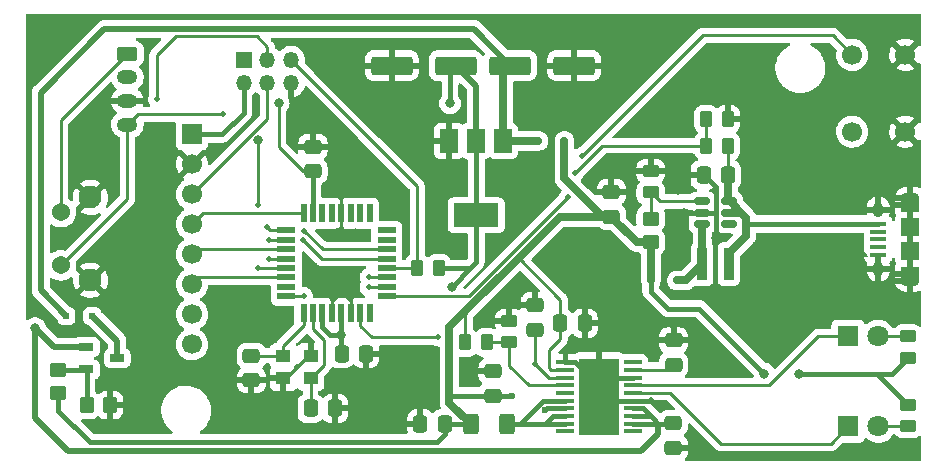
<source format=gbl>
G04 #@! TF.GenerationSoftware,KiCad,Pcbnew,(6.0.0)*
G04 #@! TF.CreationDate,2022-10-17T15:31:20+03:00*
G04 #@! TF.ProjectId,djiFriend,646a6946-7269-4656-9e64-2e6b69636164,rev?*
G04 #@! TF.SameCoordinates,Original*
G04 #@! TF.FileFunction,Copper,L2,Bot*
G04 #@! TF.FilePolarity,Positive*
%FSLAX46Y46*%
G04 Gerber Fmt 4.6, Leading zero omitted, Abs format (unit mm)*
G04 Created by KiCad (PCBNEW (6.0.0)) date 2022-10-17 15:31:20*
%MOMM*%
%LPD*%
G01*
G04 APERTURE LIST*
G04 Aperture macros list*
%AMRoundRect*
0 Rectangle with rounded corners*
0 $1 Rounding radius*
0 $2 $3 $4 $5 $6 $7 $8 $9 X,Y pos of 4 corners*
0 Add a 4 corners polygon primitive as box body*
4,1,4,$2,$3,$4,$5,$6,$7,$8,$9,$2,$3,0*
0 Add four circle primitives for the rounded corners*
1,1,$1+$1,$2,$3*
1,1,$1+$1,$4,$5*
1,1,$1+$1,$6,$7*
1,1,$1+$1,$8,$9*
0 Add four rect primitives between the rounded corners*
20,1,$1+$1,$2,$3,$4,$5,0*
20,1,$1+$1,$4,$5,$6,$7,0*
20,1,$1+$1,$6,$7,$8,$9,0*
20,1,$1+$1,$8,$9,$2,$3,0*%
G04 Aperture macros list end*
G04 #@! TA.AperFunction,ComponentPad*
%ADD10C,1.700000*%
G04 #@! TD*
G04 #@! TA.AperFunction,ComponentPad*
%ADD11C,1.540000*%
G04 #@! TD*
G04 #@! TA.AperFunction,ComponentPad*
%ADD12C,1.950000*%
G04 #@! TD*
G04 #@! TA.AperFunction,ComponentPad*
%ADD13R,1.700000X1.700000*%
G04 #@! TD*
G04 #@! TA.AperFunction,ComponentPad*
%ADD14R,1.800000X1.800000*%
G04 #@! TD*
G04 #@! TA.AperFunction,ComponentPad*
%ADD15C,1.800000*%
G04 #@! TD*
G04 #@! TA.AperFunction,ComponentPad*
%ADD16RoundRect,0.250000X-0.625000X0.350000X-0.625000X-0.350000X0.625000X-0.350000X0.625000X0.350000X0*%
G04 #@! TD*
G04 #@! TA.AperFunction,ComponentPad*
%ADD17O,1.750000X1.200000*%
G04 #@! TD*
G04 #@! TA.AperFunction,SMDPad,CuDef*
%ADD18RoundRect,0.250000X0.475000X-0.337500X0.475000X0.337500X-0.475000X0.337500X-0.475000X-0.337500X0*%
G04 #@! TD*
G04 #@! TA.AperFunction,SMDPad,CuDef*
%ADD19RoundRect,0.250000X0.350000X0.450000X-0.350000X0.450000X-0.350000X-0.450000X0.350000X-0.450000X0*%
G04 #@! TD*
G04 #@! TA.AperFunction,SMDPad,CuDef*
%ADD20RoundRect,0.250000X-0.337500X-0.475000X0.337500X-0.475000X0.337500X0.475000X-0.337500X0.475000X0*%
G04 #@! TD*
G04 #@! TA.AperFunction,SMDPad,CuDef*
%ADD21RoundRect,0.250000X-0.450000X0.262500X-0.450000X-0.262500X0.450000X-0.262500X0.450000X0.262500X0*%
G04 #@! TD*
G04 #@! TA.AperFunction,SMDPad,CuDef*
%ADD22RoundRect,0.250000X-0.450000X0.350000X-0.450000X-0.350000X0.450000X-0.350000X0.450000X0.350000X0*%
G04 #@! TD*
G04 #@! TA.AperFunction,SMDPad,CuDef*
%ADD23RoundRect,0.250000X0.262500X0.450000X-0.262500X0.450000X-0.262500X-0.450000X0.262500X-0.450000X0*%
G04 #@! TD*
G04 #@! TA.AperFunction,SMDPad,CuDef*
%ADD24RoundRect,0.250000X0.337500X0.475000X-0.337500X0.475000X-0.337500X-0.475000X0.337500X-0.475000X0*%
G04 #@! TD*
G04 #@! TA.AperFunction,SMDPad,CuDef*
%ADD25RoundRect,0.250000X-1.500000X-0.550000X1.500000X-0.550000X1.500000X0.550000X-1.500000X0.550000X0*%
G04 #@! TD*
G04 #@! TA.AperFunction,SMDPad,CuDef*
%ADD26R,0.500000X0.500000*%
G04 #@! TD*
G04 #@! TA.AperFunction,ComponentPad*
%ADD27R,1.350000X1.350000*%
G04 #@! TD*
G04 #@! TA.AperFunction,ComponentPad*
%ADD28O,1.350000X1.350000*%
G04 #@! TD*
G04 #@! TA.AperFunction,SMDPad,CuDef*
%ADD29RoundRect,0.250000X1.500000X0.550000X-1.500000X0.550000X-1.500000X-0.550000X1.500000X-0.550000X0*%
G04 #@! TD*
G04 #@! TA.AperFunction,SMDPad,CuDef*
%ADD30R,0.850000X2.700000*%
G04 #@! TD*
G04 #@! TA.AperFunction,SMDPad,CuDef*
%ADD31R,1.300000X1.100000*%
G04 #@! TD*
G04 #@! TA.AperFunction,SMDPad,CuDef*
%ADD32R,1.500000X2.000000*%
G04 #@! TD*
G04 #@! TA.AperFunction,SMDPad,CuDef*
%ADD33R,3.800000X2.000000*%
G04 #@! TD*
G04 #@! TA.AperFunction,SMDPad,CuDef*
%ADD34R,1.220000X0.650000*%
G04 #@! TD*
G04 #@! TA.AperFunction,SMDPad,CuDef*
%ADD35RoundRect,0.250000X-0.262500X-0.450000X0.262500X-0.450000X0.262500X0.450000X-0.262500X0.450000X0*%
G04 #@! TD*
G04 #@! TA.AperFunction,SMDPad,CuDef*
%ADD36RoundRect,0.150000X-0.512500X-0.150000X0.512500X-0.150000X0.512500X0.150000X-0.512500X0.150000X0*%
G04 #@! TD*
G04 #@! TA.AperFunction,SMDPad,CuDef*
%ADD37RoundRect,0.250000X0.450000X-0.262500X0.450000X0.262500X-0.450000X0.262500X-0.450000X-0.262500X0*%
G04 #@! TD*
G04 #@! TA.AperFunction,SMDPad,CuDef*
%ADD38RoundRect,0.250000X-0.475000X0.337500X-0.475000X-0.337500X0.475000X-0.337500X0.475000X0.337500X0*%
G04 #@! TD*
G04 #@! TA.AperFunction,SMDPad,CuDef*
%ADD39RoundRect,0.250000X-0.400000X-0.625000X0.400000X-0.625000X0.400000X0.625000X-0.400000X0.625000X0*%
G04 #@! TD*
G04 #@! TA.AperFunction,SMDPad,CuDef*
%ADD40R,0.550000X1.600000*%
G04 #@! TD*
G04 #@! TA.AperFunction,SMDPad,CuDef*
%ADD41R,1.600000X0.550000*%
G04 #@! TD*
G04 #@! TA.AperFunction,SMDPad,CuDef*
%ADD42R,1.350000X0.400000*%
G04 #@! TD*
G04 #@! TA.AperFunction,ComponentPad*
%ADD43O,0.950000X1.250000*%
G04 #@! TD*
G04 #@! TA.AperFunction,ComponentPad*
%ADD44O,1.550000X0.890000*%
G04 #@! TD*
G04 #@! TA.AperFunction,SMDPad,CuDef*
%ADD45R,1.550000X1.500000*%
G04 #@! TD*
G04 #@! TA.AperFunction,SMDPad,CuDef*
%ADD46R,1.550000X1.200000*%
G04 #@! TD*
G04 #@! TA.AperFunction,SMDPad,CuDef*
%ADD47RoundRect,0.100000X-0.687500X-0.100000X0.687500X-0.100000X0.687500X0.100000X-0.687500X0.100000X0*%
G04 #@! TD*
G04 #@! TA.AperFunction,SMDPad,CuDef*
%ADD48R,3.400000X6.500000*%
G04 #@! TD*
G04 #@! TA.AperFunction,SMDPad,CuDef*
%ADD49RoundRect,0.250000X0.450000X-0.350000X0.450000X0.350000X-0.450000X0.350000X-0.450000X-0.350000X0*%
G04 #@! TD*
G04 #@! TA.AperFunction,ViaPad*
%ADD50C,0.500000*%
G04 #@! TD*
G04 #@! TA.AperFunction,ViaPad*
%ADD51C,0.800000*%
G04 #@! TD*
G04 #@! TA.AperFunction,ViaPad*
%ADD52C,0.600000*%
G04 #@! TD*
G04 #@! TA.AperFunction,Conductor*
%ADD53C,0.508000*%
G04 #@! TD*
G04 #@! TA.AperFunction,Conductor*
%ADD54C,0.635000*%
G04 #@! TD*
G04 #@! TA.AperFunction,Conductor*
%ADD55C,0.254000*%
G04 #@! TD*
G04 #@! TA.AperFunction,Conductor*
%ADD56C,0.406400*%
G04 #@! TD*
G04 #@! TA.AperFunction,Conductor*
%ADD57C,0.457200*%
G04 #@! TD*
G04 APERTURE END LIST*
D10*
X134927600Y-57132200D03*
X134927600Y-50632200D03*
X139427600Y-57132200D03*
X139427600Y-50632200D03*
D11*
X67937200Y-63966000D03*
X67937200Y-68466000D03*
D12*
X70427200Y-69721000D03*
X70427200Y-62711000D03*
D13*
X79038800Y-57361800D03*
D10*
X79038800Y-59901800D03*
X79038800Y-62441800D03*
X79038800Y-64981800D03*
X79038800Y-67521800D03*
X79038800Y-70061800D03*
X79038800Y-72601800D03*
X79038800Y-75141800D03*
D14*
X134581800Y-74456200D03*
D15*
X137121800Y-74456200D03*
D14*
X134586800Y-82076200D03*
D15*
X137126800Y-82076200D03*
D16*
X73562200Y-50552000D03*
D17*
X73562200Y-52552000D03*
X73562200Y-54552000D03*
X73562200Y-56552000D03*
D18*
X108094600Y-73893500D03*
X108094600Y-71818500D03*
D19*
X72106010Y-80290000D03*
X70106010Y-80290000D03*
D20*
X89070000Y-80577600D03*
X91145000Y-80577600D03*
D21*
X139616000Y-74458100D03*
X139616000Y-76283100D03*
D22*
X67718410Y-77292800D03*
X67718410Y-79292800D03*
D23*
X103977900Y-74989600D03*
X102152900Y-74989600D03*
X124399500Y-58352600D03*
X122574500Y-58352600D03*
D24*
X100441400Y-81873000D03*
X98366400Y-81873000D03*
D25*
X105986400Y-51545400D03*
X111386400Y-51545400D03*
D26*
X117885700Y-69733150D03*
X120085700Y-69733150D03*
D27*
X83412400Y-51062800D03*
D28*
X83412400Y-53062800D03*
X85412400Y-51062800D03*
X85412400Y-53062800D03*
X87412400Y-51062800D03*
X87412400Y-53062800D03*
D29*
X101353400Y-51545400D03*
X95953400Y-51545400D03*
D18*
X89273200Y-60486200D03*
X89273200Y-58411200D03*
D30*
X124479500Y-68336150D03*
X122229500Y-68336150D03*
D31*
X86777000Y-76122400D03*
X89077000Y-76122400D03*
X89077000Y-78022400D03*
X86777000Y-78022400D03*
D32*
X100790800Y-57920400D03*
X103090800Y-57920400D03*
D33*
X103090800Y-64220400D03*
D32*
X105390800Y-57920400D03*
D34*
X70091410Y-77277600D03*
X70091410Y-75377600D03*
X72711410Y-76327600D03*
D20*
X110202800Y-73364000D03*
X112277800Y-73364000D03*
D26*
X108366200Y-57920800D03*
X110566200Y-57920800D03*
X68394400Y-72745600D03*
X70594400Y-72745600D03*
D35*
X98087000Y-68690400D03*
X99912000Y-68690400D03*
D36*
X122242400Y-64942750D03*
X122242400Y-63992750D03*
X122242400Y-63042750D03*
X124517400Y-63042750D03*
X124517400Y-63992750D03*
X124517400Y-64942750D03*
D20*
X91694000Y-75929400D03*
X93769000Y-75929400D03*
D37*
X139641400Y-82074300D03*
X139641400Y-80249300D03*
X105910200Y-74987700D03*
X105910200Y-73162700D03*
D38*
X119778600Y-81822200D03*
X119778600Y-83897200D03*
D24*
X124417400Y-60817750D03*
X122342400Y-60817750D03*
D35*
X122574500Y-56092000D03*
X124399500Y-56092000D03*
D39*
X102632400Y-81898400D03*
X105732400Y-81898400D03*
D38*
X84066200Y-76115000D03*
X84066200Y-78190000D03*
D40*
X94079800Y-72534000D03*
X93279800Y-72534000D03*
X92479800Y-72534000D03*
X91679800Y-72534000D03*
X90879800Y-72534000D03*
X90079800Y-72534000D03*
X89279800Y-72534000D03*
X88479800Y-72534000D03*
D41*
X87029800Y-71084000D03*
X87029800Y-70284000D03*
X87029800Y-69484000D03*
X87029800Y-68684000D03*
X87029800Y-67884000D03*
X87029800Y-67084000D03*
X87029800Y-66284000D03*
X87029800Y-65484000D03*
D40*
X88479800Y-64034000D03*
X89279800Y-64034000D03*
X90079800Y-64034000D03*
X90879800Y-64034000D03*
X91679800Y-64034000D03*
X92479800Y-64034000D03*
X93279800Y-64034000D03*
X94079800Y-64034000D03*
D41*
X95529800Y-65484000D03*
X95529800Y-66284000D03*
X95529800Y-67084000D03*
X95529800Y-67884000D03*
X95529800Y-68684000D03*
X95529800Y-69484000D03*
X95529800Y-70284000D03*
X95529800Y-71084000D03*
D42*
X137138800Y-64952000D03*
X137138800Y-65602000D03*
X137138800Y-66252000D03*
X137138800Y-66902000D03*
X137138800Y-67552000D03*
D43*
X137138800Y-63752000D03*
D44*
X139838800Y-62752000D03*
D43*
X137138800Y-68752000D03*
D45*
X139838800Y-65252000D03*
D44*
X139838800Y-69752000D03*
D46*
X139838800Y-63352000D03*
X139838800Y-69152000D03*
D45*
X139838800Y-67252000D03*
D18*
X114540700Y-64344450D03*
X114540700Y-62269450D03*
D47*
X110642300Y-82512000D03*
X110642300Y-81862000D03*
X110642300Y-81212000D03*
X110642300Y-80562000D03*
X110642300Y-79912000D03*
X110642300Y-79262000D03*
X110642300Y-78612000D03*
X110642300Y-77962000D03*
X110642300Y-77312000D03*
X110642300Y-76662000D03*
X116367300Y-76662000D03*
X116367300Y-77312000D03*
X116367300Y-77962000D03*
X116367300Y-78612000D03*
X116367300Y-79262000D03*
X116367300Y-79912000D03*
X116367300Y-80562000D03*
X116367300Y-81212000D03*
X116367300Y-81862000D03*
X116367300Y-82512000D03*
D48*
X113504800Y-79587000D03*
D37*
X117868100Y-62287150D03*
X117868100Y-60462150D03*
D38*
X104513200Y-77431900D03*
X104513200Y-79506900D03*
D49*
X117868100Y-66500750D03*
X117868100Y-64500750D03*
D18*
X119804000Y-76886800D03*
X119804000Y-74811800D03*
D50*
X117899000Y-79891800D03*
D51*
X120693002Y-63991388D03*
X114724000Y-82381000D03*
X123393200Y-66167000D03*
D50*
X102735200Y-78113800D03*
D51*
X112285600Y-76818400D03*
D50*
X105435400Y-59690000D03*
D51*
X91660800Y-70697000D03*
X91686200Y-62264200D03*
D50*
X87927000Y-77072400D03*
X120167400Y-65735200D03*
D51*
X112260200Y-82381000D03*
D50*
X121734400Y-83879600D03*
D51*
X91686200Y-65972600D03*
D50*
X120167400Y-62280800D03*
X106189600Y-71408200D03*
X123379900Y-63992750D03*
D51*
X98722000Y-57920800D03*
X114724000Y-76818400D03*
D50*
X100787200Y-59690000D03*
D51*
X100881000Y-54745800D03*
X101008000Y-70265200D03*
X86377600Y-54745800D03*
X91679799Y-74335601D03*
D52*
X106138800Y-79510800D03*
X108958200Y-80730000D03*
D51*
X127500200Y-77631200D03*
X130446600Y-77631200D03*
X65752802Y-73761600D03*
D50*
X99865000Y-74557800D03*
X108094600Y-76793000D03*
X88460400Y-66277400D03*
X88536600Y-65515400D03*
X81627800Y-55685600D03*
X85539400Y-67903000D03*
X84599600Y-68690400D03*
X76065200Y-54415600D03*
X85539400Y-66277400D03*
X85412400Y-65236000D03*
X84650400Y-63356400D03*
D51*
X84650400Y-57869000D03*
D50*
X112057000Y-59216200D03*
X110888600Y-62670600D03*
X88511200Y-71078000D03*
X111447400Y-60664000D03*
X93980000Y-70307200D03*
X93980000Y-69469000D03*
D53*
X71620200Y-48446600D02*
X66235400Y-53831400D01*
X105390800Y-52141000D02*
X105986400Y-51545400D01*
D54*
X105390795Y-57920394D02*
X105390795Y-52141005D01*
X105390795Y-57920394D02*
X108365796Y-57920394D01*
D53*
X66235400Y-53831400D02*
X66235400Y-70586600D01*
X66235400Y-70586600D02*
X68394400Y-72745600D01*
X108365800Y-57920400D02*
X108366200Y-57920800D01*
X102887600Y-48446600D02*
X71620200Y-48446600D01*
X105986400Y-51545400D02*
X102887600Y-48446600D01*
D55*
X91686200Y-65972600D02*
X91686200Y-64040400D01*
X86977000Y-78022400D02*
X87927000Y-77072400D01*
X115129800Y-77962000D02*
X113504800Y-79587000D01*
D56*
X116367304Y-77962010D02*
X115129790Y-77962010D01*
X122242400Y-63992750D02*
X120694350Y-63992750D01*
D55*
X92479800Y-72534000D02*
X92479800Y-71516000D01*
D56*
X123379900Y-63992750D02*
X123379900Y-66153700D01*
D55*
X92479800Y-71516000D02*
X91660800Y-70697000D01*
D56*
X122242400Y-63992750D02*
X123379900Y-63992750D01*
X120694350Y-63992750D02*
X120693000Y-63991400D01*
D55*
X117878800Y-79912000D02*
X117899000Y-79891800D01*
D56*
X113504800Y-78676047D02*
X113504800Y-79587000D01*
X123379900Y-66153700D02*
X123393200Y-66167000D01*
X123379900Y-61855250D02*
X122342400Y-60817750D01*
D55*
X90879800Y-72534000D02*
X90879800Y-71478000D01*
X113504800Y-78783810D02*
X113504800Y-79587000D01*
D56*
X110642300Y-76662000D02*
X111490753Y-76662000D01*
D55*
X86777000Y-78022400D02*
X86977000Y-78022400D01*
D56*
X123379900Y-63992750D02*
X123379900Y-61855250D01*
D55*
X88877000Y-76122400D02*
X87927000Y-77072400D01*
X91686200Y-64040400D02*
X91679800Y-64034000D01*
D56*
X116367304Y-79911993D02*
X113829793Y-79911993D01*
D55*
X89077000Y-76122400D02*
X88877000Y-76122400D01*
X113829800Y-79912000D02*
X113504800Y-79587000D01*
X91679800Y-64034000D02*
X91679800Y-62270600D01*
D56*
X116367304Y-79911993D02*
X117878807Y-79911993D01*
X111490753Y-76662000D02*
X113504800Y-78676047D01*
D55*
X91679800Y-62270600D02*
X91686200Y-62264200D01*
X90879800Y-71478000D02*
X91660800Y-70697000D01*
D53*
X103090800Y-53282800D02*
X101353400Y-51545400D01*
D56*
X102633600Y-68639600D02*
X101008000Y-70265200D01*
X100881000Y-52017800D02*
X101353400Y-51545400D01*
X79038800Y-57361800D02*
X81577200Y-57361800D01*
X90752801Y-74335601D02*
X90079802Y-73662602D01*
D53*
X103090800Y-57920400D02*
X103090800Y-53282800D01*
D56*
X102582800Y-68690400D02*
X102633600Y-68639600D01*
D55*
X86377600Y-58428800D02*
X86377600Y-54745800D01*
D56*
X91679799Y-74335601D02*
X91679799Y-75262599D01*
X91679799Y-74335601D02*
X90752801Y-74335601D01*
X89279804Y-60492804D02*
X89279804Y-64033996D01*
X103090800Y-64220400D02*
X103090800Y-57920400D01*
X81577200Y-57361800D02*
X83412400Y-55526600D01*
D55*
X88435000Y-60486200D02*
X86377600Y-58428800D01*
D56*
X103090800Y-64220400D02*
X103090800Y-68182400D01*
D55*
X91679800Y-75262600D02*
X91679800Y-75915200D01*
D56*
X90079802Y-72534004D02*
X90079802Y-73662602D01*
X83412400Y-55526600D02*
X83412400Y-53062800D01*
X99912000Y-68690400D02*
X102582800Y-68690400D01*
X100881000Y-54745800D02*
X100881000Y-52017800D01*
X103090800Y-68182400D02*
X102633600Y-68639600D01*
D55*
X89273200Y-60486200D02*
X88435000Y-60486200D01*
D56*
X91679799Y-72534004D02*
X91679799Y-74335601D01*
D55*
X91679800Y-75915200D02*
X91694000Y-75929400D01*
X89273200Y-60486200D02*
X89279800Y-60492800D01*
X90238400Y-74786400D02*
X90238400Y-76861000D01*
X89279800Y-72534000D02*
X89279800Y-73827800D01*
X89077000Y-80570600D02*
X89077000Y-78022400D01*
X90238400Y-76861000D02*
X89077000Y-78022400D01*
X89279800Y-73827800D02*
X90238400Y-74786400D01*
X89070000Y-80577600D02*
X89077000Y-80570600D01*
X124399500Y-58352600D02*
X124399500Y-60799850D01*
D54*
X124588900Y-63042750D02*
X125538900Y-63992750D01*
X124417400Y-60817750D02*
X124417400Y-62942750D01*
X124517400Y-63992750D02*
X125538900Y-63992750D01*
X125538900Y-63992750D02*
X125970700Y-64424550D01*
X124517400Y-63042750D02*
X124588900Y-63042750D01*
X125970700Y-65948550D02*
X125970700Y-65052700D01*
D55*
X124399500Y-60799850D02*
X124417400Y-60817750D01*
D54*
X125970700Y-65052700D02*
X125970700Y-64424550D01*
X124479500Y-67439750D02*
X125970700Y-65948550D01*
D57*
X137138800Y-64952000D02*
X126071400Y-64952000D01*
D54*
X124417400Y-62942750D02*
X124517400Y-63042750D01*
D57*
X126071400Y-64952000D02*
X125970700Y-65052700D01*
D54*
X124479500Y-68336150D02*
X124479500Y-67439750D01*
D55*
X110202800Y-74735600D02*
X110202800Y-73364000D01*
D54*
X114540700Y-64344450D02*
X113807050Y-64344450D01*
D55*
X110642300Y-77312000D02*
X109451800Y-77312000D01*
D56*
X139616000Y-76283100D02*
X138267900Y-77631200D01*
X100441402Y-82744398D02*
X100441402Y-81873000D01*
X102152900Y-72476900D02*
X102100200Y-72424200D01*
X104513200Y-79506900D02*
X100834100Y-79506900D01*
X127500200Y-77631200D02*
X121988400Y-72119400D01*
X137023300Y-77631200D02*
X130446600Y-77631200D01*
D54*
X100830200Y-80096200D02*
X102632400Y-81898400D01*
X106684900Y-67839500D02*
X102100200Y-72424200D01*
D56*
X99763400Y-83422400D02*
X100441400Y-82744400D01*
X139641400Y-80249300D02*
X137023300Y-77631200D01*
X100834100Y-79506900D02*
X100830200Y-79510800D01*
D54*
X113807050Y-64344450D02*
X110566200Y-61103600D01*
D55*
X109288400Y-75650000D02*
X110202800Y-74735600D01*
D54*
X116697000Y-66500750D02*
X114540700Y-64344450D01*
D56*
X70375600Y-83422400D02*
X99763400Y-83422400D01*
D55*
X110202800Y-71357400D02*
X106684900Y-67839500D01*
D56*
X121988400Y-72119400D02*
X119321400Y-72119400D01*
X106138800Y-79510800D02*
X104517100Y-79510800D01*
D54*
X117868100Y-66500750D02*
X116697000Y-66500750D01*
X110179950Y-64344450D02*
X106684900Y-67839500D01*
D55*
X109451800Y-77312000D02*
X109288400Y-77148600D01*
X109288400Y-77148600D02*
X109288400Y-75650000D01*
D54*
X100830200Y-73694200D02*
X100830200Y-79510800D01*
D56*
X137023300Y-77631200D02*
X138267900Y-77631200D01*
D54*
X117885700Y-69733150D02*
X117885700Y-66518350D01*
X110566200Y-61103600D02*
X110566200Y-57920800D01*
D55*
X110202800Y-73364000D02*
X110202800Y-71357400D01*
D56*
X117885690Y-70683690D02*
X117885690Y-69733146D01*
X67718410Y-80765210D02*
X70375600Y-83422400D01*
X109069604Y-80562004D02*
X110642296Y-80562004D01*
D54*
X100830200Y-79510800D02*
X100830200Y-80096200D01*
D57*
X102607000Y-81873000D02*
X102632400Y-81898400D01*
D54*
X102100200Y-72424200D02*
X100830200Y-73694200D01*
X117885700Y-66518350D02*
X117868100Y-66500750D01*
D55*
X102152905Y-74989600D02*
X102152905Y-72476905D01*
D56*
X108958200Y-80730000D02*
X109069600Y-80562000D01*
X119321400Y-72119400D02*
X117885690Y-70683690D01*
X67718410Y-80765210D02*
X67718410Y-79292800D01*
D57*
X100441400Y-81873000D02*
X102607000Y-81873000D01*
D56*
X104517100Y-79510800D02*
X104513200Y-79506900D01*
D54*
X114540700Y-64344450D02*
X110179950Y-64344450D01*
D53*
X65752800Y-73761602D02*
X65752802Y-73761600D01*
X117086200Y-84184400D02*
X118519600Y-82751000D01*
D57*
X117869600Y-81212000D02*
X117948100Y-81290500D01*
X117948100Y-81290500D02*
X118519600Y-81862000D01*
X116367300Y-81212000D02*
X117869600Y-81212000D01*
D53*
X65752800Y-81390400D02*
X65752800Y-73761602D01*
X70091410Y-75377600D02*
X67368802Y-75377600D01*
X118519600Y-82751000D02*
X118519600Y-81862000D01*
X67368802Y-75377600D02*
X65752802Y-73761600D01*
D57*
X119738800Y-81862000D02*
X119778600Y-81822200D01*
D53*
X68546800Y-84184400D02*
X117086200Y-84184400D01*
D57*
X116367300Y-81862000D02*
X118519600Y-81862000D01*
X117219600Y-80562000D02*
X117948100Y-81290500D01*
X118519600Y-81862000D02*
X119738800Y-81862000D01*
D53*
X65752800Y-81390400D02*
X68546800Y-84184400D01*
D57*
X116367300Y-80562000D02*
X117219600Y-80562000D01*
D55*
X93279800Y-72534000D02*
X93279800Y-73588000D01*
X109901010Y-77961400D02*
X109263000Y-77961400D01*
X109263000Y-77961400D02*
X108094600Y-76793000D01*
X109901610Y-77962000D02*
X109901010Y-77961400D01*
X110642300Y-77962000D02*
X109901610Y-77962000D01*
X108094600Y-76793000D02*
X108094600Y-73893500D01*
X94249600Y-74557800D02*
X99865000Y-74557800D01*
X93279800Y-73588000D02*
X94249600Y-74557800D01*
X116367300Y-77312000D02*
X119378800Y-77312000D01*
X119378800Y-77312000D02*
X119804000Y-76886800D01*
D54*
X122242400Y-64942750D02*
X122242400Y-68323250D01*
X120832500Y-69733150D02*
X122229500Y-68336150D01*
X122242400Y-68323250D02*
X122229500Y-68336150D01*
X120085700Y-69733150D02*
X120832500Y-69733150D01*
D55*
X127916400Y-78612000D02*
X132072200Y-74456200D01*
X116367300Y-78612000D02*
X127916400Y-78612000D01*
X132072200Y-74456200D02*
X134581800Y-74456200D01*
X137121800Y-74456200D02*
X139614100Y-74456200D01*
X139614100Y-74456200D02*
X139616000Y-74458100D01*
X133113600Y-83549400D02*
X134586800Y-82076200D01*
X116367300Y-79262000D02*
X119529800Y-79262000D01*
X119529800Y-79262000D02*
X123817200Y-83549400D01*
X123817200Y-83549400D02*
X133113600Y-83549400D01*
X137126800Y-82076200D02*
X139639500Y-82076200D01*
X139639500Y-82076200D02*
X139641400Y-82074300D01*
X67937200Y-56177000D02*
X73562200Y-50552000D01*
X95529800Y-67884000D02*
X90067000Y-67884000D01*
X90067000Y-67884000D02*
X88460400Y-66277400D01*
X67937200Y-63966000D02*
X67937200Y-56177000D01*
X74428600Y-55685600D02*
X81627800Y-55685600D01*
X90105200Y-67084000D02*
X88536600Y-65515400D01*
X95529800Y-67084000D02*
X90105200Y-67084000D01*
X73562200Y-62841000D02*
X67937200Y-68466000D01*
X73562200Y-56552000D02*
X73562200Y-62841000D01*
X73562200Y-56552000D02*
X74428600Y-55685600D01*
X85558400Y-67884000D02*
X85539400Y-67903000D01*
X87029800Y-67884000D02*
X85558400Y-67884000D01*
X84707600Y-68684000D02*
X84606000Y-68684000D01*
X87029800Y-68684000D02*
X84707600Y-68684000D01*
X84606000Y-68684000D02*
X84599600Y-68690400D01*
X87029800Y-69484000D02*
X79616600Y-69484000D01*
X79616600Y-69484000D02*
X79038800Y-70061800D01*
X79476600Y-67084000D02*
X79038800Y-67521800D01*
X87029800Y-67084000D02*
X79476600Y-67084000D01*
X79986600Y-64034000D02*
X79038800Y-64981800D01*
X84498000Y-49081600D02*
X85412400Y-49996000D01*
X85412400Y-49996000D02*
X85412400Y-51062800D01*
X77665400Y-49081600D02*
X84498000Y-49081600D01*
X76065200Y-54415600D02*
X76065200Y-50681800D01*
X76065200Y-50681800D02*
X77665400Y-49081600D01*
X88479800Y-64034000D02*
X79986600Y-64034000D01*
X85412400Y-56068200D02*
X85412400Y-53062800D01*
X85546000Y-66284000D02*
X85539400Y-66277400D01*
X79038800Y-62441800D02*
X85412400Y-56068200D01*
X87029800Y-66284000D02*
X85546000Y-66284000D01*
X87029800Y-65484000D02*
X85660400Y-65484000D01*
X84650400Y-63356400D02*
X84650400Y-58886000D01*
X85660400Y-65484000D02*
X85412400Y-65236000D01*
X84650400Y-58886000D02*
X84650400Y-57869000D01*
X95529800Y-68684000D02*
X98080600Y-68684000D01*
X87412400Y-51062800D02*
X98087000Y-61737400D01*
X98087000Y-61737400D02*
X98087000Y-68690400D01*
X98080600Y-68684000D02*
X98087000Y-68690400D01*
D56*
X70106010Y-80290000D02*
X70106010Y-77292200D01*
X67718410Y-77292800D02*
X70076210Y-77292800D01*
D55*
X118623700Y-63042750D02*
X117868100Y-62287150D01*
X122242400Y-63042750D02*
X118623700Y-63042750D01*
X117868100Y-64500750D02*
X117868100Y-62287140D01*
D57*
X105732400Y-81898400D02*
X105768800Y-81862000D01*
D56*
X106832415Y-81862000D02*
X106683200Y-81862000D01*
D57*
X108921800Y-81862000D02*
X110642300Y-81862000D01*
X106683200Y-81862000D02*
X108921800Y-81862000D01*
X105768800Y-81862000D02*
X106683200Y-81862000D01*
D56*
X110642300Y-79912000D02*
X108782415Y-79912000D01*
X110642300Y-81212000D02*
X109571800Y-81212000D01*
X108782415Y-79912000D02*
X106832415Y-81862000D01*
X109571800Y-81212000D02*
X108921800Y-81862000D01*
D55*
X107551400Y-78612000D02*
X105910200Y-76970800D01*
X103979800Y-74987700D02*
X103977900Y-74989600D01*
X110642300Y-78612000D02*
X107551400Y-78612000D01*
X105910200Y-74987700D02*
X103979800Y-74987700D01*
X105910200Y-76970800D02*
X105910200Y-74987700D01*
X95529800Y-71084000D02*
X102475200Y-71084000D01*
X133275400Y-48980000D02*
X122293200Y-48980000D01*
X134927600Y-50632200D02*
X133275400Y-48980000D01*
X102475200Y-71084000D02*
X110888600Y-62670600D01*
X122293200Y-48980000D02*
X112057000Y-59216200D01*
X88511200Y-71078000D02*
X87035800Y-71078000D01*
X87035800Y-71078000D02*
X87029800Y-71084000D01*
X122574500Y-58352600D02*
X122574500Y-56092000D01*
X113758800Y-58352600D02*
X111447400Y-60664000D01*
X122574500Y-58352600D02*
X113758800Y-58352600D01*
X94003200Y-70284000D02*
X93980000Y-70307200D01*
X95529800Y-70284000D02*
X94003200Y-70284000D01*
X93995000Y-69484000D02*
X93980000Y-69469000D01*
X95529800Y-69484000D02*
X93995000Y-69484000D01*
X84073600Y-76122400D02*
X86777000Y-76122400D01*
X84066200Y-76115000D02*
X84073600Y-76122400D01*
X86777000Y-75250600D02*
X86777000Y-76122400D01*
X88479800Y-72534000D02*
X88479800Y-73547800D01*
X88479800Y-73547800D02*
X86777000Y-75250600D01*
D53*
X72711410Y-74862610D02*
X70594400Y-72745600D01*
X72711410Y-76327600D02*
X72711410Y-74862610D01*
G04 #@! TA.AperFunction,Conductor*
G36*
X121220612Y-81851998D02*
G01*
X121227195Y-81858127D01*
X123311945Y-83942877D01*
X123319522Y-83951203D01*
X123323647Y-83957703D01*
X123329425Y-83963129D01*
X123329426Y-83963130D01*
X123373481Y-84004500D01*
X123376323Y-84007255D01*
X123396106Y-84027038D01*
X123399314Y-84029526D01*
X123408343Y-84037237D01*
X123440694Y-84067617D01*
X123447643Y-84071437D01*
X123458529Y-84077422D01*
X123475053Y-84088276D01*
X123491133Y-84100749D01*
X123498410Y-84103898D01*
X123531850Y-84118369D01*
X123542511Y-84123592D01*
X123574447Y-84141149D01*
X123574452Y-84141151D01*
X123581397Y-84144969D01*
X123589071Y-84146939D01*
X123589078Y-84146942D01*
X123601113Y-84150032D01*
X123619818Y-84156436D01*
X123631213Y-84161367D01*
X123638492Y-84164517D01*
X123653601Y-84166910D01*
X123682327Y-84171460D01*
X123693940Y-84173865D01*
X123736918Y-84184900D01*
X123757265Y-84184900D01*
X123776977Y-84186451D01*
X123797079Y-84189635D01*
X123804971Y-84188889D01*
X123841256Y-84185459D01*
X123853114Y-84184900D01*
X133034580Y-84184900D01*
X133045814Y-84185430D01*
X133053319Y-84187108D01*
X133121612Y-84184962D01*
X133125569Y-84184900D01*
X133153583Y-84184900D01*
X133157508Y-84184404D01*
X133157509Y-84184404D01*
X133157604Y-84184392D01*
X133169449Y-84183459D01*
X133199270Y-84182522D01*
X133205882Y-84182314D01*
X133205883Y-84182314D01*
X133213805Y-84182065D01*
X133233349Y-84176387D01*
X133252712Y-84172377D01*
X133265040Y-84170820D01*
X133265042Y-84170820D01*
X133272899Y-84169827D01*
X133280263Y-84166911D01*
X133280268Y-84166910D01*
X133314156Y-84153493D01*
X133325385Y-84149648D01*
X133342065Y-84144802D01*
X133367993Y-84137269D01*
X133374820Y-84133231D01*
X133374823Y-84133230D01*
X133385506Y-84126912D01*
X133403264Y-84118212D01*
X133414815Y-84113639D01*
X133414821Y-84113635D01*
X133422188Y-84110719D01*
X133431577Y-84103898D01*
X133458088Y-84084636D01*
X133468010Y-84078119D01*
X133499368Y-84059574D01*
X133499372Y-84059571D01*
X133506198Y-84055534D01*
X133520582Y-84041150D01*
X133535616Y-84028309D01*
X133545673Y-84021002D01*
X133552087Y-84016342D01*
X133580378Y-83982144D01*
X133588367Y-83973365D01*
X134040127Y-83521605D01*
X134102439Y-83487579D01*
X134129222Y-83484700D01*
X135534934Y-83484700D01*
X135597116Y-83477945D01*
X135733505Y-83426815D01*
X135850061Y-83339461D01*
X135937415Y-83222905D01*
X135961980Y-83157378D01*
X136004622Y-83100614D01*
X136071183Y-83075914D01*
X136140532Y-83091121D01*
X136160447Y-83104664D01*
X136304235Y-83224039D01*
X136316149Y-83233930D01*
X136516122Y-83350784D01*
X136732494Y-83433409D01*
X136737560Y-83434440D01*
X136737561Y-83434440D01*
X136790646Y-83445240D01*
X136959456Y-83479585D01*
X137088889Y-83484331D01*
X137185749Y-83487883D01*
X137185753Y-83487883D01*
X137190913Y-83488072D01*
X137196033Y-83487416D01*
X137196035Y-83487416D01*
X137269966Y-83477945D01*
X137420647Y-83458642D01*
X137425595Y-83457157D01*
X137425602Y-83457156D01*
X137637547Y-83393569D01*
X137642490Y-83392086D01*
X137723036Y-83352627D01*
X137845849Y-83292462D01*
X137845852Y-83292460D01*
X137850484Y-83290191D01*
X138039043Y-83155694D01*
X138203103Y-82992205D01*
X138338258Y-82804117D01*
X138348794Y-82782799D01*
X138396908Y-82730592D01*
X138465609Y-82712685D01*
X138533085Y-82734763D01*
X138568894Y-82772322D01*
X138585700Y-82799478D01*
X138592922Y-82811148D01*
X138718097Y-82936105D01*
X138724327Y-82939945D01*
X138724328Y-82939946D01*
X138861490Y-83024494D01*
X138868662Y-83028915D01*
X138900382Y-83039436D01*
X139030011Y-83082432D01*
X139030013Y-83082432D01*
X139036539Y-83084597D01*
X139043375Y-83085297D01*
X139043378Y-83085298D01*
X139086431Y-83089709D01*
X139141000Y-83095300D01*
X140141800Y-83095300D01*
X140145046Y-83094963D01*
X140145050Y-83094963D01*
X140240708Y-83085038D01*
X140240712Y-83085037D01*
X140247566Y-83084326D01*
X140254102Y-83082145D01*
X140254104Y-83082145D01*
X140386206Y-83038072D01*
X140415346Y-83028350D01*
X140565748Y-82935278D01*
X140570921Y-82930096D01*
X140576658Y-82925549D01*
X140577862Y-82927068D01*
X140631511Y-82897714D01*
X140702331Y-82902717D01*
X140759203Y-82945215D01*
X140784071Y-83011714D01*
X140784400Y-83020811D01*
X140784400Y-84871200D01*
X140764398Y-84939321D01*
X140710742Y-84985814D01*
X140658400Y-84997200D01*
X120867321Y-84997200D01*
X120799200Y-84977198D01*
X120752707Y-84923542D01*
X120742603Y-84853268D01*
X120772097Y-84788688D01*
X120778148Y-84782182D01*
X120847339Y-84712871D01*
X120856351Y-84701460D01*
X120941416Y-84563457D01*
X120947563Y-84550276D01*
X120998738Y-84395990D01*
X121001605Y-84382614D01*
X121011272Y-84288262D01*
X121011600Y-84281846D01*
X121011600Y-84169315D01*
X121007125Y-84154076D01*
X121005735Y-84152871D01*
X120998052Y-84151200D01*
X119650600Y-84151200D01*
X119582479Y-84131198D01*
X119535986Y-84077542D01*
X119524600Y-84025200D01*
X119524600Y-83769200D01*
X119544602Y-83701079D01*
X119598258Y-83654586D01*
X119650600Y-83643200D01*
X120993484Y-83643200D01*
X121008723Y-83638725D01*
X121009928Y-83637335D01*
X121011599Y-83629652D01*
X121011599Y-83512605D01*
X121011262Y-83506086D01*
X121001343Y-83410494D01*
X120998451Y-83397100D01*
X120947012Y-83242916D01*
X120940839Y-83229738D01*
X120855537Y-83091893D01*
X120846501Y-83080492D01*
X120731772Y-82965962D01*
X120722838Y-82958906D01*
X120681777Y-82900988D01*
X120678547Y-82830065D01*
X120714174Y-82768654D01*
X120722007Y-82761854D01*
X120727948Y-82758178D01*
X120852905Y-82633003D01*
X120867654Y-82609076D01*
X120941875Y-82488668D01*
X120941876Y-82488666D01*
X120945715Y-82482438D01*
X120979618Y-82380223D01*
X120999232Y-82321089D01*
X120999232Y-82321087D01*
X121001397Y-82314561D01*
X121012100Y-82210100D01*
X121012100Y-81947222D01*
X121032102Y-81879101D01*
X121085758Y-81832608D01*
X121156032Y-81822504D01*
X121220612Y-81851998D01*
G37*
G04 #@! TD.AperFunction*
G04 #@! TA.AperFunction,Conductor*
G36*
X140726521Y-47196602D02*
G01*
X140773014Y-47250258D01*
X140784400Y-47302600D01*
X140784400Y-49802506D01*
X140764398Y-49870627D01*
X140710742Y-49917120D01*
X140640468Y-49927224D01*
X140575888Y-49897730D01*
X140571670Y-49892877D01*
X140549977Y-49874195D01*
X140540412Y-49878598D01*
X139799622Y-50619388D01*
X139792008Y-50633332D01*
X139792139Y-50635165D01*
X139796390Y-50641780D01*
X140538074Y-51383464D01*
X140550084Y-51390023D01*
X140576720Y-51369675D01*
X140578293Y-51371735D01*
X140612072Y-51345404D01*
X140682776Y-51338958D01*
X140745740Y-51371761D01*
X140780974Y-51433398D01*
X140784400Y-51462578D01*
X140784400Y-56302506D01*
X140764398Y-56370627D01*
X140710742Y-56417120D01*
X140640468Y-56427224D01*
X140575888Y-56397730D01*
X140571670Y-56392877D01*
X140549977Y-56374195D01*
X140540412Y-56378598D01*
X139799622Y-57119388D01*
X139792008Y-57133332D01*
X139792139Y-57135165D01*
X139796390Y-57141780D01*
X140538074Y-57883464D01*
X140550084Y-57890023D01*
X140576720Y-57869675D01*
X140578293Y-57871735D01*
X140612072Y-57845404D01*
X140682776Y-57838958D01*
X140745740Y-57871761D01*
X140780974Y-57933398D01*
X140784400Y-57962578D01*
X140784400Y-61788161D01*
X140764398Y-61856282D01*
X140710742Y-61902775D01*
X140640468Y-61912879D01*
X140608359Y-61903798D01*
X140464305Y-61841460D01*
X140452193Y-61837618D01*
X140273666Y-61800323D01*
X140264134Y-61799085D01*
X140260911Y-61799000D01*
X140110915Y-61799000D01*
X140095676Y-61803475D01*
X140094471Y-61804865D01*
X140092800Y-61812548D01*
X140092800Y-70686885D01*
X140097275Y-70702124D01*
X140098665Y-70703329D01*
X140106348Y-70705000D01*
X140213992Y-70705000D01*
X140220367Y-70704677D01*
X140355067Y-70690995D01*
X140367507Y-70688441D01*
X140540064Y-70634365D01*
X140551747Y-70629358D01*
X140597313Y-70604100D01*
X140666590Y-70588568D01*
X140733266Y-70612956D01*
X140776173Y-70669520D01*
X140784400Y-70714302D01*
X140784400Y-73537149D01*
X140764398Y-73605270D01*
X140710742Y-73651763D01*
X140640468Y-73661867D01*
X140575888Y-73632373D01*
X140569382Y-73626322D01*
X140565529Y-73622475D01*
X140539303Y-73596295D01*
X140531962Y-73591770D01*
X140394968Y-73507325D01*
X140394966Y-73507324D01*
X140388738Y-73503485D01*
X140294703Y-73472295D01*
X140227389Y-73449968D01*
X140227387Y-73449968D01*
X140220861Y-73447803D01*
X140214025Y-73447103D01*
X140214022Y-73447102D01*
X140170969Y-73442691D01*
X140116400Y-73437100D01*
X139115600Y-73437100D01*
X139112354Y-73437437D01*
X139112350Y-73437437D01*
X139016692Y-73447362D01*
X139016688Y-73447363D01*
X139009834Y-73448074D01*
X139003298Y-73450255D01*
X139003296Y-73450255D01*
X138937235Y-73472295D01*
X138842054Y-73504050D01*
X138691652Y-73597122D01*
X138686480Y-73602303D01*
X138645881Y-73642973D01*
X138566695Y-73722297D01*
X138553284Y-73744054D01*
X138500512Y-73791549D01*
X138430441Y-73802973D01*
X138365317Y-73774700D01*
X138340231Y-73746380D01*
X138244375Y-73598209D01*
X138244370Y-73598203D01*
X138241564Y-73593865D01*
X138230257Y-73581438D01*
X138163493Y-73508066D01*
X138085687Y-73422558D01*
X138081636Y-73419359D01*
X138081632Y-73419355D01*
X137907977Y-73282211D01*
X137907972Y-73282208D01*
X137903923Y-73279010D01*
X137899407Y-73276517D01*
X137899404Y-73276515D01*
X137705679Y-73169573D01*
X137705675Y-73169571D01*
X137701155Y-73167076D01*
X137696286Y-73165352D01*
X137696282Y-73165350D01*
X137487703Y-73091488D01*
X137487699Y-73091487D01*
X137482828Y-73089762D01*
X137477735Y-73088855D01*
X137477732Y-73088854D01*
X137259895Y-73050051D01*
X137259889Y-73050050D01*
X137254806Y-73049145D01*
X137181896Y-73048254D01*
X137028381Y-73046379D01*
X137028379Y-73046379D01*
X137023211Y-73046316D01*
X136794264Y-73081350D01*
X136574114Y-73153306D01*
X136569526Y-73155694D01*
X136569522Y-73155696D01*
X136373261Y-73257863D01*
X136368672Y-73260252D01*
X136364539Y-73263355D01*
X136364536Y-73263357D01*
X136201816Y-73385531D01*
X136183455Y-73399317D01*
X136172491Y-73410790D01*
X136165970Y-73417614D01*
X136104446Y-73453044D01*
X136033533Y-73449587D01*
X135975747Y-73408341D01*
X135956894Y-73374792D01*
X135935568Y-73317905D01*
X135935567Y-73317903D01*
X135932415Y-73309495D01*
X135845061Y-73192939D01*
X135728505Y-73105585D01*
X135592116Y-73054455D01*
X135529934Y-73047700D01*
X133633666Y-73047700D01*
X133571484Y-73054455D01*
X133435095Y-73105585D01*
X133318539Y-73192939D01*
X133231185Y-73309495D01*
X133180055Y-73445884D01*
X133173300Y-73508066D01*
X133173300Y-73694700D01*
X133153298Y-73762821D01*
X133099642Y-73809314D01*
X133047300Y-73820700D01*
X132151232Y-73820700D01*
X132139993Y-73820170D01*
X132132481Y-73818491D01*
X132124556Y-73818740D01*
X132124555Y-73818740D01*
X132064170Y-73820638D01*
X132060212Y-73820700D01*
X132032217Y-73820700D01*
X132028283Y-73821197D01*
X132028281Y-73821197D01*
X132028194Y-73821208D01*
X132016360Y-73822140D01*
X131971995Y-73823535D01*
X131964382Y-73825747D01*
X131964381Y-73825747D01*
X131952452Y-73829213D01*
X131933088Y-73833223D01*
X131920760Y-73834780D01*
X131920758Y-73834780D01*
X131912901Y-73835773D01*
X131905537Y-73838689D01*
X131905532Y-73838690D01*
X131871644Y-73852107D01*
X131860415Y-73855952D01*
X131846947Y-73859865D01*
X131817807Y-73868331D01*
X131810981Y-73872368D01*
X131800291Y-73878690D01*
X131782541Y-73887387D01*
X131763612Y-73894881D01*
X131757198Y-73899541D01*
X131727714Y-73920962D01*
X131717794Y-73927478D01*
X131686429Y-73946027D01*
X131686426Y-73946029D01*
X131679602Y-73950065D01*
X131665214Y-73964453D01*
X131650180Y-73977294D01*
X131645050Y-73981021D01*
X131633713Y-73989258D01*
X131628660Y-73995366D01*
X131605428Y-74023449D01*
X131597438Y-74032229D01*
X128463757Y-77165910D01*
X128401445Y-77199936D01*
X128330630Y-77194871D01*
X128273794Y-77152324D01*
X128265550Y-77139826D01*
X128239240Y-77094256D01*
X128211022Y-77062916D01*
X128115875Y-76957245D01*
X128115874Y-76957244D01*
X128111453Y-76952334D01*
X127956952Y-76840082D01*
X127950924Y-76837398D01*
X127950922Y-76837397D01*
X127788519Y-76765091D01*
X127788518Y-76765091D01*
X127782488Y-76762406D01*
X127635378Y-76731136D01*
X127572481Y-76696985D01*
X122512180Y-71636684D01*
X122506326Y-71630418D01*
X122473110Y-71592341D01*
X122473108Y-71592339D01*
X122468118Y-71586619D01*
X122427806Y-71558288D01*
X122415599Y-71549709D01*
X122410302Y-71545775D01*
X122365766Y-71510854D01*
X122365760Y-71510850D01*
X122359787Y-71506167D01*
X122352866Y-71503042D01*
X122350861Y-71501828D01*
X122335488Y-71493059D01*
X122333404Y-71491941D01*
X122327184Y-71487570D01*
X122320105Y-71484810D01*
X122320103Y-71484809D01*
X122267376Y-71464252D01*
X122261303Y-71461700D01*
X122202791Y-71435280D01*
X122195323Y-71433896D01*
X122193064Y-71433188D01*
X122176082Y-71428351D01*
X122173773Y-71427758D01*
X122166692Y-71424997D01*
X122159163Y-71424006D01*
X122159160Y-71424005D01*
X122103044Y-71416617D01*
X122096530Y-71415585D01*
X122040885Y-71405272D01*
X122040884Y-71405272D01*
X122033417Y-71403888D01*
X122025837Y-71404325D01*
X122025836Y-71404325D01*
X121970930Y-71407491D01*
X121963677Y-71407700D01*
X119668386Y-71407700D01*
X119600265Y-71387698D01*
X119579291Y-71370795D01*
X118634295Y-70425799D01*
X118600269Y-70363487D01*
X118597390Y-70336704D01*
X118597390Y-70223154D01*
X118605408Y-70178924D01*
X118634672Y-70100864D01*
X118634673Y-70100861D01*
X118637445Y-70093466D01*
X118638298Y-70085611D01*
X118640125Y-70077927D01*
X118641260Y-70078197D01*
X118648800Y-70051185D01*
X118669358Y-70007099D01*
X118669359Y-70007095D01*
X118672243Y-70000911D01*
X118711393Y-69825766D01*
X118711700Y-69820275D01*
X118711700Y-67569400D01*
X118731702Y-67501279D01*
X118771395Y-67462257D01*
X118786223Y-67453081D01*
X118786228Y-67453077D01*
X118792448Y-67449228D01*
X118917405Y-67324053D01*
X118921246Y-67317822D01*
X119006375Y-67179718D01*
X119006376Y-67179716D01*
X119010215Y-67173488D01*
X119049837Y-67054032D01*
X119063732Y-67012139D01*
X119063732Y-67012137D01*
X119065897Y-67005611D01*
X119076600Y-66901150D01*
X119076600Y-66100350D01*
X119071492Y-66051117D01*
X119066338Y-66001442D01*
X119066337Y-66001438D01*
X119065626Y-65994584D01*
X119054248Y-65960478D01*
X119011968Y-65833752D01*
X119009650Y-65826804D01*
X118916578Y-65676402D01*
X118829991Y-65589966D01*
X118795912Y-65527684D01*
X118800915Y-65456864D01*
X118829836Y-65411775D01*
X118912234Y-65329233D01*
X118917405Y-65324053D01*
X118953967Y-65264739D01*
X119006375Y-65179718D01*
X119006376Y-65179716D01*
X119010215Y-65173488D01*
X119049013Y-65056516D01*
X119063732Y-65012139D01*
X119063732Y-65012137D01*
X119065897Y-65005611D01*
X119076600Y-64901150D01*
X119076600Y-64100350D01*
X119073170Y-64067294D01*
X119066338Y-64001442D01*
X119066337Y-64001438D01*
X119065626Y-63994584D01*
X119056148Y-63966173D01*
X119015429Y-63844126D01*
X119012845Y-63773177D01*
X119049028Y-63712093D01*
X119112492Y-63680268D01*
X119134953Y-63678250D01*
X120973292Y-63678250D01*
X121041413Y-63698252D01*
X121077656Y-63734392D01*
X121087271Y-63738750D01*
X121325058Y-63738750D01*
X121389197Y-63756297D01*
X121466299Y-63801895D01*
X121473910Y-63804106D01*
X121473912Y-63804107D01*
X121526131Y-63819278D01*
X121626069Y-63848312D01*
X121632474Y-63848816D01*
X121632479Y-63848817D01*
X121660942Y-63851057D01*
X121660950Y-63851057D01*
X121663398Y-63851250D01*
X122370400Y-63851250D01*
X122438521Y-63871252D01*
X122485014Y-63924908D01*
X122496400Y-63977250D01*
X122496400Y-63998972D01*
X122476398Y-64067093D01*
X122422742Y-64113586D01*
X122349821Y-64123280D01*
X122295518Y-64114290D01*
X122295514Y-64114290D01*
X122288780Y-64113175D01*
X122281963Y-64113532D01*
X122281959Y-64113532D01*
X122199169Y-64117871D01*
X122109559Y-64122567D01*
X122102979Y-64124380D01*
X122102976Y-64124380D01*
X122083569Y-64129726D01*
X122050108Y-64134250D01*
X121663398Y-64134250D01*
X121660950Y-64134443D01*
X121660942Y-64134443D01*
X121632479Y-64136683D01*
X121632474Y-64136684D01*
X121626069Y-64137188D01*
X121530063Y-64165080D01*
X121473912Y-64181393D01*
X121473910Y-64181394D01*
X121466299Y-64183605D01*
X121448440Y-64194167D01*
X121389197Y-64229203D01*
X121325058Y-64246750D01*
X121093022Y-64246750D01*
X121079491Y-64250723D01*
X121078356Y-64258621D01*
X121119007Y-64398540D01*
X121127028Y-64417076D01*
X121135724Y-64487538D01*
X121127028Y-64517154D01*
X121124789Y-64522327D01*
X121120755Y-64529149D01*
X121118544Y-64536760D01*
X121118543Y-64536762D01*
X121076785Y-64680498D01*
X121074338Y-64688919D01*
X121073834Y-64695324D01*
X121073833Y-64695329D01*
X121071593Y-64723792D01*
X121071400Y-64726248D01*
X121071400Y-65159252D01*
X121071593Y-65161700D01*
X121071593Y-65161708D01*
X121073011Y-65179718D01*
X121074338Y-65196581D01*
X121089679Y-65249384D01*
X121117833Y-65346292D01*
X121120755Y-65356351D01*
X121124792Y-65363177D01*
X121201409Y-65492730D01*
X121201411Y-65492733D01*
X121205447Y-65499557D01*
X121323093Y-65617203D01*
X121329917Y-65621239D01*
X121329920Y-65621241D01*
X121354540Y-65635801D01*
X121402992Y-65687694D01*
X121416400Y-65744254D01*
X121416400Y-66614056D01*
X121396398Y-66682177D01*
X121391226Y-66689621D01*
X121353885Y-66739445D01*
X121302755Y-66875834D01*
X121296000Y-66938016D01*
X121296000Y-68049318D01*
X121275998Y-68117439D01*
X121259096Y-68138413D01*
X120527265Y-68870245D01*
X120464952Y-68904270D01*
X120438169Y-68907150D01*
X120040861Y-68907150D01*
X119907283Y-68921661D01*
X119737189Y-68978904D01*
X119737018Y-68978395D01*
X119729659Y-68980941D01*
X119725384Y-68981405D01*
X119588995Y-69032535D01*
X119472439Y-69119889D01*
X119385085Y-69236445D01*
X119381933Y-69244853D01*
X119341687Y-69352210D01*
X119333955Y-69372834D01*
X119333102Y-69380689D01*
X119331275Y-69388373D01*
X119330708Y-69388238D01*
X119325223Y-69410238D01*
X119301019Y-69470753D01*
X119285436Y-69509712D01*
X119272739Y-69586410D01*
X119257327Y-69679510D01*
X119256125Y-69686770D01*
X119256482Y-69693587D01*
X119256482Y-69693591D01*
X119263883Y-69834819D01*
X119265517Y-69865991D01*
X119267328Y-69872565D01*
X119267328Y-69872566D01*
X119274489Y-69898563D01*
X119313176Y-70039014D01*
X119316357Y-70045047D01*
X119321852Y-70055469D01*
X119332978Y-70085090D01*
X119333102Y-70085609D01*
X119333955Y-70093466D01*
X119336727Y-70100861D01*
X119336728Y-70100864D01*
X119354197Y-70147462D01*
X119385085Y-70229855D01*
X119472439Y-70346411D01*
X119588995Y-70433765D01*
X119597403Y-70436917D01*
X119717986Y-70482122D01*
X119717989Y-70482123D01*
X119725384Y-70484895D01*
X119733239Y-70485748D01*
X119740923Y-70487575D01*
X119740653Y-70488710D01*
X119767665Y-70496250D01*
X119811751Y-70516808D01*
X119811755Y-70516809D01*
X119817939Y-70519693D01*
X119993084Y-70558843D01*
X119998575Y-70559150D01*
X120792467Y-70559150D01*
X120803011Y-70559592D01*
X120812500Y-70560389D01*
X120852800Y-70563773D01*
X120930243Y-70553439D01*
X120933243Y-70553077D01*
X120974998Y-70548541D01*
X121004134Y-70545376D01*
X121004136Y-70545376D01*
X121010917Y-70544639D01*
X121017383Y-70542463D01*
X121019733Y-70541946D01*
X121020283Y-70541849D01*
X121021050Y-70541670D01*
X121021585Y-70541515D01*
X121023932Y-70540939D01*
X121030690Y-70540037D01*
X121104042Y-70513339D01*
X121106943Y-70512324D01*
X121174539Y-70489575D01*
X121174546Y-70489572D01*
X121181011Y-70487396D01*
X121186860Y-70483881D01*
X121189053Y-70482868D01*
X121189568Y-70482656D01*
X121190266Y-70482323D01*
X121190767Y-70482050D01*
X121192921Y-70480990D01*
X121199334Y-70478656D01*
X121265302Y-70436791D01*
X121267894Y-70435191D01*
X121329002Y-70398474D01*
X121334844Y-70394964D01*
X121339795Y-70390283D01*
X121341731Y-70388813D01*
X121342662Y-70388165D01*
X121346496Y-70385265D01*
X121350864Y-70382493D01*
X121354964Y-70378827D01*
X121406886Y-70326905D01*
X121409408Y-70324452D01*
X121460282Y-70276343D01*
X121460284Y-70276341D01*
X121465240Y-70271654D01*
X121469074Y-70266013D01*
X121473203Y-70261161D01*
X121480060Y-70253731D01*
X121528966Y-70204825D01*
X121591278Y-70170799D01*
X121662291Y-70175939D01*
X121666034Y-70177342D01*
X121686788Y-70185123D01*
X121686793Y-70185124D01*
X121694184Y-70187895D01*
X121702032Y-70188748D01*
X121702034Y-70188748D01*
X121752969Y-70194281D01*
X121756366Y-70194650D01*
X122702634Y-70194650D01*
X122764816Y-70187895D01*
X122901205Y-70136765D01*
X123017761Y-70049411D01*
X123105115Y-69932855D01*
X123156245Y-69796466D01*
X123163000Y-69734284D01*
X123163000Y-66938016D01*
X123156245Y-66875834D01*
X123105115Y-66739445D01*
X123093574Y-66724046D01*
X123068726Y-66657540D01*
X123068400Y-66648481D01*
X123068400Y-65744254D01*
X123088402Y-65676133D01*
X123130260Y-65635801D01*
X123154880Y-65621241D01*
X123154883Y-65621239D01*
X123161707Y-65617203D01*
X123279353Y-65499557D01*
X123281606Y-65495748D01*
X123337896Y-65455095D01*
X123408788Y-65451244D01*
X123470509Y-65486332D01*
X123477176Y-65494026D01*
X123480447Y-65499557D01*
X123598093Y-65617203D01*
X123604917Y-65621239D01*
X123604920Y-65621241D01*
X123697738Y-65676133D01*
X123741299Y-65701895D01*
X123748910Y-65704106D01*
X123748912Y-65704107D01*
X123801131Y-65719278D01*
X123901069Y-65748312D01*
X123907474Y-65748816D01*
X123907479Y-65748817D01*
X123935942Y-65751057D01*
X123935950Y-65751057D01*
X123938398Y-65751250D01*
X124695668Y-65751250D01*
X124763789Y-65771252D01*
X124810282Y-65824908D01*
X124820386Y-65895182D01*
X124790892Y-65959762D01*
X124784764Y-65966345D01*
X124310365Y-66440745D01*
X124248052Y-66474770D01*
X124221269Y-66477650D01*
X124006366Y-66477650D01*
X123944184Y-66484405D01*
X123807795Y-66535535D01*
X123691239Y-66622889D01*
X123603885Y-66739445D01*
X123552755Y-66875834D01*
X123546000Y-66938016D01*
X123546000Y-69734284D01*
X123552755Y-69796466D01*
X123603885Y-69932855D01*
X123691239Y-70049411D01*
X123807795Y-70136765D01*
X123944184Y-70187895D01*
X124006366Y-70194650D01*
X124952634Y-70194650D01*
X125014816Y-70187895D01*
X125151205Y-70136765D01*
X125267761Y-70049411D01*
X125292745Y-70016075D01*
X138590491Y-70016075D01*
X138645630Y-70165936D01*
X138651192Y-70177342D01*
X138746491Y-70331044D01*
X138754240Y-70341105D01*
X138878490Y-70472496D01*
X138888110Y-70480799D01*
X139036243Y-70584523D01*
X139047331Y-70590720D01*
X139213295Y-70662540D01*
X139225407Y-70666382D01*
X139403934Y-70703677D01*
X139413466Y-70704915D01*
X139416689Y-70705000D01*
X139566685Y-70705000D01*
X139581924Y-70700525D01*
X139583129Y-70699135D01*
X139584800Y-70691452D01*
X139584800Y-70024115D01*
X139580325Y-70008876D01*
X139578935Y-70007671D01*
X139571252Y-70006000D01*
X138604899Y-70006000D01*
X138591368Y-70009973D01*
X138590491Y-70016075D01*
X125292745Y-70016075D01*
X125355115Y-69932855D01*
X125406245Y-69796466D01*
X125413000Y-69734284D01*
X125413000Y-69022695D01*
X136162991Y-69022695D01*
X136170267Y-69094331D01*
X136172821Y-69106770D01*
X136228720Y-69285143D01*
X136233729Y-69296831D01*
X136324353Y-69460320D01*
X136331604Y-69470753D01*
X136453256Y-69612688D01*
X136462447Y-69621441D01*
X136610164Y-69736021D01*
X136620924Y-69742745D01*
X136788660Y-69825281D01*
X136800567Y-69829709D01*
X136867269Y-69847083D01*
X136881364Y-69846649D01*
X136884800Y-69838468D01*
X136884800Y-69837867D01*
X137392800Y-69837867D01*
X137396773Y-69851398D01*
X137402875Y-69852275D01*
X137565945Y-69792277D01*
X137577373Y-69786703D01*
X137736240Y-69688201D01*
X137746304Y-69680451D01*
X137882122Y-69552014D01*
X137890425Y-69542394D01*
X137934195Y-69479885D01*
X138555801Y-69479885D01*
X138560276Y-69495124D01*
X138561666Y-69496329D01*
X138569349Y-69498000D01*
X139566685Y-69498000D01*
X139581924Y-69493525D01*
X139583129Y-69492135D01*
X139584800Y-69484452D01*
X139584800Y-69424115D01*
X139580325Y-69408876D01*
X139578935Y-69407671D01*
X139571252Y-69406000D01*
X138573916Y-69406000D01*
X138558677Y-69410475D01*
X138557472Y-69411865D01*
X138555801Y-69419548D01*
X138555801Y-69479885D01*
X137934195Y-69479885D01*
X137997645Y-69389269D01*
X138003842Y-69378180D01*
X138078084Y-69206618D01*
X138081923Y-69194515D01*
X138117601Y-69023736D01*
X138116478Y-69009675D01*
X138106371Y-69006000D01*
X137410915Y-69006000D01*
X137395676Y-69010475D01*
X137394471Y-69011865D01*
X137392800Y-69019548D01*
X137392800Y-69837867D01*
X136884800Y-69837867D01*
X136884800Y-69024115D01*
X136880325Y-69008876D01*
X136878935Y-69007671D01*
X136871252Y-69006000D01*
X136179410Y-69006000D01*
X136165050Y-69010216D01*
X136162991Y-69022695D01*
X125413000Y-69022695D01*
X125413000Y-67726581D01*
X125433002Y-67658460D01*
X125449905Y-67637486D01*
X126526455Y-66560935D01*
X126534222Y-66553792D01*
X126567180Y-66525940D01*
X126572393Y-66521535D01*
X126619834Y-66459484D01*
X126621732Y-66457064D01*
X126628618Y-66448500D01*
X126670669Y-66396200D01*
X126673702Y-66390090D01*
X126675004Y-66388054D01*
X126675323Y-66387598D01*
X126675733Y-66386940D01*
X126676002Y-66386450D01*
X126677253Y-66384384D01*
X126681397Y-66378964D01*
X126714396Y-66308196D01*
X126715730Y-66305425D01*
X126729057Y-66278578D01*
X126750467Y-66235448D01*
X126752119Y-66228823D01*
X126752953Y-66226556D01*
X126753172Y-66226031D01*
X126753421Y-66225327D01*
X126753583Y-66224777D01*
X126754361Y-66222493D01*
X126757243Y-66216311D01*
X126758731Y-66209653D01*
X126758734Y-66209645D01*
X126774280Y-66140097D01*
X126774988Y-66137101D01*
X126792232Y-66067939D01*
X126792232Y-66067938D01*
X126793884Y-66061313D01*
X126794075Y-66054492D01*
X126794405Y-66052081D01*
X126794603Y-66050977D01*
X126795263Y-66046222D01*
X126796393Y-66041166D01*
X126796700Y-66035675D01*
X126796700Y-65962240D01*
X126796749Y-65958723D01*
X126798704Y-65888736D01*
X126798704Y-65888732D01*
X126798894Y-65881915D01*
X126797615Y-65875211D01*
X126797106Y-65868885D01*
X126796700Y-65858778D01*
X126796700Y-65815100D01*
X126816702Y-65746979D01*
X126870358Y-65700486D01*
X126922700Y-65689100D01*
X135829300Y-65689100D01*
X135897421Y-65709102D01*
X135943914Y-65762758D01*
X135955300Y-65815100D01*
X135955300Y-65850134D01*
X135955669Y-65853531D01*
X135962055Y-65912316D01*
X135959626Y-65912580D01*
X135959626Y-65941420D01*
X135962055Y-65941684D01*
X135955300Y-66003866D01*
X135955300Y-66500134D01*
X135955669Y-66503531D01*
X135962055Y-66562316D01*
X135959626Y-66562580D01*
X135959626Y-66591420D01*
X135962055Y-66591684D01*
X135955300Y-66653866D01*
X135955300Y-67150134D01*
X135955669Y-67153531D01*
X135962055Y-67212316D01*
X135959916Y-67212548D01*
X135959966Y-67241512D01*
X135962548Y-67241793D01*
X135956169Y-67300514D01*
X135955800Y-67307328D01*
X135955800Y-67333885D01*
X135960275Y-67349124D01*
X135961665Y-67350329D01*
X135978791Y-67354054D01*
X136041103Y-67388078D01*
X136052835Y-67401610D01*
X136092023Y-67453898D01*
X136100539Y-67465261D01*
X136174756Y-67520883D01*
X136180481Y-67525174D01*
X136222996Y-67582033D01*
X136228022Y-67652851D01*
X136193962Y-67715145D01*
X136131631Y-67749135D01*
X136104916Y-67752000D01*
X135973916Y-67752000D01*
X135958677Y-67756475D01*
X135957472Y-67757865D01*
X135955801Y-67765548D01*
X135955801Y-67796669D01*
X135956171Y-67803490D01*
X135961695Y-67854352D01*
X135965321Y-67869604D01*
X136010476Y-67990054D01*
X136019014Y-68005649D01*
X136095515Y-68107724D01*
X136108076Y-68120285D01*
X136155753Y-68156017D01*
X136198268Y-68212876D01*
X136203294Y-68283695D01*
X136200291Y-68294939D01*
X136195677Y-68309487D01*
X136159999Y-68480264D01*
X136161122Y-68494325D01*
X136171229Y-68498000D01*
X136866685Y-68498000D01*
X136881924Y-68493525D01*
X136883129Y-68492135D01*
X136884800Y-68484452D01*
X136884800Y-67752000D01*
X136885352Y-67752000D01*
X136885353Y-67701000D01*
X136923738Y-67641275D01*
X136988319Y-67611782D01*
X137006249Y-67610500D01*
X137266800Y-67610500D01*
X137334921Y-67630502D01*
X137381414Y-67684158D01*
X137392800Y-67736500D01*
X137392800Y-68479885D01*
X137397275Y-68495124D01*
X137398665Y-68496329D01*
X137406348Y-68498000D01*
X138098190Y-68498000D01*
X138112550Y-68493784D01*
X138114609Y-68481305D01*
X138107333Y-68409669D01*
X138104780Y-68397233D01*
X138073464Y-68297306D01*
X138072179Y-68226321D01*
X138109476Y-68165910D01*
X138118134Y-68158799D01*
X138169525Y-68120284D01*
X138182085Y-68107724D01*
X138258586Y-68005649D01*
X138267124Y-67990054D01*
X138311819Y-67870831D01*
X138354461Y-67814067D01*
X138421022Y-67789367D01*
X138490371Y-67804575D01*
X138540489Y-67854861D01*
X138555801Y-67915061D01*
X138555801Y-68046669D01*
X138556171Y-68053490D01*
X138561695Y-68104352D01*
X138565322Y-68119606D01*
X138607745Y-68232771D01*
X138612928Y-68303578D01*
X138607745Y-68321229D01*
X138565322Y-68434391D01*
X138561695Y-68449649D01*
X138556169Y-68500514D01*
X138555800Y-68507328D01*
X138555800Y-68879885D01*
X138560275Y-68895124D01*
X138561665Y-68896329D01*
X138569348Y-68898000D01*
X139566685Y-68898000D01*
X139581924Y-68893525D01*
X139583129Y-68892135D01*
X139584800Y-68884452D01*
X139584800Y-63624115D01*
X139580325Y-63608876D01*
X139578935Y-63607671D01*
X139571252Y-63606000D01*
X138573916Y-63606000D01*
X138558677Y-63610475D01*
X138557472Y-63611865D01*
X138555801Y-63619548D01*
X138555801Y-63996669D01*
X138556171Y-64003490D01*
X138561695Y-64054352D01*
X138565322Y-64069606D01*
X138607745Y-64182771D01*
X138612928Y-64253578D01*
X138607745Y-64271229D01*
X138565322Y-64384391D01*
X138561695Y-64399649D01*
X138556169Y-64450514D01*
X138555800Y-64457328D01*
X138555800Y-64587512D01*
X138535798Y-64655633D01*
X138482142Y-64702126D01*
X138411868Y-64712230D01*
X138347288Y-64682736D01*
X138311818Y-64631742D01*
X138267567Y-64513703D01*
X138264415Y-64505295D01*
X138177061Y-64388739D01*
X138122007Y-64347478D01*
X138079492Y-64290618D01*
X138074467Y-64219800D01*
X138077469Y-64208556D01*
X138081924Y-64194512D01*
X138117601Y-64023736D01*
X138116478Y-64009675D01*
X138106371Y-64006000D01*
X136179410Y-64006000D01*
X136165050Y-64010216D01*
X136162991Y-64022695D01*
X136168422Y-64076167D01*
X136155406Y-64145961D01*
X136106723Y-64197638D01*
X136043067Y-64214900D01*
X126862218Y-64214900D01*
X126794097Y-64194898D01*
X126747604Y-64141242D01*
X126742799Y-64129088D01*
X126727124Y-64082509D01*
X126727122Y-64082504D01*
X126724946Y-64076039D01*
X126721429Y-64070186D01*
X126720420Y-64068003D01*
X126720211Y-64067496D01*
X126719867Y-64066776D01*
X126719596Y-64066278D01*
X126718541Y-64064133D01*
X126716205Y-64057715D01*
X126674349Y-63991761D01*
X126672764Y-63989193D01*
X126636028Y-63928054D01*
X126636027Y-63928053D01*
X126632514Y-63922206D01*
X126627826Y-63917249D01*
X126626357Y-63915313D01*
X126625716Y-63914390D01*
X126622808Y-63910545D01*
X126620042Y-63906186D01*
X126616377Y-63902086D01*
X126564456Y-63850165D01*
X126562003Y-63847643D01*
X126542296Y-63826804D01*
X126509204Y-63791810D01*
X126503560Y-63787975D01*
X126498717Y-63783853D01*
X126491283Y-63776993D01*
X126194554Y-63480264D01*
X136159999Y-63480264D01*
X136161122Y-63494325D01*
X136171229Y-63498000D01*
X136866685Y-63498000D01*
X136881924Y-63493525D01*
X136883129Y-63492135D01*
X136884800Y-63484452D01*
X136884800Y-63479885D01*
X137392800Y-63479885D01*
X137397275Y-63495124D01*
X137398665Y-63496329D01*
X137406348Y-63498000D01*
X138098190Y-63498000D01*
X138112550Y-63493784D01*
X138114609Y-63481305D01*
X138107333Y-63409669D01*
X138104779Y-63397230D01*
X138048880Y-63218857D01*
X138043871Y-63207169D01*
X137973316Y-63079885D01*
X138555800Y-63079885D01*
X138560275Y-63095124D01*
X138561665Y-63096329D01*
X138569348Y-63098000D01*
X139566685Y-63098000D01*
X139581924Y-63093525D01*
X139583129Y-63092135D01*
X139584800Y-63084452D01*
X139584800Y-63024115D01*
X139580325Y-63008876D01*
X139578935Y-63007671D01*
X139571252Y-63006000D01*
X138573915Y-63006000D01*
X138558676Y-63010475D01*
X138557471Y-63011865D01*
X138555800Y-63019548D01*
X138555800Y-63079885D01*
X137973316Y-63079885D01*
X137953247Y-63043680D01*
X137945996Y-63033247D01*
X137824344Y-62891312D01*
X137815153Y-62882559D01*
X137667436Y-62767979D01*
X137656676Y-62761255D01*
X137488940Y-62678719D01*
X137477033Y-62674291D01*
X137410331Y-62656917D01*
X137396236Y-62657351D01*
X137392800Y-62665532D01*
X137392800Y-63479885D01*
X136884800Y-63479885D01*
X136884800Y-62666133D01*
X136880827Y-62652602D01*
X136874725Y-62651725D01*
X136711655Y-62711723D01*
X136700227Y-62717297D01*
X136541360Y-62815799D01*
X136531296Y-62823549D01*
X136395478Y-62951986D01*
X136387175Y-62961606D01*
X136279955Y-63114731D01*
X136273758Y-63125820D01*
X136199516Y-63297382D01*
X136195677Y-63309485D01*
X136159999Y-63480264D01*
X126194554Y-63480264D01*
X126151285Y-63436995D01*
X126144142Y-63429227D01*
X126116297Y-63396276D01*
X126116289Y-63396268D01*
X126111885Y-63391057D01*
X126090763Y-63374908D01*
X126078197Y-63363907D01*
X125725305Y-63011015D01*
X125691279Y-62948703D01*
X125688400Y-62921920D01*
X125688400Y-62826248D01*
X125687578Y-62815799D01*
X125685967Y-62795329D01*
X125685966Y-62795324D01*
X125685462Y-62788919D01*
X125648157Y-62660512D01*
X125641257Y-62636762D01*
X125641256Y-62636760D01*
X125639045Y-62629149D01*
X125587248Y-62541565D01*
X125558391Y-62492770D01*
X125558389Y-62492767D01*
X125554353Y-62485943D01*
X125548879Y-62480469D01*
X138594718Y-62480469D01*
X138595152Y-62494564D01*
X138603333Y-62498000D01*
X139566685Y-62498000D01*
X139581924Y-62493525D01*
X139583129Y-62492135D01*
X139584800Y-62484452D01*
X139584800Y-61817115D01*
X139580325Y-61801876D01*
X139578935Y-61800671D01*
X139571252Y-61799000D01*
X139463608Y-61799000D01*
X139457233Y-61799323D01*
X139322533Y-61813005D01*
X139310093Y-61815559D01*
X139137536Y-61869635D01*
X139125848Y-61874644D01*
X138967689Y-61962314D01*
X138957256Y-61969565D01*
X138819957Y-62087244D01*
X138811188Y-62096453D01*
X138700358Y-62239333D01*
X138693622Y-62250113D01*
X138613781Y-62412374D01*
X138609355Y-62424273D01*
X138594718Y-62480469D01*
X125548879Y-62480469D01*
X125436707Y-62368297D01*
X125429883Y-62364261D01*
X125429880Y-62364259D01*
X125305261Y-62290560D01*
X125256808Y-62238668D01*
X125243400Y-62182107D01*
X125243400Y-61929178D01*
X125263402Y-61861057D01*
X125280227Y-61840160D01*
X125349034Y-61771233D01*
X125354205Y-61766053D01*
X125368463Y-61742922D01*
X125443175Y-61621718D01*
X125443176Y-61621716D01*
X125447015Y-61615488D01*
X125489693Y-61486817D01*
X125500532Y-61454139D01*
X125500532Y-61454137D01*
X125502697Y-61447611D01*
X125504979Y-61425345D01*
X125510122Y-61375140D01*
X125513400Y-61343150D01*
X125513400Y-60292350D01*
X125504664Y-60208150D01*
X125503138Y-60193442D01*
X125503137Y-60193438D01*
X125502426Y-60186584D01*
X125491057Y-60152505D01*
X125448768Y-60025752D01*
X125446450Y-60018804D01*
X125353378Y-59868402D01*
X125228203Y-59743445D01*
X125094883Y-59661265D01*
X125047391Y-59608494D01*
X125035000Y-59554006D01*
X125035000Y-59533996D01*
X125055002Y-59465875D01*
X125094696Y-59426853D01*
X125136348Y-59401078D01*
X125172178Y-59365186D01*
X125251810Y-59285415D01*
X125261305Y-59275903D01*
X125265146Y-59269672D01*
X125350275Y-59131568D01*
X125350276Y-59131566D01*
X125354115Y-59125338D01*
X125409797Y-58957461D01*
X125420500Y-58853000D01*
X125420500Y-57852200D01*
X125418760Y-57835427D01*
X125410238Y-57753292D01*
X125410237Y-57753288D01*
X125409526Y-57746434D01*
X125399740Y-57717100D01*
X125355868Y-57585602D01*
X125353550Y-57578654D01*
X125260478Y-57428252D01*
X125157742Y-57325695D01*
X125143237Y-57311215D01*
X125109158Y-57248932D01*
X125114161Y-57178112D01*
X125143082Y-57133024D01*
X125177152Y-57098895D01*
X133564851Y-57098895D01*
X133565148Y-57104048D01*
X133565148Y-57104051D01*
X133570602Y-57198637D01*
X133577710Y-57321915D01*
X133578847Y-57326961D01*
X133578848Y-57326967D01*
X133600894Y-57424788D01*
X133626822Y-57539839D01*
X133710866Y-57746816D01*
X133735830Y-57787553D01*
X133820539Y-57925786D01*
X133827587Y-57937288D01*
X133973850Y-58106138D01*
X134145726Y-58248832D01*
X134338600Y-58361538D01*
X134547292Y-58441230D01*
X134552360Y-58442261D01*
X134552363Y-58442262D01*
X134657204Y-58463592D01*
X134766197Y-58485767D01*
X134771372Y-58485957D01*
X134771374Y-58485957D01*
X134984273Y-58493764D01*
X134984277Y-58493764D01*
X134989437Y-58493953D01*
X134994557Y-58493297D01*
X134994559Y-58493297D01*
X135205888Y-58466225D01*
X135205889Y-58466225D01*
X135211016Y-58465568D01*
X135215966Y-58464083D01*
X135420029Y-58402861D01*
X135420034Y-58402859D01*
X135424984Y-58401374D01*
X135625594Y-58303096D01*
X135690144Y-58257053D01*
X138667577Y-58257053D01*
X138672858Y-58264107D01*
X138834356Y-58358479D01*
X138843642Y-58362929D01*
X139042601Y-58438903D01*
X139052499Y-58441779D01*
X139261195Y-58484238D01*
X139271423Y-58485457D01*
X139484250Y-58493262D01*
X139494536Y-58492795D01*
X139705785Y-58465734D01*
X139715862Y-58463592D01*
X139919855Y-58402391D01*
X139929442Y-58398633D01*
X140120698Y-58304938D01*
X140129544Y-58299665D01*
X140176847Y-58265923D01*
X140185248Y-58255223D01*
X140178260Y-58242070D01*
X139440412Y-57504222D01*
X139426468Y-57496608D01*
X139424635Y-57496739D01*
X139418020Y-57500990D01*
X138674337Y-58244673D01*
X138667577Y-58257053D01*
X135690144Y-58257053D01*
X135807460Y-58173373D01*
X135815294Y-58165567D01*
X135915469Y-58065741D01*
X135965696Y-58015689D01*
X135995464Y-57974263D01*
X136080827Y-57855466D01*
X136096053Y-57834277D01*
X136099065Y-57828184D01*
X136192736Y-57638653D01*
X136192737Y-57638651D01*
X136195030Y-57634011D01*
X136259970Y-57420269D01*
X136289129Y-57198790D01*
X136289260Y-57193447D01*
X136290674Y-57135565D01*
X136290674Y-57135561D01*
X136290756Y-57132200D01*
X136288443Y-57104063D01*
X138065650Y-57104063D01*
X138077909Y-57316677D01*
X138079345Y-57326897D01*
X138126165Y-57534646D01*
X138129245Y-57544475D01*
X138209370Y-57741803D01*
X138214013Y-57750994D01*
X138294060Y-57881620D01*
X138304516Y-57891080D01*
X138313294Y-57887296D01*
X139055578Y-57145012D01*
X139063192Y-57131068D01*
X139063061Y-57129235D01*
X139058810Y-57122620D01*
X138317449Y-56381259D01*
X138305913Y-56374959D01*
X138293631Y-56384582D01*
X138245689Y-56454862D01*
X138240604Y-56463813D01*
X138150938Y-56656983D01*
X138147375Y-56666670D01*
X138090464Y-56871881D01*
X138088533Y-56882000D01*
X138065902Y-57093774D01*
X138065650Y-57104063D01*
X136288443Y-57104063D01*
X136272452Y-56909561D01*
X136218031Y-56692902D01*
X136128954Y-56488040D01*
X136082915Y-56416875D01*
X136010422Y-56304817D01*
X136010420Y-56304814D01*
X136007614Y-56300477D01*
X135857270Y-56135251D01*
X135853219Y-56132052D01*
X135853215Y-56132048D01*
X135696938Y-56008627D01*
X138668823Y-56008627D01*
X138675568Y-56020958D01*
X139414788Y-56760178D01*
X139428732Y-56767792D01*
X139430565Y-56767661D01*
X139437180Y-56763410D01*
X140180989Y-56019601D01*
X140188010Y-56006744D01*
X140181211Y-55997413D01*
X140177154Y-55994718D01*
X139990717Y-55891799D01*
X139981305Y-55887569D01*
X139780559Y-55816480D01*
X139770589Y-55813846D01*
X139560927Y-55776501D01*
X139550673Y-55775531D01*
X139337716Y-55772928D01*
X139327432Y-55773648D01*
X139116921Y-55805861D01*
X139106893Y-55808250D01*
X138904468Y-55874412D01*
X138894959Y-55878409D01*
X138706066Y-55976740D01*
X138697334Y-55982239D01*
X138677277Y-55997299D01*
X138668823Y-56008627D01*
X135696938Y-56008627D01*
X135686014Y-56000000D01*
X135686010Y-55999998D01*
X135681959Y-55996798D01*
X135486389Y-55888838D01*
X135481520Y-55887114D01*
X135481516Y-55887112D01*
X135280687Y-55815995D01*
X135280683Y-55815994D01*
X135275812Y-55814269D01*
X135270719Y-55813362D01*
X135270716Y-55813361D01*
X135060973Y-55776000D01*
X135060967Y-55775999D01*
X135055884Y-55775094D01*
X134982052Y-55774192D01*
X134837681Y-55772428D01*
X134837679Y-55772428D01*
X134832511Y-55772365D01*
X134611691Y-55806155D01*
X134399356Y-55875557D01*
X134350801Y-55900833D01*
X134216948Y-55970513D01*
X134201207Y-55978707D01*
X134197074Y-55981810D01*
X134197071Y-55981812D01*
X134033473Y-56104645D01*
X134022565Y-56112835D01*
X133868229Y-56274338D01*
X133865315Y-56278610D01*
X133865314Y-56278611D01*
X133818205Y-56347671D01*
X133742343Y-56458880D01*
X133705548Y-56538148D01*
X133659555Y-56637233D01*
X133648288Y-56661505D01*
X133588589Y-56876770D01*
X133564851Y-57098895D01*
X125177152Y-57098895D01*
X125255739Y-57020171D01*
X125264751Y-57008760D01*
X125349816Y-56870757D01*
X125355963Y-56857576D01*
X125407138Y-56703290D01*
X125410005Y-56689914D01*
X125419672Y-56595562D01*
X125420000Y-56589146D01*
X125420000Y-56364115D01*
X125415525Y-56348876D01*
X125414135Y-56347671D01*
X125406452Y-56346000D01*
X124271500Y-56346000D01*
X124203379Y-56325998D01*
X124156886Y-56272342D01*
X124145500Y-56220000D01*
X124145500Y-55819885D01*
X124653500Y-55819885D01*
X124657975Y-55835124D01*
X124659365Y-55836329D01*
X124667048Y-55838000D01*
X125401884Y-55838000D01*
X125417123Y-55833525D01*
X125418328Y-55832135D01*
X125419999Y-55824452D01*
X125419999Y-55594905D01*
X125419662Y-55588386D01*
X125409743Y-55492794D01*
X125406851Y-55479400D01*
X125355412Y-55325216D01*
X125349239Y-55312038D01*
X125263937Y-55174193D01*
X125254901Y-55162792D01*
X125140171Y-55048261D01*
X125128760Y-55039249D01*
X124990757Y-54954184D01*
X124977576Y-54948037D01*
X124823290Y-54896862D01*
X124809914Y-54893995D01*
X124715562Y-54884328D01*
X124709145Y-54884000D01*
X124671615Y-54884000D01*
X124656376Y-54888475D01*
X124655171Y-54889865D01*
X124653500Y-54897548D01*
X124653500Y-55819885D01*
X124145500Y-55819885D01*
X124145500Y-54902116D01*
X124141025Y-54886877D01*
X124139635Y-54885672D01*
X124131952Y-54884001D01*
X124089905Y-54884001D01*
X124083386Y-54884338D01*
X123987794Y-54894257D01*
X123974400Y-54897149D01*
X123820216Y-54948588D01*
X123807038Y-54954761D01*
X123669193Y-55040063D01*
X123657792Y-55049099D01*
X123576570Y-55130462D01*
X123514287Y-55164541D01*
X123443467Y-55159538D01*
X123398380Y-55130617D01*
X123315488Y-55047870D01*
X123315483Y-55047866D01*
X123310303Y-55042695D01*
X123247094Y-55003732D01*
X123165968Y-54953725D01*
X123165966Y-54953724D01*
X123159738Y-54949885D01*
X123076632Y-54922320D01*
X122998389Y-54896368D01*
X122998387Y-54896368D01*
X122991861Y-54894203D01*
X122985025Y-54893503D01*
X122985022Y-54893502D01*
X122941969Y-54889091D01*
X122887400Y-54883500D01*
X122261600Y-54883500D01*
X122258354Y-54883837D01*
X122258350Y-54883837D01*
X122162692Y-54893762D01*
X122162688Y-54893763D01*
X122155834Y-54894474D01*
X122149298Y-54896655D01*
X122149296Y-54896655D01*
X122069870Y-54923154D01*
X121988054Y-54950450D01*
X121837652Y-55043522D01*
X121712695Y-55168697D01*
X121708855Y-55174927D01*
X121708854Y-55174928D01*
X121682641Y-55217454D01*
X121619885Y-55319262D01*
X121564203Y-55487139D01*
X121563503Y-55493975D01*
X121563502Y-55493978D01*
X121559500Y-55533037D01*
X121553500Y-55591600D01*
X121553500Y-56592400D01*
X121553837Y-56595646D01*
X121553837Y-56595650D01*
X121563618Y-56689914D01*
X121564474Y-56698166D01*
X121566655Y-56704702D01*
X121566655Y-56704704D01*
X121585163Y-56760178D01*
X121620450Y-56865946D01*
X121713522Y-57016348D01*
X121829739Y-57132362D01*
X121830409Y-57133031D01*
X121864488Y-57195313D01*
X121859485Y-57266133D01*
X121830564Y-57311222D01*
X121779773Y-57362102D01*
X121712695Y-57429297D01*
X121708855Y-57435527D01*
X121708854Y-57435528D01*
X121631829Y-57560486D01*
X121619885Y-57579862D01*
X121617581Y-57586807D01*
X121617581Y-57586808D01*
X121603000Y-57630768D01*
X121562568Y-57689128D01*
X121497004Y-57716364D01*
X121483407Y-57717100D01*
X114759022Y-57717100D01*
X114690901Y-57697098D01*
X114644408Y-57643442D01*
X114634304Y-57573168D01*
X114663798Y-57508588D01*
X114669927Y-57502005D01*
X118506695Y-53665238D01*
X122519528Y-49652405D01*
X122581840Y-49618379D01*
X122608623Y-49615500D01*
X129561702Y-49615500D01*
X129629823Y-49635502D01*
X129676316Y-49689158D01*
X129686420Y-49759432D01*
X129656926Y-49824012D01*
X129619492Y-49853466D01*
X129443988Y-49944050D01*
X129440487Y-49946511D01*
X129440483Y-49946513D01*
X129378588Y-49990014D01*
X129208777Y-50109359D01*
X129159806Y-50154866D01*
X129001484Y-50301988D01*
X128998178Y-50305060D01*
X128816087Y-50527532D01*
X128665873Y-50772658D01*
X128664147Y-50776591D01*
X128664146Y-50776592D01*
X128588769Y-50948305D01*
X128550317Y-51035902D01*
X128549142Y-51040029D01*
X128549141Y-51040030D01*
X128524935Y-51125005D01*
X128471556Y-51312394D01*
X128431049Y-51597016D01*
X128431027Y-51601305D01*
X128431026Y-51601312D01*
X128429565Y-51880217D01*
X128429543Y-51884503D01*
X128430102Y-51888747D01*
X128430102Y-51888751D01*
X128442673Y-51984238D01*
X128467068Y-52169534D01*
X128468201Y-52173674D01*
X128468201Y-52173676D01*
X128471835Y-52186959D01*
X128542929Y-52446836D01*
X128544613Y-52450784D01*
X128650125Y-52698151D01*
X128655723Y-52711276D01*
X128715538Y-52811219D01*
X128799622Y-52951713D01*
X128803361Y-52957961D01*
X128983113Y-53182328D01*
X129085628Y-53279611D01*
X129157529Y-53347842D01*
X129191651Y-53380223D01*
X129425117Y-53547986D01*
X129428912Y-53549995D01*
X129428913Y-53549996D01*
X129454992Y-53563804D01*
X129679192Y-53682512D01*
X129758244Y-53711441D01*
X129919557Y-53770473D01*
X129949173Y-53781311D01*
X130230064Y-53842555D01*
X130258641Y-53844804D01*
X130453082Y-53860107D01*
X130453091Y-53860107D01*
X130455539Y-53860300D01*
X130611071Y-53860300D01*
X130613207Y-53860154D01*
X130613218Y-53860154D01*
X130821348Y-53845965D01*
X130821354Y-53845964D01*
X130825625Y-53845673D01*
X130829820Y-53844804D01*
X130829822Y-53844804D01*
X131000907Y-53809374D01*
X131107142Y-53787374D01*
X131378143Y-53691407D01*
X131562520Y-53596243D01*
X131629805Y-53561515D01*
X131629806Y-53561515D01*
X131633612Y-53559550D01*
X131637113Y-53557089D01*
X131637117Y-53557087D01*
X131785724Y-53452644D01*
X131868823Y-53394241D01*
X132007252Y-53265605D01*
X132076279Y-53201461D01*
X132076281Y-53201458D01*
X132079422Y-53198540D01*
X132261513Y-52976068D01*
X132411727Y-52730942D01*
X132485358Y-52563207D01*
X132525557Y-52471630D01*
X132527283Y-52467698D01*
X132541057Y-52419346D01*
X132589431Y-52249525D01*
X132606044Y-52191206D01*
X132638133Y-51965734D01*
X132645946Y-51910836D01*
X132645946Y-51910834D01*
X132646551Y-51906584D01*
X132646579Y-51901374D01*
X132648035Y-51623383D01*
X132648035Y-51623376D01*
X132648057Y-51619097D01*
X132610532Y-51334066D01*
X132597256Y-51285535D01*
X132554448Y-51129057D01*
X132534671Y-51056764D01*
X132490156Y-50952400D01*
X132423563Y-50796276D01*
X132423561Y-50796272D01*
X132421877Y-50792324D01*
X132324270Y-50629235D01*
X132276443Y-50549321D01*
X132276440Y-50549317D01*
X132274239Y-50545639D01*
X132094487Y-50321272D01*
X131948592Y-50182823D01*
X131889058Y-50126327D01*
X131889055Y-50126325D01*
X131885949Y-50123377D01*
X131652483Y-49955614D01*
X131645811Y-49952081D01*
X131539505Y-49895795D01*
X131458402Y-49852853D01*
X131407560Y-49803302D01*
X131391578Y-49734127D01*
X131415532Y-49667294D01*
X131471816Y-49624020D01*
X131517362Y-49615500D01*
X132959978Y-49615500D01*
X133028099Y-49635502D01*
X133049073Y-49652405D01*
X133576764Y-50180096D01*
X133610790Y-50242408D01*
X133609086Y-50302862D01*
X133588589Y-50376770D01*
X133588041Y-50381900D01*
X133588040Y-50381904D01*
X133582137Y-50437147D01*
X133564851Y-50598895D01*
X133565148Y-50604048D01*
X133565148Y-50604051D01*
X133570611Y-50698790D01*
X133577710Y-50821915D01*
X133578847Y-50826961D01*
X133578848Y-50826967D01*
X133584480Y-50851957D01*
X133626822Y-51039839D01*
X133710866Y-51246816D01*
X133751052Y-51312394D01*
X133767331Y-51338958D01*
X133827587Y-51437288D01*
X133973850Y-51606138D01*
X134145726Y-51748832D01*
X134338600Y-51861538D01*
X134547292Y-51941230D01*
X134552360Y-51942261D01*
X134552363Y-51942262D01*
X134657204Y-51963592D01*
X134766197Y-51985767D01*
X134771372Y-51985957D01*
X134771374Y-51985957D01*
X134984273Y-51993764D01*
X134984277Y-51993764D01*
X134989437Y-51993953D01*
X134994557Y-51993297D01*
X134994559Y-51993297D01*
X135205888Y-51966225D01*
X135205889Y-51966225D01*
X135211016Y-51965568D01*
X135215966Y-51964083D01*
X135420029Y-51902861D01*
X135420034Y-51902859D01*
X135424984Y-51901374D01*
X135625594Y-51803096D01*
X135690144Y-51757053D01*
X138667577Y-51757053D01*
X138672858Y-51764107D01*
X138834356Y-51858479D01*
X138843642Y-51862929D01*
X139042601Y-51938903D01*
X139052499Y-51941779D01*
X139261195Y-51984238D01*
X139271423Y-51985457D01*
X139484250Y-51993262D01*
X139494536Y-51992795D01*
X139705785Y-51965734D01*
X139715862Y-51963592D01*
X139919855Y-51902391D01*
X139929442Y-51898633D01*
X140120698Y-51804938D01*
X140129544Y-51799665D01*
X140176847Y-51765923D01*
X140185248Y-51755223D01*
X140178260Y-51742070D01*
X139440412Y-51004222D01*
X139426468Y-50996608D01*
X139424635Y-50996739D01*
X139418020Y-51000990D01*
X138674337Y-51744673D01*
X138667577Y-51757053D01*
X135690144Y-51757053D01*
X135807460Y-51673373D01*
X135965696Y-51515689D01*
X136025194Y-51432889D01*
X136093035Y-51338477D01*
X136096053Y-51334277D01*
X136101929Y-51322389D01*
X136192736Y-51138653D01*
X136192737Y-51138651D01*
X136195030Y-51134011D01*
X136251467Y-50948255D01*
X136258465Y-50925223D01*
X136258465Y-50925221D01*
X136259970Y-50920269D01*
X136289129Y-50698790D01*
X136289410Y-50687306D01*
X136290674Y-50635565D01*
X136290674Y-50635561D01*
X136290756Y-50632200D01*
X136288443Y-50604063D01*
X138065650Y-50604063D01*
X138077909Y-50816677D01*
X138079345Y-50826897D01*
X138126165Y-51034646D01*
X138129245Y-51044475D01*
X138209370Y-51241803D01*
X138214013Y-51250994D01*
X138294060Y-51381620D01*
X138304516Y-51391080D01*
X138313294Y-51387296D01*
X139055578Y-50645012D01*
X139063192Y-50631068D01*
X139063061Y-50629235D01*
X139058810Y-50622620D01*
X138317449Y-49881259D01*
X138305913Y-49874959D01*
X138293631Y-49884582D01*
X138245689Y-49954862D01*
X138240604Y-49963813D01*
X138150938Y-50156983D01*
X138147375Y-50166670D01*
X138090464Y-50371881D01*
X138088533Y-50382000D01*
X138065902Y-50593774D01*
X138065650Y-50604063D01*
X136288443Y-50604063D01*
X136272452Y-50409561D01*
X136218031Y-50192902D01*
X136128954Y-49988040D01*
X136089506Y-49927062D01*
X136010422Y-49804817D01*
X136010420Y-49804814D01*
X136007614Y-49800477D01*
X135857270Y-49635251D01*
X135853219Y-49632052D01*
X135853215Y-49632048D01*
X135696938Y-49508627D01*
X138668823Y-49508627D01*
X138675568Y-49520958D01*
X139414788Y-50260178D01*
X139428732Y-50267792D01*
X139430565Y-50267661D01*
X139437180Y-50263410D01*
X140180989Y-49519601D01*
X140188010Y-49506744D01*
X140181211Y-49497413D01*
X140177154Y-49494718D01*
X139990717Y-49391799D01*
X139981305Y-49387569D01*
X139780559Y-49316480D01*
X139770589Y-49313846D01*
X139560927Y-49276501D01*
X139550673Y-49275531D01*
X139337716Y-49272928D01*
X139327432Y-49273648D01*
X139116921Y-49305861D01*
X139106893Y-49308250D01*
X138904468Y-49374412D01*
X138894959Y-49378409D01*
X138706066Y-49476740D01*
X138697334Y-49482239D01*
X138677277Y-49497299D01*
X138668823Y-49508627D01*
X135696938Y-49508627D01*
X135686014Y-49500000D01*
X135686010Y-49499998D01*
X135681959Y-49496798D01*
X135486389Y-49388838D01*
X135481520Y-49387114D01*
X135481516Y-49387112D01*
X135280687Y-49315995D01*
X135280683Y-49315994D01*
X135275812Y-49314269D01*
X135270719Y-49313362D01*
X135270716Y-49313361D01*
X135060973Y-49276000D01*
X135060967Y-49275999D01*
X135055884Y-49275094D01*
X134982052Y-49274192D01*
X134837681Y-49272428D01*
X134837679Y-49272428D01*
X134832511Y-49272365D01*
X134710286Y-49291068D01*
X134616800Y-49305373D01*
X134616797Y-49305374D01*
X134611691Y-49306155D01*
X134606784Y-49307759D01*
X134606771Y-49307762D01*
X134601261Y-49309563D01*
X134530297Y-49311712D01*
X134473025Y-49278892D01*
X133780650Y-48586517D01*
X133773074Y-48578191D01*
X133768953Y-48571697D01*
X133719134Y-48524914D01*
X133716293Y-48522160D01*
X133696494Y-48502361D01*
X133693369Y-48499937D01*
X133693360Y-48499929D01*
X133693274Y-48499863D01*
X133684249Y-48492155D01*
X133657685Y-48467210D01*
X133651906Y-48461783D01*
X133634069Y-48451977D01*
X133617553Y-48441127D01*
X133601467Y-48428650D01*
X133560734Y-48411024D01*
X133550086Y-48405807D01*
X133525209Y-48392131D01*
X133511203Y-48384431D01*
X133503528Y-48382460D01*
X133503522Y-48382458D01*
X133491489Y-48379369D01*
X133472787Y-48372966D01*
X133454108Y-48364883D01*
X133414313Y-48358580D01*
X133410273Y-48357940D01*
X133398660Y-48355535D01*
X133355682Y-48344500D01*
X133335335Y-48344500D01*
X133315624Y-48342949D01*
X133303350Y-48341005D01*
X133295521Y-48339765D01*
X133287629Y-48340511D01*
X133251344Y-48343941D01*
X133239486Y-48344500D01*
X122372232Y-48344500D01*
X122360993Y-48343970D01*
X122353481Y-48342291D01*
X122345556Y-48342540D01*
X122345555Y-48342540D01*
X122285170Y-48344438D01*
X122281212Y-48344500D01*
X122253217Y-48344500D01*
X122249283Y-48344997D01*
X122249281Y-48344997D01*
X122249194Y-48345008D01*
X122237360Y-48345940D01*
X122192995Y-48347335D01*
X122185382Y-48349547D01*
X122185381Y-48349547D01*
X122173452Y-48353013D01*
X122154088Y-48357023D01*
X122141760Y-48358580D01*
X122141758Y-48358580D01*
X122133901Y-48359573D01*
X122126537Y-48362489D01*
X122126532Y-48362490D01*
X122092644Y-48375907D01*
X122081415Y-48379752D01*
X122065311Y-48384431D01*
X122038807Y-48392131D01*
X122031980Y-48396169D01*
X122031977Y-48396170D01*
X122021294Y-48402488D01*
X122003536Y-48411188D01*
X121991985Y-48415761D01*
X121991979Y-48415765D01*
X121984612Y-48418681D01*
X121978201Y-48423339D01*
X121978199Y-48423340D01*
X121948712Y-48444764D01*
X121938790Y-48451281D01*
X121907432Y-48469826D01*
X121907428Y-48469829D01*
X121900602Y-48473866D01*
X121886218Y-48488250D01*
X121871184Y-48501091D01*
X121854713Y-48513058D01*
X121849660Y-48519166D01*
X121826423Y-48547255D01*
X121818433Y-48556035D01*
X111930000Y-58444467D01*
X111881510Y-58474650D01*
X111738673Y-58523275D01*
X111738670Y-58523276D01*
X111732003Y-58525546D01*
X111726005Y-58529236D01*
X111726003Y-58529237D01*
X111644257Y-58579528D01*
X111587066Y-58614712D01*
X111585903Y-58612821D01*
X111529780Y-58635083D01*
X111460109Y-58621426D01*
X111408882Y-58572270D01*
X111392200Y-58509616D01*
X111392200Y-57875961D01*
X111388881Y-57845404D01*
X111378426Y-57749168D01*
X111377689Y-57742383D01*
X111320446Y-57572289D01*
X111320955Y-57572118D01*
X111318409Y-57564759D01*
X111317945Y-57560484D01*
X111266815Y-57424095D01*
X111179461Y-57307539D01*
X111062905Y-57220185D01*
X111048222Y-57214680D01*
X110933914Y-57171828D01*
X110933911Y-57171827D01*
X110926516Y-57169055D01*
X110918661Y-57168202D01*
X110910977Y-57166375D01*
X110911112Y-57165808D01*
X110889112Y-57160323D01*
X110795979Y-57123072D01*
X110795977Y-57123071D01*
X110789638Y-57120536D01*
X110680254Y-57102428D01*
X110619318Y-57092340D01*
X110619314Y-57092340D01*
X110612580Y-57091225D01*
X110605763Y-57091582D01*
X110605759Y-57091582D01*
X110440171Y-57100260D01*
X110433359Y-57100617D01*
X110426785Y-57102428D01*
X110426784Y-57102428D01*
X110409870Y-57107087D01*
X110260336Y-57148276D01*
X110243879Y-57156953D01*
X110214260Y-57168078D01*
X110213741Y-57168202D01*
X110205884Y-57169055D01*
X110198489Y-57171827D01*
X110198486Y-57171828D01*
X110084178Y-57214680D01*
X110069495Y-57220185D01*
X109952939Y-57307539D01*
X109865585Y-57424095D01*
X109862433Y-57432503D01*
X109817229Y-57553085D01*
X109814455Y-57560484D01*
X109813602Y-57568339D01*
X109811775Y-57576023D01*
X109810640Y-57575753D01*
X109803100Y-57602765D01*
X109782542Y-57646851D01*
X109782541Y-57646855D01*
X109779657Y-57653039D01*
X109740507Y-57828184D01*
X109740200Y-57833675D01*
X109740200Y-61063567D01*
X109739758Y-61074111D01*
X109739464Y-61077615D01*
X109735577Y-61123900D01*
X109744586Y-61191410D01*
X109745906Y-61201304D01*
X109746273Y-61204343D01*
X109749928Y-61237987D01*
X109753556Y-61271381D01*
X109754711Y-61282017D01*
X109756887Y-61288483D01*
X109757404Y-61290833D01*
X109757501Y-61291383D01*
X109757680Y-61292150D01*
X109757835Y-61292685D01*
X109758411Y-61295032D01*
X109759313Y-61301790D01*
X109782790Y-61366294D01*
X109786010Y-61375140D01*
X109787026Y-61378043D01*
X109809775Y-61445639D01*
X109809778Y-61445646D01*
X109811954Y-61452111D01*
X109815469Y-61457960D01*
X109816482Y-61460153D01*
X109816694Y-61460668D01*
X109817027Y-61461366D01*
X109817300Y-61461867D01*
X109818360Y-61464021D01*
X109820694Y-61470434D01*
X109862542Y-61536375D01*
X109864156Y-61538990D01*
X109904386Y-61605944D01*
X109909067Y-61610895D01*
X109910537Y-61612831D01*
X109911185Y-61613762D01*
X109914085Y-61617596D01*
X109916857Y-61621964D01*
X109920523Y-61626064D01*
X109972446Y-61677987D01*
X109974899Y-61680509D01*
X110021122Y-61729388D01*
X110027696Y-61736340D01*
X110033337Y-61740174D01*
X110038189Y-61744303D01*
X110045619Y-61751160D01*
X110300797Y-62006338D01*
X110334823Y-62068650D01*
X110329758Y-62139465D01*
X110305445Y-62176868D01*
X110306570Y-62177786D01*
X110302115Y-62183248D01*
X110297086Y-62188173D01*
X110293275Y-62194087D01*
X110293273Y-62194089D01*
X110232982Y-62287642D01*
X110204904Y-62331210D01*
X110146703Y-62491116D01*
X110145886Y-62490818D01*
X110115497Y-62544970D01*
X102248872Y-70411595D01*
X102186560Y-70445621D01*
X102159777Y-70448500D01*
X102135385Y-70448500D01*
X102067264Y-70428498D01*
X102020771Y-70374842D01*
X102010667Y-70304568D01*
X102040161Y-70239988D01*
X102046290Y-70233405D01*
X102475831Y-69803865D01*
X103031484Y-69248212D01*
X103049212Y-69233467D01*
X103056912Y-69228175D01*
X103074700Y-69208211D01*
X103098555Y-69181436D01*
X103103536Y-69176160D01*
X103573522Y-68706174D01*
X103579788Y-68700321D01*
X103617854Y-68667114D01*
X103623581Y-68662118D01*
X103660486Y-68609607D01*
X103664419Y-68604311D01*
X103699344Y-68559769D01*
X103699346Y-68559765D01*
X103704033Y-68553788D01*
X103707158Y-68546866D01*
X103708387Y-68544837D01*
X103717140Y-68529490D01*
X103718259Y-68527402D01*
X103722630Y-68521184D01*
X103726634Y-68510916D01*
X103739058Y-68479047D01*
X103745946Y-68461381D01*
X103748500Y-68455305D01*
X103771792Y-68403719D01*
X103771792Y-68403718D01*
X103774920Y-68396791D01*
X103776304Y-68389321D01*
X103777011Y-68387066D01*
X103781849Y-68370082D01*
X103782442Y-68367773D01*
X103785203Y-68360692D01*
X103786929Y-68347584D01*
X103793583Y-68297044D01*
X103794615Y-68290530D01*
X103804928Y-68234885D01*
X103804928Y-68234884D01*
X103806312Y-68227417D01*
X103805841Y-68219238D01*
X103802709Y-68164931D01*
X103802500Y-68157678D01*
X103802500Y-65854900D01*
X103822502Y-65786779D01*
X103876158Y-65740286D01*
X103928500Y-65728900D01*
X105038934Y-65728900D01*
X105101116Y-65722145D01*
X105237505Y-65671015D01*
X105354061Y-65583661D01*
X105441415Y-65467105D01*
X105492545Y-65330716D01*
X105499300Y-65268534D01*
X105499300Y-63172266D01*
X105492545Y-63110084D01*
X105441415Y-62973695D01*
X105354061Y-62857139D01*
X105237505Y-62769785D01*
X105101116Y-62718655D01*
X105038934Y-62711900D01*
X103928500Y-62711900D01*
X103860379Y-62691898D01*
X103813886Y-62638242D01*
X103802500Y-62585900D01*
X103802500Y-59551343D01*
X103822502Y-59483222D01*
X103876158Y-59436729D01*
X103914893Y-59426080D01*
X103943260Y-59422999D01*
X103943264Y-59422998D01*
X103951116Y-59422145D01*
X104087505Y-59371015D01*
X104106188Y-59357013D01*
X104165235Y-59312760D01*
X104231742Y-59287912D01*
X104301124Y-59302965D01*
X104316365Y-59312760D01*
X104375412Y-59357013D01*
X104394095Y-59371015D01*
X104530484Y-59422145D01*
X104592666Y-59428900D01*
X106188934Y-59428900D01*
X106251116Y-59422145D01*
X106387505Y-59371015D01*
X106504061Y-59283661D01*
X106591415Y-59167105D01*
X106642545Y-59030716D01*
X106649300Y-58968534D01*
X106649300Y-58872394D01*
X106669302Y-58804273D01*
X106722958Y-58757780D01*
X106775300Y-58746394D01*
X108410635Y-58746394D01*
X108544213Y-58731883D01*
X108606946Y-58710771D01*
X108710942Y-58675773D01*
X108719576Y-58673299D01*
X108726516Y-58672545D01*
X108862905Y-58621415D01*
X108979461Y-58534061D01*
X109066815Y-58417505D01*
X109117945Y-58281116D01*
X109118798Y-58273266D01*
X109120626Y-58265578D01*
X109120934Y-58265651D01*
X109126889Y-58241768D01*
X109152044Y-58178875D01*
X109166060Y-58143832D01*
X109186537Y-58020138D01*
X109194256Y-57973512D01*
X109194256Y-57973508D01*
X109195371Y-57966774D01*
X109194031Y-57941190D01*
X109186336Y-57794365D01*
X109185979Y-57787553D01*
X109173440Y-57742029D01*
X109140133Y-57621112D01*
X109138320Y-57614530D01*
X109130202Y-57599134D01*
X109119078Y-57569516D01*
X109118798Y-57568339D01*
X109117945Y-57560484D01*
X109066815Y-57424095D01*
X108979461Y-57307539D01*
X108862905Y-57220185D01*
X108848222Y-57214680D01*
X108733914Y-57171828D01*
X108733911Y-57171827D01*
X108726516Y-57169055D01*
X108718661Y-57168202D01*
X108710977Y-57166375D01*
X108711270Y-57165143D01*
X108684845Y-57157767D01*
X108671313Y-57151457D01*
X108633557Y-57133851D01*
X108458412Y-57094701D01*
X108452921Y-57094394D01*
X106775300Y-57094394D01*
X106707179Y-57074392D01*
X106660686Y-57020736D01*
X106649300Y-56968394D01*
X106649300Y-56872266D01*
X106642545Y-56810084D01*
X106591415Y-56673695D01*
X106504061Y-56557139D01*
X106387505Y-56469785D01*
X106379096Y-56466633D01*
X106379095Y-56466632D01*
X106298566Y-56436443D01*
X106241801Y-56393802D01*
X106217101Y-56327240D01*
X106216795Y-56318461D01*
X106216795Y-52979900D01*
X106236797Y-52911779D01*
X106290453Y-52865286D01*
X106342795Y-52853900D01*
X107536800Y-52853900D01*
X107540046Y-52853563D01*
X107540050Y-52853563D01*
X107635708Y-52843638D01*
X107635712Y-52843637D01*
X107642566Y-52842926D01*
X107649102Y-52840745D01*
X107649104Y-52840745D01*
X107800110Y-52790365D01*
X107810346Y-52786950D01*
X107960748Y-52693878D01*
X108085705Y-52568703D01*
X108163377Y-52442697D01*
X108174675Y-52424368D01*
X108174676Y-52424366D01*
X108178515Y-52418138D01*
X108221814Y-52287594D01*
X108232032Y-52256789D01*
X108232032Y-52256787D01*
X108234197Y-52250261D01*
X108244900Y-52145800D01*
X108244900Y-52142495D01*
X109128401Y-52142495D01*
X109128738Y-52149014D01*
X109138657Y-52244606D01*
X109141549Y-52258000D01*
X109192988Y-52412184D01*
X109199161Y-52425362D01*
X109284463Y-52563207D01*
X109293499Y-52574608D01*
X109408229Y-52689139D01*
X109419640Y-52698151D01*
X109557643Y-52783216D01*
X109570824Y-52789363D01*
X109725110Y-52840538D01*
X109738486Y-52843405D01*
X109832838Y-52853072D01*
X109839254Y-52853400D01*
X111114285Y-52853400D01*
X111129524Y-52848925D01*
X111130729Y-52847535D01*
X111132400Y-52839852D01*
X111132400Y-52835284D01*
X111640400Y-52835284D01*
X111644875Y-52850523D01*
X111646265Y-52851728D01*
X111653948Y-52853399D01*
X112933495Y-52853399D01*
X112940014Y-52853062D01*
X113035606Y-52843143D01*
X113049000Y-52840251D01*
X113203184Y-52788812D01*
X113216362Y-52782639D01*
X113354207Y-52697337D01*
X113365608Y-52688301D01*
X113480139Y-52573571D01*
X113489151Y-52562160D01*
X113574216Y-52424157D01*
X113580363Y-52410976D01*
X113631538Y-52256690D01*
X113634405Y-52243314D01*
X113644072Y-52148962D01*
X113644400Y-52142546D01*
X113644400Y-51817515D01*
X113639925Y-51802276D01*
X113638535Y-51801071D01*
X113630852Y-51799400D01*
X111658515Y-51799400D01*
X111643276Y-51803875D01*
X111642071Y-51805265D01*
X111640400Y-51812948D01*
X111640400Y-52835284D01*
X111132400Y-52835284D01*
X111132400Y-51817515D01*
X111127925Y-51802276D01*
X111126535Y-51801071D01*
X111118852Y-51799400D01*
X109146516Y-51799400D01*
X109131277Y-51803875D01*
X109130072Y-51805265D01*
X109128401Y-51812948D01*
X109128401Y-52142495D01*
X108244900Y-52142495D01*
X108244900Y-51273285D01*
X109128400Y-51273285D01*
X109132875Y-51288524D01*
X109134265Y-51289729D01*
X109141948Y-51291400D01*
X111114285Y-51291400D01*
X111129524Y-51286925D01*
X111130729Y-51285535D01*
X111132400Y-51277852D01*
X111132400Y-51273285D01*
X111640400Y-51273285D01*
X111644875Y-51288524D01*
X111646265Y-51289729D01*
X111653948Y-51291400D01*
X113626284Y-51291400D01*
X113641523Y-51286925D01*
X113642728Y-51285535D01*
X113644399Y-51277852D01*
X113644399Y-50948305D01*
X113644062Y-50941786D01*
X113634143Y-50846194D01*
X113631251Y-50832800D01*
X113579812Y-50678616D01*
X113573639Y-50665438D01*
X113488337Y-50527593D01*
X113479301Y-50516192D01*
X113364571Y-50401661D01*
X113353160Y-50392649D01*
X113215157Y-50307584D01*
X113201976Y-50301437D01*
X113047690Y-50250262D01*
X113034314Y-50247395D01*
X112939962Y-50237728D01*
X112933545Y-50237400D01*
X111658515Y-50237400D01*
X111643276Y-50241875D01*
X111642071Y-50243265D01*
X111640400Y-50250948D01*
X111640400Y-51273285D01*
X111132400Y-51273285D01*
X111132400Y-50255516D01*
X111127925Y-50240277D01*
X111126535Y-50239072D01*
X111118852Y-50237401D01*
X109839305Y-50237401D01*
X109832786Y-50237738D01*
X109737194Y-50247657D01*
X109723800Y-50250549D01*
X109569616Y-50301988D01*
X109556438Y-50308161D01*
X109418593Y-50393463D01*
X109407192Y-50402499D01*
X109292661Y-50517229D01*
X109283649Y-50528640D01*
X109198584Y-50666643D01*
X109192437Y-50679824D01*
X109141262Y-50834110D01*
X109138395Y-50847486D01*
X109128728Y-50941838D01*
X109128400Y-50948254D01*
X109128400Y-51273285D01*
X108244900Y-51273285D01*
X108244900Y-50945000D01*
X108241802Y-50915139D01*
X108234638Y-50846092D01*
X108234637Y-50846088D01*
X108233926Y-50839234D01*
X108229834Y-50826967D01*
X108180268Y-50678402D01*
X108177950Y-50671454D01*
X108084878Y-50521052D01*
X107959703Y-50396095D01*
X107920421Y-50371881D01*
X107815368Y-50307125D01*
X107815366Y-50307124D01*
X107809138Y-50303285D01*
X107704623Y-50268619D01*
X107647789Y-50249768D01*
X107647787Y-50249768D01*
X107641261Y-50247603D01*
X107634425Y-50246903D01*
X107634422Y-50246902D01*
X107590558Y-50242408D01*
X107536800Y-50236900D01*
X105808428Y-50236900D01*
X105740307Y-50216898D01*
X105719333Y-50199995D01*
X103474410Y-47955072D01*
X103462023Y-47940659D01*
X103453395Y-47928935D01*
X103449054Y-47923036D01*
X103408545Y-47888621D01*
X103401029Y-47881691D01*
X103395285Y-47875947D01*
X103392411Y-47873673D01*
X103392404Y-47873667D01*
X103372889Y-47858228D01*
X103369485Y-47855437D01*
X103319128Y-47812655D01*
X103319124Y-47812652D01*
X103313549Y-47807916D01*
X103307032Y-47804588D01*
X103301968Y-47801211D01*
X103296744Y-47797984D01*
X103291000Y-47793440D01*
X103228397Y-47764181D01*
X103224518Y-47762368D01*
X103220567Y-47760437D01*
X103161717Y-47730387D01*
X103155196Y-47727057D01*
X103148081Y-47725316D01*
X103142335Y-47723179D01*
X103136552Y-47721255D01*
X103129921Y-47718156D01*
X103058043Y-47703206D01*
X103053771Y-47702239D01*
X102982488Y-47684796D01*
X102976889Y-47684449D01*
X102976885Y-47684448D01*
X102971270Y-47684100D01*
X102971272Y-47684061D01*
X102967371Y-47683828D01*
X102963012Y-47683439D01*
X102955844Y-47681948D01*
X102948527Y-47682146D01*
X102878023Y-47684054D01*
X102874614Y-47684100D01*
X71687568Y-47684100D01*
X71668620Y-47682667D01*
X71661233Y-47681543D01*
X71654224Y-47680477D01*
X71654222Y-47680477D01*
X71646992Y-47679377D01*
X71639700Y-47679970D01*
X71639697Y-47679970D01*
X71594025Y-47683685D01*
X71583811Y-47684100D01*
X71575675Y-47684100D01*
X71547256Y-47687414D01*
X71542929Y-47687841D01*
X71508187Y-47690667D01*
X71477074Y-47693197D01*
X71477072Y-47693197D01*
X71469774Y-47693791D01*
X71462807Y-47696048D01*
X71456807Y-47697247D01*
X71450867Y-47698651D01*
X71443593Y-47699499D01*
X71436711Y-47701997D01*
X71436707Y-47701998D01*
X71374593Y-47724545D01*
X71370489Y-47725955D01*
X71300625Y-47748587D01*
X71294362Y-47752387D01*
X71288820Y-47754925D01*
X71283344Y-47757667D01*
X71276459Y-47760166D01*
X71270335Y-47764181D01*
X71215068Y-47800415D01*
X71211400Y-47802730D01*
X71148619Y-47840827D01*
X71144412Y-47844543D01*
X71144408Y-47844546D01*
X71140195Y-47848268D01*
X71140169Y-47848238D01*
X71137241Y-47850836D01*
X71133887Y-47853640D01*
X71127765Y-47857654D01*
X71122732Y-47862967D01*
X71074194Y-47914205D01*
X71071816Y-47916647D01*
X65743872Y-53244590D01*
X65729459Y-53256977D01*
X65711836Y-53269946D01*
X65707092Y-53275529D01*
X65707093Y-53275529D01*
X65677421Y-53310455D01*
X65670491Y-53317971D01*
X65664747Y-53323715D01*
X65662473Y-53326589D01*
X65662467Y-53326596D01*
X65647028Y-53346111D01*
X65644237Y-53349515D01*
X65601455Y-53399872D01*
X65601452Y-53399876D01*
X65596716Y-53405451D01*
X65593388Y-53411968D01*
X65590011Y-53417032D01*
X65586784Y-53422256D01*
X65582240Y-53428000D01*
X65579141Y-53434631D01*
X65551168Y-53494482D01*
X65549237Y-53498433D01*
X65515857Y-53563804D01*
X65514116Y-53570919D01*
X65511979Y-53576665D01*
X65510055Y-53582448D01*
X65506956Y-53589079D01*
X65492158Y-53660228D01*
X65492008Y-53660947D01*
X65491039Y-53665229D01*
X65473596Y-53736512D01*
X65472900Y-53747730D01*
X65472861Y-53747728D01*
X65472628Y-53751629D01*
X65472239Y-53755988D01*
X65470748Y-53763156D01*
X65470946Y-53770473D01*
X65472854Y-53840977D01*
X65472900Y-53844386D01*
X65472900Y-70519224D01*
X65471467Y-70538174D01*
X65469276Y-70552573D01*
X65469276Y-70552579D01*
X65468176Y-70559808D01*
X65468769Y-70567100D01*
X65468769Y-70567103D01*
X65472485Y-70612783D01*
X65472900Y-70622998D01*
X65472900Y-70631125D01*
X65476211Y-70659524D01*
X65476638Y-70663844D01*
X65482591Y-70737026D01*
X65484847Y-70743988D01*
X65486043Y-70749976D01*
X65487451Y-70755933D01*
X65488299Y-70763207D01*
X65490797Y-70770089D01*
X65490798Y-70770093D01*
X65513345Y-70832207D01*
X65514755Y-70836311D01*
X65537387Y-70906175D01*
X65541187Y-70912438D01*
X65543725Y-70917980D01*
X65546467Y-70923456D01*
X65548966Y-70930341D01*
X65552981Y-70936465D01*
X65589215Y-70991732D01*
X65591530Y-70995400D01*
X65629627Y-71058181D01*
X65633341Y-71062386D01*
X65633343Y-71062389D01*
X65637067Y-71066605D01*
X65637038Y-71066631D01*
X65639638Y-71069562D01*
X65642442Y-71072916D01*
X65646454Y-71079035D01*
X65673032Y-71104212D01*
X65702986Y-71132588D01*
X65705428Y-71134966D01*
X67608233Y-73037771D01*
X67641721Y-73097721D01*
X67641802Y-73098060D01*
X67642655Y-73105916D01*
X67645427Y-73113311D01*
X67645428Y-73113314D01*
X67664936Y-73165350D01*
X67693785Y-73242305D01*
X67781139Y-73358861D01*
X67897695Y-73446215D01*
X68034084Y-73497345D01*
X68096266Y-73504100D01*
X68283612Y-73504100D01*
X68309270Y-73506740D01*
X68318991Y-73508762D01*
X68318994Y-73508762D01*
X68326156Y-73510252D01*
X68503895Y-73505442D01*
X68506237Y-73504821D01*
X68516297Y-73504100D01*
X68692534Y-73504100D01*
X68754716Y-73497345D01*
X68891105Y-73446215D01*
X69007661Y-73358861D01*
X69095015Y-73242305D01*
X69146145Y-73105916D01*
X69152900Y-73043734D01*
X69152900Y-72839269D01*
X69154333Y-72820319D01*
X69160524Y-72779627D01*
X69160524Y-72779621D01*
X69161624Y-72772392D01*
X69160128Y-72753993D01*
X69157266Y-72718808D01*
X69827176Y-72718808D01*
X69827769Y-72726100D01*
X69827769Y-72726103D01*
X69835485Y-72820959D01*
X69835900Y-72831174D01*
X69835900Y-73043734D01*
X69842655Y-73105916D01*
X69893785Y-73242305D01*
X69981139Y-73358861D01*
X70097695Y-73446215D01*
X70106103Y-73449367D01*
X70226686Y-73494572D01*
X70226689Y-73494573D01*
X70234084Y-73497345D01*
X70241940Y-73498198D01*
X70242279Y-73498279D01*
X70302229Y-73531767D01*
X71912005Y-75141543D01*
X71946031Y-75203855D01*
X71948910Y-75230638D01*
X71948910Y-75429341D01*
X71928908Y-75497462D01*
X71875252Y-75543955D01*
X71867142Y-75547322D01*
X71863984Y-75548507D01*
X71854705Y-75551985D01*
X71738149Y-75639339D01*
X71650795Y-75755895D01*
X71599665Y-75892284D01*
X71592910Y-75954466D01*
X71592910Y-76700734D01*
X71599665Y-76762916D01*
X71650795Y-76899305D01*
X71738149Y-77015861D01*
X71854705Y-77103215D01*
X71991094Y-77154345D01*
X72041171Y-77159785D01*
X72049852Y-77160728D01*
X72053276Y-77161100D01*
X73369544Y-77161100D01*
X73372969Y-77160728D01*
X73381649Y-77159785D01*
X73431726Y-77154345D01*
X73568115Y-77103215D01*
X73684671Y-77015861D01*
X73772025Y-76899305D01*
X73823155Y-76762916D01*
X73829910Y-76700734D01*
X73829910Y-75954466D01*
X73823155Y-75892284D01*
X73772025Y-75755895D01*
X73684671Y-75639339D01*
X73568115Y-75551985D01*
X73558836Y-75548507D01*
X73555678Y-75547322D01*
X73552267Y-75544759D01*
X73551835Y-75544523D01*
X73551869Y-75544461D01*
X73498914Y-75504679D01*
X73474216Y-75438117D01*
X73473910Y-75429341D01*
X73473910Y-74929978D01*
X73475343Y-74911027D01*
X73477533Y-74896634D01*
X73477533Y-74896632D01*
X73478633Y-74889402D01*
X73477982Y-74881388D01*
X73474325Y-74836435D01*
X73473910Y-74826221D01*
X73473910Y-74818085D01*
X73470600Y-74789694D01*
X73470167Y-74785319D01*
X73464813Y-74719482D01*
X73464812Y-74719479D01*
X73464219Y-74712183D01*
X73461963Y-74705219D01*
X73460765Y-74699224D01*
X73459359Y-74693274D01*
X73458511Y-74686003D01*
X73433467Y-74617008D01*
X73432044Y-74612862D01*
X73411679Y-74549998D01*
X73411678Y-74549996D01*
X73409423Y-74543035D01*
X73405627Y-74536780D01*
X73403092Y-74531243D01*
X73400342Y-74525752D01*
X73397844Y-74518869D01*
X73357595Y-74457478D01*
X73355280Y-74453810D01*
X73317183Y-74391029D01*
X73313467Y-74386822D01*
X73313464Y-74386818D01*
X73309742Y-74382605D01*
X73309772Y-74382579D01*
X73307174Y-74379651D01*
X73304370Y-74376297D01*
X73300356Y-74370175D01*
X73243805Y-74316604D01*
X73241364Y-74314227D01*
X71380567Y-72453429D01*
X71347079Y-72393479D01*
X71346998Y-72393140D01*
X71346145Y-72385284D01*
X71343372Y-72377885D01*
X71298167Y-72257303D01*
X71295015Y-72248895D01*
X71207661Y-72132339D01*
X71091105Y-72044985D01*
X70954716Y-71993855D01*
X70892534Y-71987100D01*
X70705188Y-71987100D01*
X70679530Y-71984460D01*
X70669809Y-71982438D01*
X70669806Y-71982438D01*
X70662644Y-71980948D01*
X70484905Y-71985758D01*
X70482563Y-71986379D01*
X70472503Y-71987100D01*
X70296266Y-71987100D01*
X70234084Y-71993855D01*
X70097695Y-72044985D01*
X69981139Y-72132339D01*
X69893785Y-72248895D01*
X69842655Y-72385284D01*
X69835900Y-72447466D01*
X69835900Y-72651931D01*
X69834467Y-72670881D01*
X69828276Y-72711573D01*
X69828276Y-72711579D01*
X69827176Y-72718808D01*
X69157266Y-72718808D01*
X69153315Y-72670241D01*
X69152900Y-72660026D01*
X69152900Y-72447466D01*
X69146145Y-72385284D01*
X69095015Y-72248895D01*
X69007661Y-72132339D01*
X68891105Y-72044985D01*
X68754716Y-71993855D01*
X68746866Y-71993002D01*
X68746516Y-71992919D01*
X68686569Y-71959432D01*
X67664762Y-70937624D01*
X69575821Y-70937624D01*
X69580188Y-70943774D01*
X69779763Y-71060397D01*
X69789046Y-71064844D01*
X70007207Y-71148152D01*
X70017105Y-71151028D01*
X70245944Y-71197585D01*
X70256172Y-71198804D01*
X70489540Y-71207362D01*
X70499826Y-71206895D01*
X70731462Y-71177222D01*
X70741540Y-71175080D01*
X70965214Y-71107974D01*
X70974812Y-71104212D01*
X71184524Y-71001476D01*
X71193369Y-70996203D01*
X71266069Y-70944347D01*
X71274470Y-70933646D01*
X71267483Y-70920493D01*
X70440012Y-70093022D01*
X70426068Y-70085408D01*
X70424235Y-70085539D01*
X70417620Y-70089790D01*
X69583081Y-70924329D01*
X69575821Y-70937624D01*
X67664762Y-70937624D01*
X67034805Y-70307667D01*
X67000779Y-70245355D01*
X66997900Y-70218572D01*
X66997900Y-69611099D01*
X67017902Y-69542978D01*
X67071558Y-69496485D01*
X67141832Y-69486381D01*
X67196170Y-69507886D01*
X67295508Y-69577443D01*
X67300490Y-69579766D01*
X67300495Y-69579769D01*
X67371091Y-69612688D01*
X67498257Y-69671986D01*
X67714343Y-69729887D01*
X67937200Y-69749384D01*
X68160057Y-69729887D01*
X68376143Y-69671986D01*
X68503309Y-69612688D01*
X68573905Y-69579769D01*
X68573910Y-69579766D01*
X68578892Y-69577443D01*
X68615209Y-69552014D01*
X68754110Y-69454754D01*
X68821384Y-69432066D01*
X68890245Y-69449351D01*
X68938829Y-69501121D01*
X68951668Y-69571356D01*
X68940110Y-69679510D01*
X68939858Y-69689799D01*
X68953302Y-69922942D01*
X68954735Y-69933144D01*
X69006073Y-70160949D01*
X69009156Y-70170789D01*
X69097014Y-70387156D01*
X69101657Y-70396347D01*
X69202755Y-70561325D01*
X69213211Y-70570785D01*
X69221989Y-70567001D01*
X70055178Y-69733812D01*
X70061556Y-69722132D01*
X70791608Y-69722132D01*
X70791739Y-69723965D01*
X70795990Y-69730580D01*
X71627245Y-70561835D01*
X71639255Y-70568394D01*
X71650994Y-70559426D01*
X71699718Y-70491619D01*
X71705029Y-70482780D01*
X71808491Y-70273442D01*
X71812289Y-70263849D01*
X71880174Y-70040413D01*
X71882351Y-70030343D01*
X71913069Y-69797015D01*
X71913588Y-69790340D01*
X71915201Y-69724364D01*
X71915007Y-69717647D01*
X71895725Y-69483108D01*
X71894042Y-69472946D01*
X71837152Y-69246453D01*
X71833834Y-69236706D01*
X71740713Y-69022542D01*
X71735846Y-69013467D01*
X71650665Y-68881796D01*
X71639979Y-68872593D01*
X71630414Y-68876996D01*
X70799222Y-69708188D01*
X70791608Y-69722132D01*
X70061556Y-69722132D01*
X70062792Y-69719868D01*
X70062661Y-69718035D01*
X70058410Y-69711420D01*
X69217607Y-68870617D01*
X69183581Y-68808305D01*
X69184996Y-68748909D01*
X69199663Y-68694174D01*
X69199664Y-68694166D01*
X69201087Y-68688857D01*
X69216897Y-68508142D01*
X69579138Y-68508142D01*
X69585884Y-68520474D01*
X70414388Y-69348978D01*
X70428332Y-69356592D01*
X70430165Y-69356461D01*
X70436780Y-69352210D01*
X71269591Y-68519399D01*
X71276612Y-68506543D01*
X71268839Y-68495875D01*
X71254748Y-68484746D01*
X71246170Y-68479047D01*
X71041726Y-68366189D01*
X71032326Y-68361964D01*
X70812193Y-68284011D01*
X70802236Y-68281381D01*
X70572329Y-68240427D01*
X70562078Y-68239458D01*
X70328567Y-68236605D01*
X70318283Y-68237325D01*
X70087453Y-68272647D01*
X70077425Y-68275036D01*
X69855463Y-68347584D01*
X69845953Y-68351581D01*
X69638824Y-68459405D01*
X69630104Y-68464897D01*
X69587591Y-68496817D01*
X69579138Y-68508142D01*
X69216897Y-68508142D01*
X69220584Y-68466000D01*
X69201087Y-68243143D01*
X69199664Y-68237833D01*
X69199663Y-68237826D01*
X69189844Y-68201181D01*
X69191534Y-68130205D01*
X69222456Y-68079476D01*
X73955677Y-63346255D01*
X73964003Y-63338678D01*
X73970503Y-63334553D01*
X73979203Y-63325289D01*
X74017300Y-63284719D01*
X74020055Y-63281877D01*
X74039838Y-63262094D01*
X74042329Y-63258883D01*
X74050038Y-63249856D01*
X74074989Y-63223286D01*
X74080417Y-63217506D01*
X74090222Y-63199671D01*
X74101076Y-63183147D01*
X74108691Y-63173330D01*
X74108692Y-63173329D01*
X74113549Y-63167067D01*
X74131169Y-63126350D01*
X74136392Y-63115689D01*
X74153949Y-63083753D01*
X74153951Y-63083748D01*
X74157769Y-63076803D01*
X74159739Y-63069129D01*
X74159742Y-63069122D01*
X74162832Y-63057087D01*
X74169236Y-63038382D01*
X74174167Y-63026987D01*
X74177317Y-63019708D01*
X74182921Y-62984326D01*
X74184260Y-62975873D01*
X74186667Y-62964251D01*
X74197700Y-62921282D01*
X74197700Y-62900935D01*
X74199251Y-62881224D01*
X74201195Y-62868950D01*
X74202435Y-62861121D01*
X74199372Y-62828718D01*
X74198259Y-62816944D01*
X74197700Y-62805086D01*
X74197700Y-59873663D01*
X77676850Y-59873663D01*
X77689109Y-60086277D01*
X77690545Y-60096497D01*
X77737365Y-60304246D01*
X77740445Y-60314075D01*
X77820570Y-60511403D01*
X77825213Y-60520594D01*
X77905260Y-60651220D01*
X77915716Y-60660680D01*
X77924494Y-60656896D01*
X78666778Y-59914612D01*
X78674392Y-59900668D01*
X78674261Y-59898835D01*
X78670010Y-59892220D01*
X77928649Y-59150859D01*
X77917113Y-59144559D01*
X77904831Y-59154182D01*
X77856889Y-59224462D01*
X77851804Y-59233413D01*
X77762138Y-59426583D01*
X77758575Y-59436270D01*
X77701664Y-59641481D01*
X77699733Y-59651600D01*
X77677102Y-59863374D01*
X77676850Y-59873663D01*
X74197700Y-59873663D01*
X74197700Y-57690057D01*
X74217702Y-57621936D01*
X74266007Y-57578042D01*
X74395158Y-57511525D01*
X74433449Y-57491804D01*
X74433452Y-57491802D01*
X74438780Y-57489058D01*
X74605120Y-57358396D01*
X74609052Y-57353865D01*
X74609055Y-57353862D01*
X74739821Y-57203167D01*
X74743752Y-57198637D01*
X74746752Y-57193451D01*
X74746755Y-57193447D01*
X74846667Y-57020742D01*
X74849673Y-57015546D01*
X74919061Y-56815729D01*
X74919922Y-56809792D01*
X74948552Y-56612336D01*
X74948552Y-56612333D01*
X74949413Y-56606396D01*
X74942309Y-56452924D01*
X74959140Y-56383953D01*
X75010588Y-56335029D01*
X75068174Y-56321100D01*
X77555358Y-56321100D01*
X77623479Y-56341102D01*
X77669972Y-56394758D01*
X77679998Y-56456826D01*
X77680853Y-56456872D01*
X77680669Y-56460269D01*
X77680300Y-56463666D01*
X77680300Y-58259934D01*
X77687055Y-58322116D01*
X77738185Y-58458505D01*
X77825539Y-58575061D01*
X77942095Y-58662415D01*
X78078484Y-58713545D01*
X78140666Y-58720300D01*
X78173640Y-58720300D01*
X78241761Y-58740302D01*
X78284184Y-58785835D01*
X78286767Y-58790557D01*
X79025988Y-59529778D01*
X79039932Y-59537392D01*
X79041765Y-59537261D01*
X79048380Y-59533010D01*
X79792190Y-58789200D01*
X79793986Y-58785911D01*
X79844190Y-58735711D01*
X79904572Y-58720300D01*
X79936934Y-58720300D01*
X79999116Y-58713545D01*
X80135505Y-58662415D01*
X80252061Y-58575061D01*
X80339415Y-58458505D01*
X80390545Y-58322116D01*
X80397300Y-58259934D01*
X80397300Y-58199500D01*
X80417302Y-58131379D01*
X80470958Y-58084886D01*
X80523300Y-58073500D01*
X81548170Y-58073500D01*
X81556740Y-58073792D01*
X81607146Y-58077229D01*
X81607150Y-58077229D01*
X81614721Y-58077745D01*
X81622197Y-58076440D01*
X81622200Y-58076440D01*
X81677983Y-58066704D01*
X81684508Y-58065741D01*
X81740667Y-58058945D01*
X81740668Y-58058945D01*
X81748211Y-58058032D01*
X81755319Y-58055346D01*
X81757619Y-58054781D01*
X81774680Y-58050114D01*
X81776934Y-58049434D01*
X81784415Y-58048128D01*
X81843205Y-58022321D01*
X81849302Y-58019833D01*
X81902247Y-57999827D01*
X81902250Y-57999826D01*
X81909349Y-57997143D01*
X81915604Y-57992844D01*
X81917695Y-57991751D01*
X81933157Y-57983145D01*
X81935191Y-57981942D01*
X81942146Y-57978889D01*
X81948171Y-57974266D01*
X81948176Y-57974263D01*
X81993074Y-57939812D01*
X81998409Y-57935936D01*
X82045047Y-57903882D01*
X82045053Y-57903877D01*
X82051312Y-57899575D01*
X82092964Y-57852826D01*
X82097944Y-57847551D01*
X83895116Y-56050380D01*
X83901382Y-56044526D01*
X83939459Y-56011310D01*
X83939461Y-56011308D01*
X83945181Y-56006318D01*
X83951440Y-55997413D01*
X83966265Y-55976318D01*
X83982100Y-55953786D01*
X83986030Y-55948495D01*
X83991753Y-55941197D01*
X84025634Y-55897987D01*
X84028762Y-55891060D01*
X84029970Y-55889065D01*
X84038751Y-55873670D01*
X84039859Y-55871604D01*
X84044230Y-55865384D01*
X84046990Y-55858304D01*
X84046993Y-55858299D01*
X84067551Y-55805570D01*
X84070107Y-55799488D01*
X84093394Y-55747913D01*
X84096520Y-55740990D01*
X84097904Y-55733522D01*
X84098612Y-55731263D01*
X84103462Y-55714234D01*
X84104043Y-55711970D01*
X84106803Y-55704892D01*
X84115186Y-55641221D01*
X84116212Y-55634746D01*
X84127912Y-55571616D01*
X84124309Y-55509123D01*
X84124100Y-55501871D01*
X84124100Y-54069412D01*
X84144102Y-54001291D01*
X84169531Y-53972538D01*
X84248408Y-53906937D01*
X84252846Y-53903246D01*
X84304081Y-53841642D01*
X84312652Y-53831337D01*
X84371589Y-53791753D01*
X84442571Y-53790317D01*
X84505313Y-53830058D01*
X84508604Y-53834714D01*
X84512746Y-53838749D01*
X84512748Y-53838751D01*
X84576775Y-53901123D01*
X84664409Y-53986492D01*
X84720904Y-54024241D01*
X84766430Y-54078718D01*
X84776900Y-54129005D01*
X84776900Y-55752777D01*
X84756898Y-55820898D01*
X84739995Y-55841872D01*
X80614998Y-59966869D01*
X80552686Y-60000895D01*
X80481871Y-59995830D01*
X80425035Y-59953283D01*
X80400327Y-59888098D01*
X80383581Y-59684403D01*
X80381896Y-59674224D01*
X80330014Y-59467675D01*
X80326694Y-59457924D01*
X80241772Y-59262614D01*
X80236905Y-59253539D01*
X80171863Y-59152997D01*
X80161177Y-59143795D01*
X80151612Y-59148198D01*
X78285537Y-61014273D01*
X78278777Y-61026653D01*
X78284058Y-61033707D01*
X78330769Y-61061003D01*
X78379493Y-61112641D01*
X78392564Y-61182424D01*
X78365833Y-61248196D01*
X78325384Y-61281552D01*
X78312407Y-61288307D01*
X78308274Y-61291410D01*
X78308271Y-61291412D01*
X78139428Y-61418183D01*
X78133765Y-61422435D01*
X78087896Y-61470434D01*
X78015165Y-61546543D01*
X77979429Y-61583938D01*
X77976515Y-61588210D01*
X77976514Y-61588211D01*
X77942891Y-61637501D01*
X77853543Y-61768480D01*
X77821450Y-61837618D01*
X77763569Y-61962314D01*
X77759488Y-61971105D01*
X77699789Y-62186370D01*
X77676051Y-62408495D01*
X77676348Y-62413648D01*
X77676348Y-62413651D01*
X77686907Y-62596784D01*
X77688910Y-62631515D01*
X77690047Y-62636561D01*
X77690048Y-62636567D01*
X77710287Y-62726371D01*
X77738022Y-62849439D01*
X77785559Y-62966509D01*
X77809955Y-63026589D01*
X77822066Y-63056416D01*
X77868102Y-63131540D01*
X77935648Y-63241765D01*
X77938787Y-63246888D01*
X78085050Y-63415738D01*
X78256926Y-63558432D01*
X78292379Y-63579149D01*
X78330245Y-63601276D01*
X78378969Y-63652914D01*
X78392040Y-63722697D01*
X78365309Y-63788469D01*
X78324855Y-63821827D01*
X78312407Y-63828307D01*
X78308274Y-63831410D01*
X78308271Y-63831412D01*
X78141603Y-63956550D01*
X78133765Y-63962435D01*
X78108034Y-63989361D01*
X77989322Y-64113586D01*
X77979429Y-64123938D01*
X77976515Y-64128210D01*
X77976514Y-64128211D01*
X77921232Y-64209252D01*
X77853543Y-64308480D01*
X77851365Y-64313173D01*
X77851364Y-64313174D01*
X77765521Y-64498109D01*
X77759488Y-64511105D01*
X77699789Y-64726370D01*
X77676051Y-64948495D01*
X77676348Y-64953648D01*
X77676348Y-64953651D01*
X77685708Y-65115985D01*
X77688910Y-65171515D01*
X77690047Y-65176561D01*
X77690048Y-65176567D01*
X77702065Y-65229887D01*
X77738022Y-65389439D01*
X77782736Y-65499557D01*
X77806303Y-65557595D01*
X77822066Y-65596416D01*
X77824765Y-65600820D01*
X77915148Y-65748312D01*
X77938787Y-65786888D01*
X78085050Y-65955738D01*
X78256926Y-66098432D01*
X78323100Y-66137101D01*
X78330245Y-66141276D01*
X78378969Y-66192914D01*
X78392040Y-66262697D01*
X78365309Y-66328469D01*
X78324855Y-66361827D01*
X78312407Y-66368307D01*
X78308274Y-66371410D01*
X78308271Y-66371412D01*
X78137900Y-66499330D01*
X78133765Y-66502435D01*
X78130193Y-66506173D01*
X78023799Y-66617508D01*
X77979429Y-66663938D01*
X77976515Y-66668210D01*
X77976514Y-66668211D01*
X77961909Y-66689621D01*
X77853543Y-66848480D01*
X77840846Y-66875834D01*
X77780606Y-67005611D01*
X77759488Y-67051105D01*
X77699789Y-67266370D01*
X77676051Y-67488495D01*
X77676348Y-67493648D01*
X77676348Y-67493651D01*
X77685851Y-67658460D01*
X77688910Y-67711515D01*
X77690047Y-67716561D01*
X77690048Y-67716567D01*
X77709638Y-67803490D01*
X77738022Y-67929439D01*
X77798945Y-68079476D01*
X77819833Y-68130916D01*
X77822066Y-68136416D01*
X77835782Y-68158799D01*
X77928124Y-68309487D01*
X77938787Y-68326888D01*
X78085050Y-68495738D01*
X78256926Y-68638432D01*
X78286819Y-68655900D01*
X78330245Y-68681276D01*
X78378969Y-68732914D01*
X78392040Y-68802697D01*
X78365309Y-68868469D01*
X78324855Y-68901827D01*
X78312407Y-68908307D01*
X78308274Y-68911410D01*
X78308271Y-68911412D01*
X78139777Y-69037921D01*
X78133765Y-69042435D01*
X77979429Y-69203938D01*
X77853543Y-69388480D01*
X77842688Y-69411865D01*
X77765830Y-69577443D01*
X77759488Y-69591105D01*
X77699789Y-69806370D01*
X77676051Y-70028495D01*
X77676348Y-70033648D01*
X77676348Y-70033651D01*
X77685082Y-70185121D01*
X77688910Y-70251515D01*
X77690047Y-70256561D01*
X77690048Y-70256567D01*
X77707507Y-70334034D01*
X77738022Y-70469439D01*
X77786395Y-70588568D01*
X77817992Y-70666382D01*
X77822066Y-70676416D01*
X77870128Y-70754846D01*
X77920086Y-70836370D01*
X77938787Y-70866888D01*
X77942167Y-70870790D01*
X77952426Y-70882633D01*
X78085050Y-71035738D01*
X78256926Y-71178432D01*
X78297025Y-71201864D01*
X78330245Y-71221276D01*
X78378969Y-71272914D01*
X78392040Y-71342697D01*
X78365309Y-71408469D01*
X78324855Y-71441827D01*
X78312407Y-71448307D01*
X78308274Y-71451410D01*
X78308271Y-71451412D01*
X78157652Y-71564500D01*
X78133765Y-71582435D01*
X78130193Y-71586173D01*
X78002783Y-71719500D01*
X77979429Y-71743938D01*
X77853543Y-71928480D01*
X77813558Y-72014621D01*
X77780403Y-72086048D01*
X77759488Y-72131105D01*
X77699789Y-72346370D01*
X77676051Y-72568495D01*
X77676348Y-72573648D01*
X77676348Y-72573651D01*
X77687387Y-72765097D01*
X77688910Y-72791515D01*
X77690047Y-72796561D01*
X77690048Y-72796567D01*
X77706148Y-72868005D01*
X77738022Y-73009439D01*
X77781621Y-73116810D01*
X77815449Y-73200119D01*
X77822066Y-73216416D01*
X77846131Y-73255686D01*
X77935295Y-73401189D01*
X77938787Y-73406888D01*
X78085050Y-73575738D01*
X78256926Y-73718432D01*
X78306326Y-73747299D01*
X78330245Y-73761276D01*
X78378969Y-73812914D01*
X78392040Y-73882697D01*
X78365309Y-73948469D01*
X78324855Y-73981827D01*
X78319054Y-73984847D01*
X78312407Y-73988307D01*
X78308274Y-73991410D01*
X78308271Y-73991412D01*
X78162296Y-74101013D01*
X78133765Y-74122435D01*
X78104132Y-74153444D01*
X77992574Y-74270183D01*
X77979429Y-74283938D01*
X77976515Y-74288210D01*
X77976514Y-74288211D01*
X77891356Y-74413049D01*
X77853543Y-74468480D01*
X77824731Y-74530550D01*
X77785485Y-74615100D01*
X77759488Y-74671105D01*
X77699789Y-74886370D01*
X77676051Y-75108495D01*
X77676348Y-75113648D01*
X77676348Y-75113651D01*
X77686860Y-75295969D01*
X77688910Y-75331515D01*
X77690047Y-75336561D01*
X77690048Y-75336567D01*
X77710956Y-75429341D01*
X77738022Y-75549439D01*
X77776261Y-75643611D01*
X77818937Y-75748709D01*
X77822066Y-75756416D01*
X77855761Y-75811402D01*
X77935985Y-75942315D01*
X77938787Y-75946888D01*
X77942167Y-75950790D01*
X77944515Y-75953501D01*
X78085050Y-76115738D01*
X78168410Y-76184945D01*
X78252941Y-76255124D01*
X78252944Y-76255126D01*
X78256926Y-76258432D01*
X78449800Y-76371138D01*
X78454625Y-76372980D01*
X78454626Y-76372981D01*
X78469930Y-76378825D01*
X78658492Y-76450830D01*
X78663560Y-76451861D01*
X78663563Y-76451862D01*
X78770817Y-76473683D01*
X78877397Y-76495367D01*
X78882572Y-76495557D01*
X78882574Y-76495557D01*
X79095473Y-76503364D01*
X79095477Y-76503364D01*
X79100637Y-76503553D01*
X79105757Y-76502897D01*
X79105759Y-76502897D01*
X79317088Y-76475825D01*
X79317089Y-76475825D01*
X79322216Y-76475168D01*
X79327166Y-76473683D01*
X79531229Y-76412461D01*
X79531234Y-76412459D01*
X79536184Y-76410974D01*
X79736794Y-76312696D01*
X79918660Y-76182973D01*
X79967239Y-76134564D01*
X80073235Y-76028937D01*
X80076896Y-76025289D01*
X80114957Y-75972322D01*
X80204235Y-75848077D01*
X80207253Y-75843877D01*
X80209841Y-75838642D01*
X80303936Y-75648253D01*
X80303937Y-75648251D01*
X80306230Y-75643611D01*
X80354522Y-75484664D01*
X80369665Y-75434823D01*
X80369665Y-75434821D01*
X80371170Y-75429869D01*
X80400329Y-75208390D01*
X80400622Y-75196395D01*
X80401874Y-75145165D01*
X80401874Y-75145161D01*
X80401956Y-75141800D01*
X80383652Y-74919161D01*
X80329231Y-74702502D01*
X80240154Y-74497640D01*
X80167841Y-74385861D01*
X80121622Y-74314417D01*
X80121620Y-74314414D01*
X80118814Y-74310077D01*
X79968470Y-74144851D01*
X79964419Y-74141652D01*
X79964415Y-74141648D01*
X79797214Y-74009600D01*
X79797210Y-74009598D01*
X79793159Y-74006398D01*
X79751853Y-73983596D01*
X79701884Y-73933164D01*
X79687112Y-73863721D01*
X79712228Y-73797316D01*
X79739580Y-73770709D01*
X79808916Y-73721252D01*
X79918660Y-73642973D01*
X79940835Y-73620876D01*
X80050610Y-73511483D01*
X80076896Y-73485289D01*
X80102709Y-73449367D01*
X80204235Y-73308077D01*
X80207253Y-73303877D01*
X80213766Y-73290700D01*
X80303936Y-73108253D01*
X80303937Y-73108251D01*
X80306230Y-73103611D01*
X80365449Y-72908700D01*
X80369665Y-72894823D01*
X80369665Y-72894821D01*
X80371170Y-72889869D01*
X80400329Y-72668390D01*
X80400498Y-72661463D01*
X80401874Y-72605165D01*
X80401874Y-72605154D01*
X80401956Y-72601800D01*
X80383652Y-72379161D01*
X80329231Y-72162502D01*
X80240154Y-71957640D01*
X80175675Y-71857971D01*
X80121622Y-71774417D01*
X80121620Y-71774414D01*
X80118814Y-71770077D01*
X79968470Y-71604851D01*
X79964419Y-71601652D01*
X79964415Y-71601648D01*
X79797214Y-71469600D01*
X79797210Y-71469598D01*
X79793159Y-71466398D01*
X79751853Y-71443596D01*
X79701884Y-71393164D01*
X79687112Y-71323721D01*
X79712228Y-71257316D01*
X79739580Y-71230709D01*
X79795626Y-71190732D01*
X79918660Y-71102973D01*
X79923914Y-71097738D01*
X80071749Y-70950418D01*
X80076896Y-70945289D01*
X80084014Y-70935384D01*
X80204235Y-70768077D01*
X80207253Y-70763877D01*
X80211717Y-70754846D01*
X80303936Y-70568253D01*
X80303937Y-70568251D01*
X80306230Y-70563611D01*
X80357469Y-70394964D01*
X80369665Y-70354823D01*
X80369665Y-70354821D01*
X80371170Y-70349869D01*
X80387076Y-70229053D01*
X80415799Y-70164126D01*
X80475064Y-70125035D01*
X80511998Y-70119500D01*
X85595300Y-70119500D01*
X85663421Y-70139502D01*
X85709914Y-70193158D01*
X85721300Y-70245500D01*
X85721300Y-70607134D01*
X85721669Y-70610531D01*
X85728055Y-70669316D01*
X85725626Y-70669580D01*
X85725626Y-70698420D01*
X85728055Y-70698684D01*
X85721300Y-70760866D01*
X85721300Y-71407134D01*
X85728055Y-71469316D01*
X85779185Y-71605705D01*
X85866539Y-71722261D01*
X85983095Y-71809615D01*
X86119484Y-71860745D01*
X86181666Y-71867500D01*
X87570300Y-71867500D01*
X87638421Y-71887502D01*
X87684914Y-71941158D01*
X87696300Y-71993500D01*
X87696300Y-73380378D01*
X87676298Y-73448499D01*
X87659395Y-73469473D01*
X87009537Y-74119330D01*
X86383517Y-74745350D01*
X86375191Y-74752926D01*
X86368697Y-74757047D01*
X86363274Y-74762822D01*
X86321915Y-74806865D01*
X86319160Y-74809707D01*
X86299361Y-74829506D01*
X86296937Y-74832631D01*
X86296929Y-74832640D01*
X86296863Y-74832726D01*
X86289155Y-74841751D01*
X86258783Y-74874094D01*
X86254965Y-74881038D01*
X86254964Y-74881040D01*
X86248978Y-74891929D01*
X86238127Y-74908447D01*
X86225650Y-74924533D01*
X86208024Y-74965266D01*
X86202807Y-74975914D01*
X86190334Y-74998602D01*
X86139989Y-75048660D01*
X86085612Y-75062456D01*
X86085680Y-75063716D01*
X86082282Y-75063900D01*
X86078866Y-75063900D01*
X86016684Y-75070655D01*
X85880295Y-75121785D01*
X85763739Y-75209139D01*
X85676385Y-75325695D01*
X85673233Y-75334103D01*
X85646606Y-75405130D01*
X85603964Y-75461894D01*
X85537403Y-75486594D01*
X85528624Y-75486900D01*
X85323587Y-75486900D01*
X85255466Y-75466898D01*
X85216443Y-75427203D01*
X85214919Y-75424739D01*
X85139678Y-75303152D01*
X85014503Y-75178195D01*
X85005941Y-75172917D01*
X84870168Y-75089225D01*
X84870166Y-75089224D01*
X84863938Y-75085385D01*
X84784195Y-75058936D01*
X84702589Y-75031868D01*
X84702587Y-75031868D01*
X84696061Y-75029703D01*
X84689225Y-75029003D01*
X84689222Y-75029002D01*
X84646169Y-75024591D01*
X84591600Y-75019000D01*
X83540800Y-75019000D01*
X83537554Y-75019337D01*
X83537550Y-75019337D01*
X83441892Y-75029262D01*
X83441888Y-75029263D01*
X83435034Y-75029974D01*
X83428498Y-75032155D01*
X83428496Y-75032155D01*
X83310071Y-75071665D01*
X83267254Y-75085950D01*
X83116852Y-75179022D01*
X82991895Y-75304197D01*
X82988055Y-75310427D01*
X82988054Y-75310428D01*
X82911376Y-75434823D01*
X82899085Y-75454762D01*
X82876032Y-75524266D01*
X82846292Y-75613930D01*
X82843403Y-75622639D01*
X82842703Y-75629475D01*
X82842702Y-75629478D01*
X82839385Y-75661852D01*
X82832700Y-75727100D01*
X82832700Y-76502900D01*
X82833037Y-76506146D01*
X82833037Y-76506150D01*
X82842414Y-76596519D01*
X82843674Y-76608666D01*
X82845855Y-76615202D01*
X82845855Y-76615204D01*
X82884534Y-76731137D01*
X82899650Y-76776446D01*
X82992722Y-76926848D01*
X83117897Y-77051805D01*
X83122435Y-77054602D01*
X83163024Y-77111853D01*
X83166254Y-77182776D01*
X83130628Y-77244187D01*
X83122132Y-77251562D01*
X83111993Y-77259598D01*
X82997461Y-77374329D01*
X82988449Y-77385740D01*
X82903384Y-77523743D01*
X82897237Y-77536924D01*
X82846062Y-77691210D01*
X82843195Y-77704586D01*
X82833528Y-77798938D01*
X82833200Y-77805355D01*
X82833200Y-77917885D01*
X82837675Y-77933124D01*
X82839065Y-77934329D01*
X82846748Y-77936000D01*
X85281084Y-77936000D01*
X85296323Y-77931525D01*
X85297528Y-77930135D01*
X85299199Y-77922452D01*
X85299199Y-77805405D01*
X85298862Y-77798886D01*
X85288943Y-77703294D01*
X85286051Y-77689900D01*
X85234612Y-77535716D01*
X85228439Y-77522538D01*
X85143137Y-77384693D01*
X85134101Y-77373292D01*
X85019372Y-77258762D01*
X85010438Y-77251706D01*
X84969377Y-77193788D01*
X84966147Y-77122865D01*
X85001774Y-77061454D01*
X85009607Y-77054654D01*
X85015548Y-77050978D01*
X85140505Y-76925803D01*
X85162022Y-76890897D01*
X85178002Y-76864972D01*
X85207089Y-76817784D01*
X85259861Y-76770291D01*
X85314349Y-76757900D01*
X85528624Y-76757900D01*
X85596745Y-76777902D01*
X85643238Y-76831558D01*
X85646606Y-76839670D01*
X85647586Y-76842284D01*
X85676385Y-76919105D01*
X85705824Y-76958385D01*
X85734953Y-76997252D01*
X85759801Y-77063758D01*
X85744748Y-77133141D01*
X85734953Y-77148382D01*
X85682214Y-77218752D01*
X85673676Y-77234346D01*
X85628522Y-77354794D01*
X85624895Y-77370049D01*
X85619369Y-77420914D01*
X85619000Y-77427728D01*
X85619000Y-77750285D01*
X85623475Y-77765524D01*
X85624865Y-77766729D01*
X85632548Y-77768400D01*
X86905000Y-77768400D01*
X86973121Y-77788402D01*
X87019614Y-77842058D01*
X87031000Y-77894400D01*
X87031000Y-79062284D01*
X87035475Y-79077523D01*
X87036865Y-79078728D01*
X87044548Y-79080399D01*
X87471669Y-79080399D01*
X87478490Y-79080029D01*
X87529352Y-79074505D01*
X87544604Y-79070879D01*
X87665054Y-79025724D01*
X87680649Y-79017186D01*
X87782724Y-78940685D01*
X87795283Y-78928126D01*
X87825862Y-78887325D01*
X87882722Y-78844811D01*
X87953540Y-78839786D01*
X88015834Y-78873846D01*
X88027513Y-78887325D01*
X88063739Y-78935661D01*
X88180295Y-79023015D01*
X88316684Y-79074145D01*
X88328819Y-79075463D01*
X88329111Y-79075495D01*
X88394673Y-79102739D01*
X88435097Y-79161103D01*
X88441500Y-79200758D01*
X88441500Y-79320460D01*
X88421498Y-79388581D01*
X88381803Y-79427604D01*
X88325259Y-79462595D01*
X88258152Y-79504122D01*
X88252979Y-79509304D01*
X88247531Y-79514762D01*
X88133195Y-79629297D01*
X88129355Y-79635527D01*
X88129354Y-79635528D01*
X88044826Y-79772658D01*
X88040385Y-79779862D01*
X88034049Y-79798966D01*
X87989126Y-79934405D01*
X87984703Y-79947739D01*
X87984003Y-79954575D01*
X87984002Y-79954578D01*
X87981452Y-79979468D01*
X87974000Y-80052200D01*
X87974000Y-81103000D01*
X87974337Y-81106246D01*
X87974337Y-81106250D01*
X87984118Y-81200514D01*
X87984974Y-81208766D01*
X87987155Y-81215302D01*
X87987155Y-81215304D01*
X88010726Y-81285954D01*
X88040950Y-81376546D01*
X88134022Y-81526948D01*
X88259197Y-81651905D01*
X88265427Y-81655745D01*
X88265428Y-81655746D01*
X88402788Y-81740416D01*
X88409762Y-81744715D01*
X88489505Y-81771164D01*
X88571111Y-81798232D01*
X88571113Y-81798232D01*
X88577639Y-81800397D01*
X88584475Y-81801097D01*
X88584478Y-81801098D01*
X88627531Y-81805509D01*
X88682100Y-81811100D01*
X89457900Y-81811100D01*
X89461146Y-81810763D01*
X89461150Y-81810763D01*
X89556808Y-81800838D01*
X89556812Y-81800837D01*
X89563666Y-81800126D01*
X89570202Y-81797945D01*
X89570204Y-81797945D01*
X89702306Y-81753872D01*
X89731446Y-81744150D01*
X89881848Y-81651078D01*
X90006805Y-81525903D01*
X90009602Y-81521365D01*
X90066853Y-81480776D01*
X90137776Y-81477546D01*
X90199187Y-81513172D01*
X90206562Y-81521668D01*
X90214598Y-81531807D01*
X90329329Y-81646339D01*
X90340740Y-81655351D01*
X90478743Y-81740416D01*
X90491924Y-81746563D01*
X90646210Y-81797738D01*
X90659586Y-81800605D01*
X90753938Y-81810272D01*
X90760354Y-81810600D01*
X90872885Y-81810600D01*
X90888124Y-81806125D01*
X90889329Y-81804735D01*
X90891000Y-81797052D01*
X90891000Y-81792484D01*
X91399000Y-81792484D01*
X91403475Y-81807723D01*
X91404865Y-81808928D01*
X91412548Y-81810599D01*
X91529595Y-81810599D01*
X91536114Y-81810262D01*
X91631706Y-81800343D01*
X91645100Y-81797451D01*
X91799284Y-81746012D01*
X91812462Y-81739839D01*
X91950307Y-81654537D01*
X91961708Y-81645501D01*
X92006247Y-81600885D01*
X97270900Y-81600885D01*
X97275375Y-81616124D01*
X97276765Y-81617329D01*
X97284448Y-81619000D01*
X98094285Y-81619000D01*
X98109524Y-81614525D01*
X98110729Y-81613135D01*
X98112400Y-81605452D01*
X98112400Y-80658116D01*
X98107925Y-80642877D01*
X98106535Y-80641672D01*
X98098852Y-80640001D01*
X97981805Y-80640001D01*
X97975286Y-80640338D01*
X97879694Y-80650257D01*
X97866300Y-80653149D01*
X97712116Y-80704588D01*
X97698938Y-80710761D01*
X97561093Y-80796063D01*
X97549692Y-80805099D01*
X97435161Y-80919829D01*
X97426149Y-80931240D01*
X97341084Y-81069243D01*
X97334937Y-81082424D01*
X97283762Y-81236710D01*
X97280895Y-81250086D01*
X97271228Y-81344438D01*
X97270900Y-81350855D01*
X97270900Y-81600885D01*
X92006247Y-81600885D01*
X92076239Y-81530771D01*
X92085251Y-81519360D01*
X92170316Y-81381357D01*
X92176463Y-81368176D01*
X92227638Y-81213890D01*
X92230505Y-81200514D01*
X92240172Y-81106162D01*
X92240500Y-81099746D01*
X92240500Y-80849715D01*
X92236025Y-80834476D01*
X92234635Y-80833271D01*
X92226952Y-80831600D01*
X91417115Y-80831600D01*
X91401876Y-80836075D01*
X91400671Y-80837465D01*
X91399000Y-80845148D01*
X91399000Y-81792484D01*
X90891000Y-81792484D01*
X90891000Y-80305485D01*
X91399000Y-80305485D01*
X91403475Y-80320724D01*
X91404865Y-80321929D01*
X91412548Y-80323600D01*
X92222384Y-80323600D01*
X92237623Y-80319125D01*
X92238828Y-80317735D01*
X92240499Y-80310052D01*
X92240499Y-80055505D01*
X92240162Y-80048986D01*
X92230243Y-79953394D01*
X92227351Y-79940000D01*
X92175912Y-79785816D01*
X92169739Y-79772638D01*
X92084437Y-79634793D01*
X92075401Y-79623392D01*
X91960671Y-79508861D01*
X91949260Y-79499849D01*
X91811257Y-79414784D01*
X91798076Y-79408637D01*
X91643790Y-79357462D01*
X91630414Y-79354595D01*
X91536062Y-79344928D01*
X91529645Y-79344600D01*
X91417115Y-79344600D01*
X91401876Y-79349075D01*
X91400671Y-79350465D01*
X91399000Y-79358148D01*
X91399000Y-80305485D01*
X90891000Y-80305485D01*
X90891000Y-79362716D01*
X90886525Y-79347477D01*
X90885135Y-79346272D01*
X90877452Y-79344601D01*
X90760405Y-79344601D01*
X90753886Y-79344938D01*
X90658294Y-79354857D01*
X90644900Y-79357749D01*
X90490716Y-79409188D01*
X90477538Y-79415361D01*
X90339693Y-79500663D01*
X90328292Y-79509699D01*
X90213762Y-79624428D01*
X90206706Y-79633362D01*
X90148788Y-79674423D01*
X90077865Y-79677653D01*
X90016454Y-79642026D01*
X90009654Y-79634193D01*
X90005978Y-79628252D01*
X89880803Y-79503295D01*
X89814776Y-79462595D01*
X89772384Y-79436464D01*
X89724890Y-79383691D01*
X89712500Y-79329204D01*
X89712500Y-79200758D01*
X89732502Y-79132637D01*
X89786158Y-79086144D01*
X89824889Y-79075495D01*
X89825181Y-79075463D01*
X89837316Y-79074145D01*
X89973705Y-79023015D01*
X90090261Y-78935661D01*
X90177615Y-78819105D01*
X90228745Y-78682716D01*
X90235500Y-78620534D01*
X90235500Y-77814823D01*
X90255502Y-77746702D01*
X90272405Y-77725728D01*
X90631883Y-77366250D01*
X90640209Y-77358674D01*
X90646703Y-77354553D01*
X90693486Y-77304734D01*
X90696240Y-77301893D01*
X90716039Y-77282094D01*
X90718468Y-77278963D01*
X90718472Y-77278958D01*
X90718539Y-77278872D01*
X90726247Y-77269847D01*
X90751192Y-77243283D01*
X90756617Y-77237506D01*
X90760435Y-77230561D01*
X90760438Y-77230557D01*
X90766426Y-77219666D01*
X90777278Y-77203145D01*
X90779767Y-77199936D01*
X90789750Y-77187066D01*
X90807371Y-77146345D01*
X90812591Y-77135690D01*
X90820857Y-77120654D01*
X90871202Y-77070595D01*
X90940619Y-77055701D01*
X90997387Y-77074094D01*
X91027528Y-77092673D01*
X91027533Y-77092675D01*
X91033762Y-77096515D01*
X91106539Y-77120654D01*
X91195111Y-77150032D01*
X91195113Y-77150032D01*
X91201639Y-77152197D01*
X91208475Y-77152897D01*
X91208478Y-77152898D01*
X91251531Y-77157309D01*
X91306100Y-77162900D01*
X92081900Y-77162900D01*
X92085146Y-77162563D01*
X92085150Y-77162563D01*
X92180808Y-77152638D01*
X92180812Y-77152637D01*
X92187666Y-77151926D01*
X92194202Y-77149745D01*
X92194204Y-77149745D01*
X92343394Y-77099971D01*
X92355446Y-77095950D01*
X92505848Y-77002878D01*
X92630805Y-76877703D01*
X92633602Y-76873165D01*
X92690853Y-76832576D01*
X92761776Y-76829346D01*
X92823187Y-76864972D01*
X92830562Y-76873468D01*
X92838598Y-76883607D01*
X92953329Y-76998139D01*
X92964740Y-77007151D01*
X93102743Y-77092216D01*
X93115924Y-77098363D01*
X93270210Y-77149538D01*
X93283586Y-77152405D01*
X93377938Y-77162072D01*
X93384354Y-77162400D01*
X93496885Y-77162400D01*
X93512124Y-77157925D01*
X93513329Y-77156535D01*
X93515000Y-77148852D01*
X93515000Y-77144284D01*
X94023000Y-77144284D01*
X94027475Y-77159523D01*
X94028865Y-77160728D01*
X94036548Y-77162399D01*
X94153595Y-77162399D01*
X94160114Y-77162062D01*
X94255706Y-77152143D01*
X94269100Y-77149251D01*
X94423284Y-77097812D01*
X94436462Y-77091639D01*
X94574307Y-77006337D01*
X94585708Y-76997301D01*
X94700239Y-76882571D01*
X94709251Y-76871160D01*
X94794316Y-76733157D01*
X94800463Y-76719976D01*
X94851638Y-76565690D01*
X94854505Y-76552314D01*
X94864172Y-76457962D01*
X94864500Y-76451546D01*
X94864500Y-76201515D01*
X94860025Y-76186276D01*
X94858635Y-76185071D01*
X94850952Y-76183400D01*
X94041115Y-76183400D01*
X94025876Y-76187875D01*
X94024671Y-76189265D01*
X94023000Y-76196948D01*
X94023000Y-77144284D01*
X93515000Y-77144284D01*
X93515000Y-75801400D01*
X93535002Y-75733279D01*
X93588658Y-75686786D01*
X93641000Y-75675400D01*
X94846384Y-75675400D01*
X94861623Y-75670925D01*
X94862828Y-75669535D01*
X94864499Y-75661852D01*
X94864499Y-75407305D01*
X94864162Y-75400788D01*
X94857056Y-75332304D01*
X94869921Y-75262482D01*
X94918492Y-75210700D01*
X94982383Y-75193300D01*
X99413279Y-75193300D01*
X99482272Y-75213868D01*
X99513919Y-75234577D01*
X99520846Y-75239110D01*
X99527450Y-75241566D01*
X99527452Y-75241567D01*
X99563000Y-75254787D01*
X99680341Y-75298426D01*
X99849015Y-75320932D01*
X99866780Y-75319315D01*
X99936432Y-75333060D01*
X99987597Y-75382280D01*
X100004200Y-75444796D01*
X100004200Y-80056167D01*
X100003758Y-80066711D01*
X99999577Y-80116500D01*
X100007708Y-80177429D01*
X100009906Y-80193904D01*
X100010276Y-80196964D01*
X100015597Y-80245946D01*
X100018711Y-80274617D01*
X100020887Y-80281083D01*
X100021404Y-80283433D01*
X100021501Y-80283983D01*
X100021680Y-80284750D01*
X100021835Y-80285285D01*
X100022411Y-80287632D01*
X100023313Y-80294390D01*
X100037754Y-80334066D01*
X100050010Y-80367740D01*
X100051026Y-80370643D01*
X100073775Y-80438239D01*
X100073778Y-80438246D01*
X100075954Y-80444711D01*
X100079469Y-80450560D01*
X100080482Y-80452753D01*
X100080694Y-80453268D01*
X100081025Y-80453962D01*
X100081297Y-80454461D01*
X100082360Y-80456621D01*
X100084694Y-80463034D01*
X100086894Y-80466500D01*
X100098848Y-80535422D01*
X100071236Y-80600829D01*
X100012646Y-80640925D01*
X99986669Y-80646434D01*
X99976758Y-80647463D01*
X99947734Y-80650474D01*
X99941198Y-80652655D01*
X99941196Y-80652655D01*
X99861434Y-80679266D01*
X99779954Y-80706450D01*
X99629552Y-80799522D01*
X99504595Y-80924697D01*
X99501798Y-80929235D01*
X99444547Y-80969824D01*
X99373624Y-80973054D01*
X99312213Y-80937428D01*
X99304838Y-80928932D01*
X99296802Y-80918793D01*
X99182071Y-80804261D01*
X99170660Y-80795249D01*
X99032657Y-80710184D01*
X99019476Y-80704037D01*
X98865190Y-80652862D01*
X98851814Y-80649995D01*
X98757462Y-80640328D01*
X98751045Y-80640000D01*
X98638515Y-80640000D01*
X98623276Y-80644475D01*
X98622071Y-80645865D01*
X98620400Y-80653548D01*
X98620400Y-82001000D01*
X98600398Y-82069121D01*
X98546742Y-82115614D01*
X98494400Y-82127000D01*
X97289016Y-82127000D01*
X97273777Y-82131475D01*
X97272572Y-82132865D01*
X97270901Y-82140548D01*
X97270901Y-82395095D01*
X97271238Y-82401614D01*
X97281157Y-82497206D01*
X97284049Y-82510600D01*
X97295467Y-82544824D01*
X97298051Y-82615773D01*
X97261868Y-82676857D01*
X97198404Y-82708682D01*
X97175943Y-82710700D01*
X79816956Y-82710700D01*
X79748835Y-82690698D01*
X79702342Y-82637042D01*
X79692238Y-82566768D01*
X79721732Y-82502188D01*
X79744505Y-82481613D01*
X79862905Y-82398400D01*
X79868823Y-82394241D01*
X80079422Y-82198540D01*
X80261513Y-81976068D01*
X80411727Y-81730942D01*
X80415878Y-81721487D01*
X80525557Y-81471630D01*
X80527283Y-81467698D01*
X80538679Y-81427694D01*
X80589075Y-81250775D01*
X80606044Y-81191206D01*
X80641165Y-80944432D01*
X80645946Y-80910836D01*
X80645946Y-80910834D01*
X80646551Y-80906584D01*
X80646604Y-80896647D01*
X80648035Y-80623383D01*
X80648035Y-80623376D01*
X80648057Y-80619097D01*
X80645882Y-80602572D01*
X80629481Y-80477995D01*
X80610532Y-80334066D01*
X80606342Y-80318748D01*
X80565881Y-80170850D01*
X80534671Y-80056764D01*
X80484867Y-79940000D01*
X80423563Y-79796276D01*
X80423561Y-79796272D01*
X80421877Y-79792324D01*
X80338583Y-79653150D01*
X80276443Y-79549321D01*
X80276440Y-79549317D01*
X80274239Y-79545639D01*
X80094487Y-79321272D01*
X79934797Y-79169732D01*
X79889058Y-79126327D01*
X79889055Y-79126325D01*
X79885949Y-79123377D01*
X79652483Y-78955614D01*
X79630643Y-78944050D01*
X79600567Y-78928126D01*
X79398408Y-78821088D01*
X79128427Y-78722289D01*
X78847536Y-78661045D01*
X78816485Y-78658601D01*
X78624518Y-78643493D01*
X78624509Y-78643493D01*
X78622061Y-78643300D01*
X78466529Y-78643300D01*
X78464393Y-78643446D01*
X78464382Y-78643446D01*
X78256252Y-78657635D01*
X78256246Y-78657636D01*
X78251975Y-78657927D01*
X78247780Y-78658796D01*
X78247778Y-78658796D01*
X78170208Y-78674860D01*
X77970458Y-78716226D01*
X77699457Y-78812193D01*
X77695648Y-78814159D01*
X77450508Y-78940685D01*
X77443988Y-78944050D01*
X77440487Y-78946511D01*
X77440483Y-78946513D01*
X77356310Y-79005671D01*
X77208777Y-79109359D01*
X77162692Y-79152184D01*
X77009099Y-79294912D01*
X76998178Y-79305060D01*
X76816087Y-79527532D01*
X76665873Y-79772658D01*
X76664147Y-79776591D01*
X76664146Y-79776592D01*
X76611071Y-79897500D01*
X76550317Y-80035902D01*
X76471556Y-80312394D01*
X76449067Y-80470414D01*
X76434408Y-80573417D01*
X76431049Y-80597016D01*
X76431027Y-80601305D01*
X76431026Y-80601312D01*
X76429565Y-80880217D01*
X76429543Y-80884503D01*
X76430102Y-80888747D01*
X76430102Y-80888751D01*
X76440776Y-80969824D01*
X76467068Y-81169534D01*
X76468201Y-81173674D01*
X76468201Y-81173676D01*
X76485445Y-81236710D01*
X76542929Y-81446836D01*
X76544613Y-81450784D01*
X76631522Y-81654537D01*
X76655723Y-81711276D01*
X76722292Y-81822504D01*
X76796934Y-81947222D01*
X76803361Y-81957961D01*
X76983113Y-82182328D01*
X77191651Y-82380223D01*
X77214587Y-82396704D01*
X77333814Y-82482378D01*
X77377462Y-82538372D01*
X77383908Y-82609076D01*
X77351105Y-82672040D01*
X77289468Y-82707274D01*
X77260288Y-82710700D01*
X70722585Y-82710700D01*
X70654464Y-82690698D01*
X70633494Y-82673799D01*
X69673289Y-81713593D01*
X69639265Y-81651283D01*
X69644330Y-81580467D01*
X69686877Y-81523632D01*
X69753397Y-81498821D01*
X69762386Y-81498500D01*
X70506410Y-81498500D01*
X70509656Y-81498163D01*
X70509660Y-81498163D01*
X70605318Y-81488238D01*
X70605322Y-81488237D01*
X70612176Y-81487526D01*
X70618712Y-81485345D01*
X70618714Y-81485345D01*
X70773008Y-81433868D01*
X70779956Y-81431550D01*
X70930358Y-81338478D01*
X71017147Y-81251537D01*
X71079431Y-81217458D01*
X71150251Y-81222461D01*
X71195339Y-81251382D01*
X71277839Y-81333739D01*
X71289250Y-81342751D01*
X71427253Y-81427816D01*
X71440434Y-81433963D01*
X71594720Y-81485138D01*
X71608096Y-81488005D01*
X71702448Y-81497672D01*
X71708864Y-81498000D01*
X71833895Y-81498000D01*
X71849134Y-81493525D01*
X71850339Y-81492135D01*
X71852010Y-81484452D01*
X71852010Y-81479884D01*
X72360010Y-81479884D01*
X72364485Y-81495123D01*
X72365875Y-81496328D01*
X72373558Y-81497999D01*
X72503105Y-81497999D01*
X72509624Y-81497662D01*
X72605216Y-81487743D01*
X72618610Y-81484851D01*
X72772794Y-81433412D01*
X72785972Y-81427239D01*
X72923817Y-81341937D01*
X72935218Y-81332901D01*
X73049749Y-81218171D01*
X73058761Y-81206760D01*
X73143826Y-81068757D01*
X73149973Y-81055576D01*
X73201148Y-80901290D01*
X73204015Y-80887914D01*
X73213682Y-80793562D01*
X73214010Y-80787146D01*
X73214010Y-80562115D01*
X73209535Y-80546876D01*
X73208145Y-80545671D01*
X73200462Y-80544000D01*
X72378125Y-80544000D01*
X72362886Y-80548475D01*
X72361681Y-80549865D01*
X72360010Y-80557548D01*
X72360010Y-81479884D01*
X71852010Y-81479884D01*
X71852010Y-80017885D01*
X72360010Y-80017885D01*
X72364485Y-80033124D01*
X72365875Y-80034329D01*
X72373558Y-80036000D01*
X73195894Y-80036000D01*
X73211133Y-80031525D01*
X73212338Y-80030135D01*
X73214009Y-80022452D01*
X73214009Y-79792905D01*
X73213672Y-79786386D01*
X73203753Y-79690794D01*
X73200861Y-79677400D01*
X73149422Y-79523216D01*
X73143249Y-79510038D01*
X73057947Y-79372193D01*
X73048911Y-79360792D01*
X72934181Y-79246261D01*
X72922770Y-79237249D01*
X72784767Y-79152184D01*
X72771586Y-79146037D01*
X72617300Y-79094862D01*
X72603924Y-79091995D01*
X72509572Y-79082328D01*
X72503155Y-79082000D01*
X72378125Y-79082000D01*
X72362886Y-79086475D01*
X72361681Y-79087865D01*
X72360010Y-79095548D01*
X72360010Y-80017885D01*
X71852010Y-80017885D01*
X71852010Y-79100116D01*
X71847535Y-79084877D01*
X71846145Y-79083672D01*
X71838462Y-79082001D01*
X71708915Y-79082001D01*
X71702396Y-79082338D01*
X71606804Y-79092257D01*
X71593410Y-79095149D01*
X71439226Y-79146588D01*
X71426048Y-79152761D01*
X71288203Y-79238063D01*
X71276802Y-79247099D01*
X71195580Y-79328462D01*
X71133297Y-79362541D01*
X71062477Y-79357538D01*
X71017390Y-79328617D01*
X70934498Y-79245870D01*
X70934493Y-79245866D01*
X70929313Y-79240695D01*
X70907286Y-79227117D01*
X70877594Y-79208815D01*
X70830101Y-79156043D01*
X70817710Y-79101555D01*
X70817710Y-78574595D01*
X82833201Y-78574595D01*
X82833538Y-78581114D01*
X82843457Y-78676706D01*
X82846349Y-78690100D01*
X82897788Y-78844284D01*
X82903961Y-78857462D01*
X82989263Y-78995307D01*
X82998299Y-79006708D01*
X83113029Y-79121239D01*
X83124440Y-79130251D01*
X83262443Y-79215316D01*
X83275624Y-79221463D01*
X83429910Y-79272638D01*
X83443286Y-79275505D01*
X83537638Y-79285172D01*
X83544054Y-79285500D01*
X83794085Y-79285500D01*
X83809324Y-79281025D01*
X83810529Y-79279635D01*
X83812200Y-79271952D01*
X83812200Y-79267384D01*
X84320200Y-79267384D01*
X84324675Y-79282623D01*
X84326065Y-79283828D01*
X84333748Y-79285499D01*
X84588295Y-79285499D01*
X84594814Y-79285162D01*
X84690406Y-79275243D01*
X84703800Y-79272351D01*
X84857984Y-79220912D01*
X84871162Y-79214739D01*
X85009007Y-79129437D01*
X85020408Y-79120401D01*
X85134939Y-79005671D01*
X85143951Y-78994260D01*
X85229016Y-78856257D01*
X85235163Y-78843076D01*
X85286338Y-78688790D01*
X85289205Y-78675414D01*
X85295183Y-78617069D01*
X85619001Y-78617069D01*
X85619371Y-78623890D01*
X85624895Y-78674752D01*
X85628521Y-78690004D01*
X85673676Y-78810454D01*
X85682214Y-78826049D01*
X85758715Y-78928124D01*
X85771276Y-78940685D01*
X85873351Y-79017186D01*
X85888946Y-79025724D01*
X86009394Y-79070878D01*
X86024649Y-79074505D01*
X86075514Y-79080031D01*
X86082328Y-79080400D01*
X86504885Y-79080400D01*
X86520124Y-79075925D01*
X86521329Y-79074535D01*
X86523000Y-79066852D01*
X86523000Y-78294515D01*
X86518525Y-78279276D01*
X86517135Y-78278071D01*
X86509452Y-78276400D01*
X85637116Y-78276400D01*
X85621877Y-78280875D01*
X85620672Y-78282265D01*
X85619001Y-78289948D01*
X85619001Y-78617069D01*
X85295183Y-78617069D01*
X85298872Y-78581062D01*
X85299200Y-78574646D01*
X85299200Y-78462115D01*
X85294725Y-78446876D01*
X85293335Y-78445671D01*
X85285652Y-78444000D01*
X84338315Y-78444000D01*
X84323076Y-78448475D01*
X84321871Y-78449865D01*
X84320200Y-78457548D01*
X84320200Y-79267384D01*
X83812200Y-79267384D01*
X83812200Y-78462115D01*
X83807725Y-78446876D01*
X83806335Y-78445671D01*
X83798652Y-78444000D01*
X82851316Y-78444000D01*
X82836077Y-78448475D01*
X82834872Y-78449865D01*
X82833201Y-78457548D01*
X82833201Y-78574595D01*
X70817710Y-78574595D01*
X70817710Y-78189430D01*
X70837712Y-78121309D01*
X70891368Y-78074816D01*
X70899479Y-78071448D01*
X70939704Y-78056368D01*
X70948115Y-78053215D01*
X71064671Y-77965861D01*
X71152025Y-77849305D01*
X71203155Y-77712916D01*
X71209910Y-77650734D01*
X71209910Y-76904466D01*
X71209495Y-76900641D01*
X71207531Y-76882571D01*
X71203155Y-76842284D01*
X71152025Y-76705895D01*
X71064671Y-76589339D01*
X70948115Y-76501985D01*
X70811726Y-76450855D01*
X70804420Y-76450061D01*
X70742986Y-76414965D01*
X70710166Y-76352010D01*
X70716592Y-76281305D01*
X70760224Y-76225298D01*
X70804350Y-76205146D01*
X70811726Y-76204345D01*
X70948115Y-76153215D01*
X71064671Y-76065861D01*
X71152025Y-75949305D01*
X71203155Y-75812916D01*
X71209910Y-75750734D01*
X71209910Y-75004466D01*
X71203155Y-74942284D01*
X71152025Y-74805895D01*
X71064671Y-74689339D01*
X70948115Y-74601985D01*
X70811726Y-74550855D01*
X70749544Y-74544100D01*
X69433276Y-74544100D01*
X69371094Y-74550855D01*
X69239594Y-74600152D01*
X69239591Y-74600153D01*
X69234705Y-74601985D01*
X69234506Y-74601454D01*
X69181165Y-74615100D01*
X67736829Y-74615100D01*
X67668708Y-74595098D01*
X67647738Y-74578199D01*
X66670202Y-73600662D01*
X66639467Y-73550507D01*
X66624268Y-73503731D01*
X66587329Y-73390044D01*
X66580790Y-73378717D01*
X66534902Y-73299238D01*
X66491842Y-73224656D01*
X66480113Y-73211629D01*
X66368477Y-73087645D01*
X66368476Y-73087644D01*
X66364055Y-73082734D01*
X66264959Y-73010736D01*
X66214896Y-72974363D01*
X66214895Y-72974362D01*
X66209554Y-72970482D01*
X66203526Y-72967798D01*
X66203524Y-72967797D01*
X66041121Y-72895491D01*
X66041120Y-72895491D01*
X66035090Y-72892806D01*
X65941689Y-72872953D01*
X65854746Y-72854472D01*
X65854741Y-72854472D01*
X65848289Y-72853100D01*
X65657315Y-72853100D01*
X65650863Y-72854472D01*
X65650858Y-72854472D01*
X65563915Y-72872953D01*
X65470514Y-72892806D01*
X65464484Y-72895491D01*
X65464483Y-72895491D01*
X65302080Y-72967797D01*
X65302078Y-72967798D01*
X65296050Y-72970482D01*
X65290709Y-72974362D01*
X65290708Y-72974363D01*
X65176653Y-73057229D01*
X65141549Y-73082734D01*
X65140064Y-73080690D01*
X65086312Y-73106490D01*
X65015858Y-73097731D01*
X64961323Y-73052272D01*
X64940000Y-72982138D01*
X64940000Y-47302600D01*
X64960002Y-47234479D01*
X65013658Y-47187986D01*
X65066000Y-47176600D01*
X140658400Y-47176600D01*
X140726521Y-47196602D01*
G37*
G04 #@! TD.AperFunction*
G04 #@! TA.AperFunction,Conductor*
G36*
X119282499Y-79917502D02*
G01*
X119303473Y-79934405D01*
X119880173Y-80511105D01*
X119914199Y-80573417D01*
X119909134Y-80644232D01*
X119866587Y-80701068D01*
X119800067Y-80725879D01*
X119791078Y-80726200D01*
X119253200Y-80726200D01*
X119249954Y-80726537D01*
X119249950Y-80726537D01*
X119154292Y-80736462D01*
X119154288Y-80736463D01*
X119147434Y-80737174D01*
X119140898Y-80739355D01*
X119140896Y-80739355D01*
X119031970Y-80775696D01*
X118979654Y-80793150D01*
X118829252Y-80886222D01*
X118824079Y-80891404D01*
X118796946Y-80918584D01*
X118734663Y-80952663D01*
X118663843Y-80947660D01*
X118618678Y-80918661D01*
X118437086Y-80737069D01*
X118424699Y-80722656D01*
X118416693Y-80711776D01*
X118416689Y-80711772D01*
X118412351Y-80705877D01*
X118373325Y-80672722D01*
X118365809Y-80665792D01*
X117812612Y-80112595D01*
X117778586Y-80050283D01*
X117783651Y-79979468D01*
X117826198Y-79922632D01*
X117892718Y-79897821D01*
X117901707Y-79897500D01*
X119214378Y-79897500D01*
X119282499Y-79917502D01*
G37*
G04 #@! TD.AperFunction*
G04 #@! TA.AperFunction,Conductor*
G36*
X113497393Y-65190452D02*
G01*
X113518290Y-65207277D01*
X113541419Y-65230366D01*
X113592397Y-65281255D01*
X113598627Y-65285095D01*
X113598628Y-65285096D01*
X113732526Y-65367632D01*
X113742962Y-65374065D01*
X113803743Y-65394225D01*
X113904311Y-65427582D01*
X113904313Y-65427582D01*
X113910839Y-65429747D01*
X113917675Y-65430447D01*
X113917678Y-65430448D01*
X113960731Y-65434859D01*
X114015300Y-65440450D01*
X114416369Y-65440450D01*
X114484490Y-65460452D01*
X114505464Y-65477355D01*
X116084615Y-67056505D01*
X116091758Y-67064272D01*
X116124015Y-67102443D01*
X116129439Y-67106590D01*
X116129440Y-67106591D01*
X116186059Y-67149880D01*
X116188462Y-67151763D01*
X116249351Y-67200719D01*
X116255469Y-67203756D01*
X116257485Y-67205045D01*
X116257954Y-67205373D01*
X116258607Y-67205780D01*
X116259102Y-67206052D01*
X116261161Y-67207299D01*
X116266586Y-67211447D01*
X116272773Y-67214332D01*
X116337359Y-67244449D01*
X116340130Y-67245783D01*
X116410102Y-67280517D01*
X116416727Y-67282169D01*
X116418994Y-67283003D01*
X116419519Y-67283222D01*
X116420223Y-67283471D01*
X116420773Y-67283633D01*
X116423057Y-67284411D01*
X116429239Y-67287293D01*
X116435897Y-67288781D01*
X116435905Y-67288784D01*
X116505458Y-67304331D01*
X116508454Y-67305039D01*
X116577615Y-67322283D01*
X116577618Y-67322283D01*
X116584238Y-67323934D01*
X116591059Y-67324125D01*
X116593456Y-67324453D01*
X116594570Y-67324654D01*
X116599344Y-67325316D01*
X116604384Y-67326443D01*
X116609875Y-67326750D01*
X116683289Y-67326750D01*
X116686807Y-67326799D01*
X116762489Y-67328913D01*
X116763635Y-67328945D01*
X116763629Y-67329150D01*
X116829863Y-67342941D01*
X116859482Y-67364889D01*
X116944797Y-67450055D01*
X116951029Y-67453897D01*
X116951031Y-67453898D01*
X116999817Y-67483971D01*
X117047310Y-67536743D01*
X117059700Y-67591230D01*
X117059700Y-69777989D01*
X117074211Y-69911567D01*
X117125456Y-70063838D01*
X117131454Y-70081661D01*
X117130945Y-70081832D01*
X117133491Y-70089191D01*
X117133955Y-70093466D01*
X117148168Y-70131379D01*
X117165972Y-70178871D01*
X117173990Y-70223101D01*
X117173990Y-70654660D01*
X117173698Y-70663230D01*
X117169745Y-70721211D01*
X117171050Y-70728687D01*
X117171050Y-70728690D01*
X117180786Y-70784473D01*
X117181749Y-70790998D01*
X117186736Y-70832207D01*
X117189458Y-70854701D01*
X117192144Y-70861809D01*
X117192709Y-70864109D01*
X117197376Y-70881170D01*
X117198056Y-70883424D01*
X117199362Y-70890905D01*
X117224837Y-70948937D01*
X117225165Y-70949685D01*
X117227657Y-70955792D01*
X117245492Y-71002990D01*
X117250347Y-71015839D01*
X117254646Y-71022094D01*
X117255739Y-71024185D01*
X117264345Y-71039647D01*
X117265548Y-71041681D01*
X117268601Y-71048636D01*
X117273224Y-71054661D01*
X117273227Y-71054666D01*
X117307678Y-71099564D01*
X117311554Y-71104899D01*
X117343608Y-71151537D01*
X117343613Y-71151543D01*
X117347915Y-71157802D01*
X117371070Y-71178432D01*
X117394663Y-71199453D01*
X117399939Y-71204434D01*
X118797620Y-72602116D01*
X118803473Y-72608381D01*
X118841682Y-72652181D01*
X118847893Y-72656546D01*
X118847894Y-72656547D01*
X118894207Y-72689095D01*
X118899499Y-72693026D01*
X118950013Y-72732634D01*
X118956940Y-72735762D01*
X118958935Y-72736970D01*
X118974330Y-72745751D01*
X118976396Y-72746859D01*
X118982616Y-72751230D01*
X118989696Y-72753990D01*
X118989701Y-72753993D01*
X119042430Y-72774551D01*
X119048512Y-72777107D01*
X119107010Y-72803520D01*
X119114478Y-72804904D01*
X119116737Y-72805612D01*
X119133766Y-72810462D01*
X119136030Y-72811043D01*
X119143108Y-72813803D01*
X119206779Y-72822186D01*
X119213254Y-72823212D01*
X119276384Y-72834912D01*
X119283964Y-72834475D01*
X119283965Y-72834475D01*
X119338877Y-72831309D01*
X119346129Y-72831100D01*
X121641415Y-72831100D01*
X121709536Y-72851102D01*
X121730510Y-72868005D01*
X126566067Y-77703563D01*
X126600093Y-77765875D01*
X126602282Y-77779489D01*
X126605006Y-77805405D01*
X126606658Y-77821128D01*
X126607972Y-77825171D01*
X126602637Y-77895093D01*
X126559821Y-77951726D01*
X126493184Y-77976220D01*
X126484792Y-77976500D01*
X120903710Y-77976500D01*
X120835589Y-77956498D01*
X120789096Y-77902842D01*
X120778992Y-77832568D01*
X120808486Y-77767988D01*
X120814537Y-77761482D01*
X120829292Y-77746702D01*
X120878305Y-77697603D01*
X120882246Y-77691210D01*
X120967275Y-77553268D01*
X120967276Y-77553266D01*
X120971115Y-77547038D01*
X121010688Y-77427728D01*
X121024632Y-77385689D01*
X121024632Y-77385687D01*
X121026797Y-77379161D01*
X121037500Y-77274700D01*
X121037500Y-76498900D01*
X121037153Y-76495557D01*
X121027238Y-76399992D01*
X121027237Y-76399988D01*
X121026526Y-76393134D01*
X121020108Y-76373895D01*
X120972868Y-76232302D01*
X120970550Y-76225354D01*
X120877478Y-76074952D01*
X120752303Y-75949995D01*
X120747765Y-75947198D01*
X120707176Y-75889947D01*
X120703946Y-75819024D01*
X120739572Y-75757613D01*
X120748068Y-75750238D01*
X120758207Y-75742202D01*
X120872739Y-75627471D01*
X120881751Y-75616060D01*
X120966816Y-75478057D01*
X120972963Y-75464876D01*
X121024138Y-75310590D01*
X121027005Y-75297214D01*
X121036672Y-75202862D01*
X121037000Y-75196446D01*
X121037000Y-75083915D01*
X121032525Y-75068676D01*
X121031135Y-75067471D01*
X121023452Y-75065800D01*
X118589116Y-75065800D01*
X118573877Y-75070275D01*
X118572672Y-75071665D01*
X118571001Y-75079348D01*
X118571001Y-75196395D01*
X118571338Y-75202914D01*
X118581257Y-75298506D01*
X118584149Y-75311900D01*
X118635588Y-75466084D01*
X118641761Y-75479262D01*
X118727063Y-75617107D01*
X118736099Y-75628508D01*
X118850828Y-75743038D01*
X118859762Y-75750094D01*
X118900823Y-75808012D01*
X118904053Y-75878935D01*
X118868426Y-75940346D01*
X118860593Y-75947146D01*
X118854652Y-75950822D01*
X118729695Y-76075997D01*
X118725855Y-76082227D01*
X118725854Y-76082228D01*
X118650166Y-76205017D01*
X118636885Y-76226562D01*
X118619548Y-76278831D01*
X118588932Y-76371138D01*
X118581203Y-76394439D01*
X118580503Y-76401275D01*
X118580502Y-76401278D01*
X118579356Y-76412461D01*
X118570500Y-76498900D01*
X118570500Y-76550500D01*
X118550498Y-76618621D01*
X118496842Y-76665114D01*
X118444500Y-76676500D01*
X117789299Y-76676500D01*
X117721178Y-76656498D01*
X117674685Y-76602842D01*
X117663299Y-76550500D01*
X117663299Y-76522116D01*
X117660856Y-76503553D01*
X117648716Y-76411337D01*
X117648716Y-76411335D01*
X117647638Y-76403150D01*
X117608927Y-76309692D01*
X117589484Y-76262752D01*
X117589483Y-76262750D01*
X117586324Y-76255124D01*
X117560158Y-76221024D01*
X117493814Y-76134564D01*
X117493813Y-76134563D01*
X117488787Y-76128013D01*
X117482237Y-76122987D01*
X117482234Y-76122984D01*
X117407789Y-76065861D01*
X117361675Y-76030476D01*
X117231386Y-75976509D01*
X117221279Y-75972322D01*
X117213650Y-75969162D01*
X117205462Y-75968084D01*
X117098772Y-75954038D01*
X117098771Y-75954038D01*
X117094685Y-75953500D01*
X116367389Y-75953500D01*
X115639916Y-75953501D01*
X115623451Y-75955668D01*
X115606033Y-75957961D01*
X115535884Y-75947021D01*
X115514024Y-75933866D01*
X115458444Y-75892211D01*
X115442854Y-75883676D01*
X115322406Y-75838522D01*
X115307151Y-75834895D01*
X115256286Y-75829369D01*
X115249472Y-75829000D01*
X113776915Y-75829000D01*
X113761676Y-75833475D01*
X113760471Y-75834865D01*
X113758800Y-75842548D01*
X113758800Y-79715000D01*
X113738798Y-79783121D01*
X113685142Y-79829614D01*
X113632800Y-79841000D01*
X113376800Y-79841000D01*
X113308679Y-79820998D01*
X113262186Y-79767342D01*
X113250800Y-79715000D01*
X113250800Y-75847116D01*
X113246325Y-75831877D01*
X113244935Y-75830672D01*
X113237252Y-75829001D01*
X111760131Y-75829001D01*
X111753310Y-75829371D01*
X111702448Y-75834895D01*
X111687196Y-75838521D01*
X111566742Y-75883677D01*
X111551156Y-75892211D01*
X111495002Y-75934295D01*
X111428496Y-75959142D01*
X111402992Y-75958390D01*
X111373734Y-75954538D01*
X111365525Y-75954000D01*
X110860415Y-75954000D01*
X110845176Y-75958475D01*
X110843971Y-75959865D01*
X110842300Y-75967548D01*
X110842300Y-76477500D01*
X110822298Y-76545621D01*
X110768642Y-76592114D01*
X110716301Y-76603500D01*
X110641789Y-76603501D01*
X110568299Y-76603501D01*
X110500180Y-76583499D01*
X110453687Y-76529844D01*
X110442300Y-76477501D01*
X110442300Y-75972116D01*
X110437825Y-75956877D01*
X110436435Y-75955672D01*
X110428752Y-75954001D01*
X110187322Y-75954001D01*
X110119201Y-75933999D01*
X110072708Y-75880343D01*
X110062604Y-75810069D01*
X110092098Y-75745489D01*
X110098227Y-75738905D01*
X110264195Y-75572938D01*
X110596288Y-75240845D01*
X110604607Y-75233275D01*
X110611103Y-75229153D01*
X110628432Y-75210700D01*
X110657885Y-75179335D01*
X110660640Y-75176493D01*
X110680439Y-75156694D01*
X110682863Y-75153569D01*
X110682871Y-75153560D01*
X110682937Y-75153474D01*
X110690645Y-75144449D01*
X110715590Y-75117885D01*
X110721017Y-75112106D01*
X110730823Y-75094269D01*
X110741673Y-75077753D01*
X110754150Y-75061667D01*
X110771776Y-75020934D01*
X110776993Y-75010286D01*
X110790118Y-74986411D01*
X110798369Y-74971403D01*
X110800340Y-74963728D01*
X110800342Y-74963722D01*
X110803431Y-74951689D01*
X110809834Y-74932987D01*
X110817917Y-74914308D01*
X110824860Y-74870473D01*
X110827267Y-74858851D01*
X110838300Y-74815882D01*
X110838300Y-74795535D01*
X110839851Y-74775824D01*
X110841795Y-74763550D01*
X110843035Y-74755721D01*
X110838859Y-74711544D01*
X110838300Y-74699686D01*
X110838300Y-74616808D01*
X110858302Y-74548687D01*
X110897997Y-74509664D01*
X110956963Y-74473175D01*
X111014648Y-74437478D01*
X111139605Y-74312303D01*
X111142402Y-74307765D01*
X111199653Y-74267176D01*
X111270576Y-74263946D01*
X111331987Y-74299572D01*
X111339362Y-74308068D01*
X111347398Y-74318207D01*
X111462129Y-74432739D01*
X111473540Y-74441751D01*
X111611543Y-74526816D01*
X111624724Y-74532963D01*
X111779010Y-74584138D01*
X111792386Y-74587005D01*
X111886738Y-74596672D01*
X111893154Y-74597000D01*
X112005685Y-74597000D01*
X112020924Y-74592525D01*
X112022129Y-74591135D01*
X112023800Y-74583452D01*
X112023800Y-74578884D01*
X112531800Y-74578884D01*
X112536275Y-74594123D01*
X112537665Y-74595328D01*
X112545348Y-74596999D01*
X112662395Y-74596999D01*
X112668914Y-74596662D01*
X112764506Y-74586743D01*
X112777900Y-74583851D01*
X112910284Y-74539685D01*
X118571000Y-74539685D01*
X118575475Y-74554924D01*
X118576865Y-74556129D01*
X118584548Y-74557800D01*
X119531885Y-74557800D01*
X119547124Y-74553325D01*
X119548329Y-74551935D01*
X119550000Y-74544252D01*
X119550000Y-74539685D01*
X120058000Y-74539685D01*
X120062475Y-74554924D01*
X120063865Y-74556129D01*
X120071548Y-74557800D01*
X121018884Y-74557800D01*
X121034123Y-74553325D01*
X121035328Y-74551935D01*
X121036999Y-74544252D01*
X121036999Y-74427205D01*
X121036662Y-74420686D01*
X121026743Y-74325094D01*
X121023851Y-74311700D01*
X120972412Y-74157516D01*
X120966239Y-74144338D01*
X120880937Y-74006493D01*
X120871901Y-73995092D01*
X120757171Y-73880561D01*
X120745760Y-73871549D01*
X120607757Y-73786484D01*
X120594576Y-73780337D01*
X120440290Y-73729162D01*
X120426914Y-73726295D01*
X120332562Y-73716628D01*
X120326145Y-73716300D01*
X120076115Y-73716300D01*
X120060876Y-73720775D01*
X120059671Y-73722165D01*
X120058000Y-73729848D01*
X120058000Y-74539685D01*
X119550000Y-74539685D01*
X119550000Y-73734416D01*
X119545525Y-73719177D01*
X119544135Y-73717972D01*
X119536452Y-73716301D01*
X119281905Y-73716301D01*
X119275386Y-73716638D01*
X119179794Y-73726557D01*
X119166400Y-73729449D01*
X119012216Y-73780888D01*
X118999038Y-73787061D01*
X118861193Y-73872363D01*
X118849792Y-73881399D01*
X118735261Y-73996129D01*
X118726249Y-74007540D01*
X118641184Y-74145543D01*
X118635037Y-74158724D01*
X118583862Y-74313010D01*
X118580995Y-74326386D01*
X118571328Y-74420738D01*
X118571000Y-74427155D01*
X118571000Y-74539685D01*
X112910284Y-74539685D01*
X112932084Y-74532412D01*
X112945262Y-74526239D01*
X113083107Y-74440937D01*
X113094508Y-74431901D01*
X113209039Y-74317171D01*
X113218051Y-74305760D01*
X113303116Y-74167757D01*
X113309263Y-74154576D01*
X113360438Y-74000290D01*
X113363305Y-73986914D01*
X113372972Y-73892562D01*
X113373300Y-73886146D01*
X113373300Y-73636115D01*
X113368825Y-73620876D01*
X113367435Y-73619671D01*
X113359752Y-73618000D01*
X112549915Y-73618000D01*
X112534676Y-73622475D01*
X112533471Y-73623865D01*
X112531800Y-73631548D01*
X112531800Y-74578884D01*
X112023800Y-74578884D01*
X112023800Y-73091885D01*
X112531800Y-73091885D01*
X112536275Y-73107124D01*
X112537665Y-73108329D01*
X112545348Y-73110000D01*
X113355184Y-73110000D01*
X113370423Y-73105525D01*
X113371628Y-73104135D01*
X113373299Y-73096452D01*
X113373299Y-72841905D01*
X113372962Y-72835386D01*
X113363043Y-72739794D01*
X113360151Y-72726400D01*
X113308712Y-72572216D01*
X113302539Y-72559038D01*
X113217237Y-72421193D01*
X113208201Y-72409792D01*
X113093471Y-72295261D01*
X113082060Y-72286249D01*
X112944057Y-72201184D01*
X112930876Y-72195037D01*
X112776590Y-72143862D01*
X112763214Y-72140995D01*
X112668862Y-72131328D01*
X112662445Y-72131000D01*
X112549915Y-72131000D01*
X112534676Y-72135475D01*
X112533471Y-72136865D01*
X112531800Y-72144548D01*
X112531800Y-73091885D01*
X112023800Y-73091885D01*
X112023800Y-72149116D01*
X112019325Y-72133877D01*
X112017935Y-72132672D01*
X112010252Y-72131001D01*
X111893205Y-72131001D01*
X111886686Y-72131338D01*
X111791094Y-72141257D01*
X111777700Y-72144149D01*
X111623516Y-72195588D01*
X111610338Y-72201761D01*
X111472493Y-72287063D01*
X111461092Y-72296099D01*
X111346562Y-72410828D01*
X111339506Y-72419762D01*
X111281588Y-72460823D01*
X111210665Y-72464053D01*
X111149254Y-72428426D01*
X111142454Y-72420593D01*
X111138778Y-72414652D01*
X111013603Y-72289695D01*
X110961054Y-72257303D01*
X110898184Y-72218549D01*
X110850690Y-72165776D01*
X110838300Y-72111289D01*
X110838300Y-71436432D01*
X110838830Y-71425193D01*
X110840509Y-71417681D01*
X110840220Y-71408469D01*
X110838362Y-71349370D01*
X110838300Y-71345412D01*
X110838300Y-71317417D01*
X110837792Y-71313394D01*
X110836859Y-71301552D01*
X110836262Y-71282533D01*
X110835465Y-71257195D01*
X110829787Y-71237651D01*
X110825777Y-71218288D01*
X110824220Y-71205960D01*
X110824220Y-71205958D01*
X110823227Y-71198101D01*
X110820311Y-71190737D01*
X110820310Y-71190732D01*
X110806893Y-71156844D01*
X110803048Y-71145615D01*
X110792881Y-71110622D01*
X110790669Y-71103007D01*
X110786630Y-71096177D01*
X110780312Y-71085494D01*
X110771612Y-71067736D01*
X110767039Y-71056185D01*
X110767035Y-71056179D01*
X110764119Y-71048812D01*
X110757461Y-71039647D01*
X110738036Y-71012912D01*
X110731519Y-71002990D01*
X110712974Y-70971632D01*
X110712971Y-70971628D01*
X110708934Y-70964802D01*
X110694550Y-70950418D01*
X110681709Y-70935384D01*
X110674402Y-70925327D01*
X110669742Y-70918913D01*
X110635544Y-70890622D01*
X110626765Y-70882633D01*
X107807432Y-68063299D01*
X107773406Y-68000987D01*
X107778471Y-67930171D01*
X107807432Y-67885109D01*
X110485185Y-65207355D01*
X110547497Y-65173329D01*
X110574280Y-65170450D01*
X113429272Y-65170450D01*
X113497393Y-65190452D01*
G37*
G04 #@! TD.AperFunction*
G04 #@! TA.AperFunction,Conductor*
G36*
X103109286Y-75922415D02*
G01*
X103154375Y-75951336D01*
X103172232Y-75969162D01*
X103242097Y-76038905D01*
X103248327Y-76042745D01*
X103248328Y-76042746D01*
X103385490Y-76127294D01*
X103392662Y-76131715D01*
X103457483Y-76153215D01*
X103554011Y-76185232D01*
X103554013Y-76185232D01*
X103560539Y-76187397D01*
X103567377Y-76188098D01*
X103567379Y-76188098D01*
X103623751Y-76193874D01*
X103689478Y-76220716D01*
X103730260Y-76278831D01*
X103733148Y-76349769D01*
X103697226Y-76411007D01*
X103677211Y-76426362D01*
X103570393Y-76492463D01*
X103558992Y-76501499D01*
X103444461Y-76616229D01*
X103435449Y-76627640D01*
X103350384Y-76765643D01*
X103344237Y-76778824D01*
X103293062Y-76933110D01*
X103290195Y-76946486D01*
X103280528Y-77040838D01*
X103280200Y-77047255D01*
X103280200Y-77159785D01*
X103284675Y-77175024D01*
X103286065Y-77176229D01*
X103293748Y-77177900D01*
X104641200Y-77177900D01*
X104709321Y-77197902D01*
X104755814Y-77251558D01*
X104767200Y-77303900D01*
X104767200Y-77559900D01*
X104747198Y-77628021D01*
X104693542Y-77674514D01*
X104641200Y-77685900D01*
X103298316Y-77685900D01*
X103283077Y-77690375D01*
X103281872Y-77691765D01*
X103280201Y-77699448D01*
X103280201Y-77816495D01*
X103280538Y-77823014D01*
X103290457Y-77918606D01*
X103293349Y-77932000D01*
X103344788Y-78086184D01*
X103350961Y-78099362D01*
X103436263Y-78237207D01*
X103445299Y-78248608D01*
X103560028Y-78363138D01*
X103568962Y-78370194D01*
X103610023Y-78428112D01*
X103613253Y-78499035D01*
X103577626Y-78560446D01*
X103569793Y-78567246D01*
X103563852Y-78570922D01*
X103438895Y-78696097D01*
X103435055Y-78702327D01*
X103435054Y-78702328D01*
X103414720Y-78735316D01*
X103361948Y-78782809D01*
X103307460Y-78795200D01*
X101782200Y-78795200D01*
X101714079Y-78775198D01*
X101667586Y-78721542D01*
X101656200Y-78669200D01*
X101656200Y-76318838D01*
X101676202Y-76250717D01*
X101729858Y-76204224D01*
X101795042Y-76193494D01*
X101833841Y-76197469D01*
X101840000Y-76198100D01*
X102465800Y-76198100D01*
X102469046Y-76197763D01*
X102469050Y-76197763D01*
X102564708Y-76187838D01*
X102564712Y-76187837D01*
X102571566Y-76187126D01*
X102578102Y-76184945D01*
X102578104Y-76184945D01*
X102729113Y-76134564D01*
X102739346Y-76131150D01*
X102889748Y-76038078D01*
X102976184Y-75951491D01*
X103038466Y-75917412D01*
X103109286Y-75922415D01*
G37*
G04 #@! TD.AperFunction*
G04 #@! TA.AperFunction,Conductor*
G36*
X88016456Y-76973844D02*
G01*
X88028133Y-76987319D01*
X88034948Y-76996411D01*
X88059800Y-77062916D01*
X88044752Y-77132300D01*
X88034955Y-77147545D01*
X88030944Y-77152898D01*
X88027515Y-77157473D01*
X87970656Y-77199989D01*
X87899837Y-77205015D01*
X87837544Y-77170956D01*
X87825867Y-77157481D01*
X87819052Y-77148389D01*
X87794200Y-77081884D01*
X87809248Y-77012500D01*
X87819046Y-76997253D01*
X87819677Y-76996411D01*
X87826486Y-76987326D01*
X87883344Y-76944811D01*
X87954163Y-76939785D01*
X88016456Y-76973844D01*
G37*
G04 #@! TD.AperFunction*
G04 #@! TA.AperFunction,Conductor*
G36*
X88781285Y-74249213D02*
G01*
X88817567Y-74270183D01*
X88847049Y-74294572D01*
X88855831Y-74302563D01*
X89406550Y-74853283D01*
X89440575Y-74915595D01*
X89435510Y-74986411D01*
X89392963Y-75043246D01*
X89352951Y-75063275D01*
X89333875Y-75068876D01*
X89332671Y-75070265D01*
X89331000Y-75077948D01*
X89331000Y-76250400D01*
X89310998Y-76318521D01*
X89257342Y-76365014D01*
X89205000Y-76376400D01*
X88949000Y-76376400D01*
X88880879Y-76356398D01*
X88834386Y-76302742D01*
X88823000Y-76250400D01*
X88823000Y-75082516D01*
X88818525Y-75067277D01*
X88817135Y-75066072D01*
X88809452Y-75064401D01*
X88382331Y-75064401D01*
X88375510Y-75064771D01*
X88324648Y-75070295D01*
X88309396Y-75073921D01*
X88188946Y-75119076D01*
X88173351Y-75127614D01*
X88093316Y-75187597D01*
X88056810Y-75201236D01*
X88051959Y-75223536D01*
X88042196Y-75238718D01*
X88028137Y-75257476D01*
X87971276Y-75299990D01*
X87900458Y-75305014D01*
X87838165Y-75270953D01*
X87826485Y-75257473D01*
X87824472Y-75254787D01*
X87799625Y-75188280D01*
X87814679Y-75118898D01*
X87836204Y-75090128D01*
X87852276Y-75074056D01*
X87903997Y-75045814D01*
X87916841Y-75011318D01*
X87928656Y-74997676D01*
X88648158Y-74278174D01*
X88710470Y-74244148D01*
X88781285Y-74249213D01*
G37*
G04 #@! TD.AperFunction*
G04 #@! TA.AperFunction,Conductor*
G36*
X106863636Y-68933070D02*
G01*
X106908699Y-68962031D01*
X108454572Y-70507905D01*
X108488598Y-70570217D01*
X108483533Y-70641033D01*
X108440986Y-70697868D01*
X108374466Y-70722679D01*
X108366887Y-70722950D01*
X108351476Y-70727475D01*
X108350271Y-70728865D01*
X108348600Y-70736548D01*
X108348600Y-71946500D01*
X108328598Y-72014621D01*
X108274942Y-72061114D01*
X108222600Y-72072500D01*
X106879716Y-72072500D01*
X106864477Y-72076975D01*
X106863272Y-72078365D01*
X106861601Y-72086048D01*
X106861601Y-72095108D01*
X106841599Y-72163229D01*
X106787943Y-72209722D01*
X106717669Y-72219826D01*
X106682351Y-72209303D01*
X106675777Y-72206237D01*
X106521490Y-72155062D01*
X106508114Y-72152195D01*
X106413762Y-72142528D01*
X106407345Y-72142200D01*
X106182315Y-72142200D01*
X106167076Y-72146675D01*
X106165871Y-72148065D01*
X106164200Y-72155748D01*
X106164200Y-73290700D01*
X106144198Y-73358821D01*
X106090542Y-73405314D01*
X106038200Y-73416700D01*
X104720316Y-73416700D01*
X104705077Y-73421175D01*
X104703872Y-73422565D01*
X104702201Y-73430248D01*
X104702201Y-73472295D01*
X104702538Y-73478814D01*
X104712457Y-73574406D01*
X104715350Y-73587803D01*
X104753964Y-73703547D01*
X104756548Y-73774496D01*
X104720364Y-73835580D01*
X104656900Y-73867404D01*
X104586304Y-73859865D01*
X104571861Y-73852487D01*
X104569364Y-73851323D01*
X104563138Y-73847485D01*
X104451580Y-73810483D01*
X104401789Y-73793968D01*
X104401787Y-73793968D01*
X104395261Y-73791803D01*
X104388425Y-73791103D01*
X104388422Y-73791102D01*
X104343348Y-73786484D01*
X104290800Y-73781100D01*
X103665000Y-73781100D01*
X103661754Y-73781437D01*
X103661750Y-73781437D01*
X103566092Y-73791362D01*
X103566088Y-73791363D01*
X103559234Y-73792074D01*
X103552698Y-73794255D01*
X103552696Y-73794255D01*
X103420594Y-73838328D01*
X103391454Y-73848050D01*
X103241052Y-73941122D01*
X103158869Y-74023449D01*
X103154616Y-74027709D01*
X103092334Y-74061788D01*
X103021514Y-74056785D01*
X102976425Y-74027864D01*
X102893883Y-73945466D01*
X102888703Y-73940295D01*
X102882469Y-73936452D01*
X102848288Y-73915382D01*
X102800795Y-73862610D01*
X102788405Y-73808123D01*
X102788405Y-72956326D01*
X102807708Y-72890585D01*
X104702200Y-72890585D01*
X104706675Y-72905824D01*
X104708065Y-72907029D01*
X104715748Y-72908700D01*
X105638085Y-72908700D01*
X105653324Y-72904225D01*
X105654529Y-72902835D01*
X105656200Y-72895152D01*
X105656200Y-72160316D01*
X105651725Y-72145077D01*
X105650335Y-72143872D01*
X105642652Y-72142201D01*
X105413105Y-72142201D01*
X105406586Y-72142538D01*
X105310994Y-72152457D01*
X105297600Y-72155349D01*
X105143416Y-72206788D01*
X105130238Y-72212961D01*
X104992393Y-72298263D01*
X104980992Y-72307299D01*
X104866461Y-72422029D01*
X104857449Y-72433440D01*
X104772384Y-72571443D01*
X104766237Y-72584624D01*
X104715062Y-72738910D01*
X104712195Y-72752286D01*
X104702528Y-72846638D01*
X104702200Y-72853055D01*
X104702200Y-72890585D01*
X102807708Y-72890585D01*
X102808407Y-72888205D01*
X102825310Y-72867231D01*
X104146156Y-71546385D01*
X106861600Y-71546385D01*
X106866075Y-71561624D01*
X106867465Y-71562829D01*
X106875148Y-71564500D01*
X107822485Y-71564500D01*
X107837724Y-71560025D01*
X107838929Y-71558635D01*
X107840600Y-71550952D01*
X107840600Y-70741116D01*
X107836125Y-70725877D01*
X107834735Y-70724672D01*
X107827052Y-70723001D01*
X107572505Y-70723001D01*
X107565986Y-70723338D01*
X107470394Y-70733257D01*
X107457000Y-70736149D01*
X107302816Y-70787588D01*
X107289638Y-70793761D01*
X107151793Y-70879063D01*
X107140392Y-70888099D01*
X107025861Y-71002829D01*
X107016849Y-71014240D01*
X106931784Y-71152243D01*
X106925637Y-71165424D01*
X106874462Y-71319710D01*
X106871595Y-71333086D01*
X106861928Y-71427438D01*
X106861600Y-71433855D01*
X106861600Y-71546385D01*
X104146156Y-71546385D01*
X104776650Y-70915891D01*
X106730509Y-68962031D01*
X106792821Y-68928005D01*
X106863636Y-68933070D01*
G37*
G04 #@! TD.AperFunction*
G04 #@! TA.AperFunction,Conductor*
G36*
X88546812Y-67262998D02*
G01*
X88553392Y-67269125D01*
X89561750Y-68277483D01*
X89569326Y-68285809D01*
X89573447Y-68292303D01*
X89579222Y-68297726D01*
X89623265Y-68339085D01*
X89626107Y-68341840D01*
X89645906Y-68361639D01*
X89649037Y-68364068D01*
X89649042Y-68364072D01*
X89649128Y-68364139D01*
X89658153Y-68371847D01*
X89690494Y-68402217D01*
X89697439Y-68406035D01*
X89697443Y-68406038D01*
X89708334Y-68412026D01*
X89724855Y-68422878D01*
X89740934Y-68435350D01*
X89781662Y-68452974D01*
X89792319Y-68458196D01*
X89824246Y-68475748D01*
X89824249Y-68475749D01*
X89831197Y-68479569D01*
X89850214Y-68484452D01*
X89850915Y-68484632D01*
X89869611Y-68491033D01*
X89888293Y-68499117D01*
X89896117Y-68500356D01*
X89896123Y-68500358D01*
X89932120Y-68506060D01*
X89943740Y-68508466D01*
X89979037Y-68517528D01*
X89986718Y-68519500D01*
X90007066Y-68519500D01*
X90026778Y-68521051D01*
X90046880Y-68524235D01*
X90091055Y-68520059D01*
X90102914Y-68519500D01*
X93654254Y-68519500D01*
X93722375Y-68539502D01*
X93768868Y-68593158D01*
X93778972Y-68663432D01*
X93749478Y-68728012D01*
X93694859Y-68764778D01*
X93661673Y-68776075D01*
X93661670Y-68776076D01*
X93655003Y-68778346D01*
X93649005Y-68782036D01*
X93649003Y-68782037D01*
X93516065Y-68863821D01*
X93516063Y-68863823D01*
X93510066Y-68867512D01*
X93388486Y-68986573D01*
X93384675Y-68992487D01*
X93384673Y-68992489D01*
X93310429Y-69107692D01*
X93296304Y-69129610D01*
X93238103Y-69289516D01*
X93216775Y-69458343D01*
X93233381Y-69627699D01*
X93287094Y-69789167D01*
X93290742Y-69795191D01*
X93290745Y-69795197D01*
X93306545Y-69821286D01*
X93324724Y-69889916D01*
X93304680Y-69954812D01*
X93302968Y-69957469D01*
X93296304Y-69967810D01*
X93238103Y-70127716D01*
X93216775Y-70296543D01*
X93233381Y-70465899D01*
X93235605Y-70472584D01*
X93235605Y-70472585D01*
X93239026Y-70482868D01*
X93287094Y-70627367D01*
X93290741Y-70633389D01*
X93290742Y-70633391D01*
X93369768Y-70763877D01*
X93375246Y-70772923D01*
X93493455Y-70895332D01*
X93527617Y-70917687D01*
X93610054Y-70971632D01*
X93635846Y-70988510D01*
X93636499Y-70988753D01*
X93686452Y-71035602D01*
X93703758Y-71104457D01*
X93681092Y-71171738D01*
X93625649Y-71216084D01*
X93577856Y-71225500D01*
X92956666Y-71225500D01*
X92953269Y-71225869D01*
X92916844Y-71229826D01*
X92894484Y-71232255D01*
X92894252Y-71230116D01*
X92865288Y-71230166D01*
X92865007Y-71232748D01*
X92806286Y-71226369D01*
X92799472Y-71226000D01*
X92751915Y-71226000D01*
X92736676Y-71230475D01*
X92735471Y-71231865D01*
X92730921Y-71252783D01*
X92729703Y-71252518D01*
X92713798Y-71306687D01*
X92683365Y-71339392D01*
X92670052Y-71349370D01*
X92641539Y-71370739D01*
X92586935Y-71443597D01*
X92580626Y-71452015D01*
X92523767Y-71494530D01*
X92452948Y-71499556D01*
X92390655Y-71465496D01*
X92378974Y-71452015D01*
X92372665Y-71443597D01*
X92318061Y-71370739D01*
X92289549Y-71349370D01*
X92276235Y-71339392D01*
X92233720Y-71282533D01*
X92228387Y-71252926D01*
X92221325Y-71228877D01*
X92219935Y-71227672D01*
X92212252Y-71226001D01*
X92160131Y-71226001D01*
X92153310Y-71226371D01*
X92094593Y-71232748D01*
X92094295Y-71230002D01*
X92065354Y-71230060D01*
X92065116Y-71232255D01*
X92006331Y-71225869D01*
X92002934Y-71225500D01*
X91356666Y-71225500D01*
X91353269Y-71225869D01*
X91316844Y-71229826D01*
X91294484Y-71232255D01*
X91294252Y-71230116D01*
X91265288Y-71230166D01*
X91265007Y-71232748D01*
X91206286Y-71226369D01*
X91199472Y-71226000D01*
X91151915Y-71226000D01*
X91136676Y-71230475D01*
X91135471Y-71231865D01*
X91130921Y-71252783D01*
X91129703Y-71252518D01*
X91113798Y-71306687D01*
X91083365Y-71339392D01*
X91070052Y-71349370D01*
X91041539Y-71370739D01*
X90986935Y-71443597D01*
X90980626Y-71452015D01*
X90923767Y-71494530D01*
X90852948Y-71499556D01*
X90790655Y-71465496D01*
X90778974Y-71452015D01*
X90772665Y-71443597D01*
X90718061Y-71370739D01*
X90689549Y-71349370D01*
X90676235Y-71339392D01*
X90633720Y-71282533D01*
X90628387Y-71252926D01*
X90621325Y-71228877D01*
X90619935Y-71227672D01*
X90612252Y-71226001D01*
X90560131Y-71226001D01*
X90553310Y-71226371D01*
X90494593Y-71232748D01*
X90494295Y-71230002D01*
X90465354Y-71230060D01*
X90465116Y-71232255D01*
X90406331Y-71225869D01*
X90402934Y-71225500D01*
X89756666Y-71225500D01*
X89753269Y-71225869D01*
X89716844Y-71229826D01*
X89694484Y-71232255D01*
X89694220Y-71229826D01*
X89665380Y-71229826D01*
X89665116Y-71232255D01*
X89606331Y-71225869D01*
X89602934Y-71225500D01*
X89400211Y-71225500D01*
X89332090Y-71205498D01*
X89285597Y-71151842D01*
X89274223Y-71097738D01*
X89274444Y-71081961D01*
X89274444Y-71081955D01*
X89274499Y-71078000D01*
X89255531Y-70908892D01*
X89252153Y-70899190D01*
X89206084Y-70766900D01*
X89199568Y-70748189D01*
X89195149Y-70741116D01*
X89162233Y-70688441D01*
X89109392Y-70603879D01*
X89076529Y-70570785D01*
X89022927Y-70516808D01*
X88989486Y-70483132D01*
X88972727Y-70472496D01*
X88907363Y-70431015D01*
X88845808Y-70391951D01*
X88685500Y-70334868D01*
X88516529Y-70314720D01*
X88509526Y-70315456D01*
X88509524Y-70315456D01*
X88477470Y-70318825D01*
X88407631Y-70306052D01*
X88355785Y-70257550D01*
X88338300Y-70193515D01*
X88338300Y-69960866D01*
X88331545Y-69898684D01*
X88333974Y-69898420D01*
X88333974Y-69869580D01*
X88331545Y-69869316D01*
X88337931Y-69810531D01*
X88338300Y-69807134D01*
X88338300Y-69160866D01*
X88331545Y-69098684D01*
X88333974Y-69098420D01*
X88333974Y-69069580D01*
X88331545Y-69069316D01*
X88337931Y-69010531D01*
X88338300Y-69007134D01*
X88338300Y-68360866D01*
X88331545Y-68298684D01*
X88333974Y-68298420D01*
X88333974Y-68269580D01*
X88331545Y-68269316D01*
X88337931Y-68210531D01*
X88338300Y-68207134D01*
X88338300Y-67560866D01*
X88331545Y-67498684D01*
X88333974Y-67498420D01*
X88333974Y-67469580D01*
X88331545Y-67469316D01*
X88337931Y-67410531D01*
X88338300Y-67407134D01*
X88338300Y-67358222D01*
X88358302Y-67290101D01*
X88411958Y-67243608D01*
X88482232Y-67233504D01*
X88546812Y-67262998D01*
G37*
G04 #@! TD.AperFunction*
G04 #@! TA.AperFunction,Conductor*
G36*
X87608521Y-52828802D02*
G01*
X87655014Y-52882458D01*
X87666400Y-52934800D01*
X87666400Y-54203312D01*
X87670366Y-54216818D01*
X87684283Y-54218811D01*
X87695217Y-54216186D01*
X87890163Y-54150010D01*
X87900672Y-54145331D01*
X88080282Y-54044744D01*
X88089775Y-54038220D01*
X88248053Y-53906582D01*
X88256182Y-53898453D01*
X88387820Y-53740175D01*
X88394344Y-53730682D01*
X88494931Y-53551072D01*
X88499612Y-53540560D01*
X88559120Y-53365254D01*
X88599957Y-53307177D01*
X88665710Y-53280399D01*
X88735502Y-53293420D01*
X88767528Y-53316660D01*
X93094309Y-57643442D01*
X97414595Y-61963728D01*
X97448621Y-62026040D01*
X97451500Y-62052823D01*
X97451500Y-67509004D01*
X97431498Y-67577125D01*
X97391804Y-67616147D01*
X97350152Y-67641922D01*
X97225195Y-67767097D01*
X97221355Y-67773327D01*
X97221354Y-67773328D01*
X97162009Y-67869604D01*
X97132385Y-67917662D01*
X97118774Y-67958698D01*
X97117623Y-67962168D01*
X97077192Y-68020528D01*
X97011627Y-68047764D01*
X96998030Y-68048500D01*
X96964300Y-68048500D01*
X96896179Y-68028498D01*
X96849686Y-67974842D01*
X96838300Y-67922500D01*
X96838300Y-67560866D01*
X96831545Y-67498684D01*
X96833974Y-67498420D01*
X96833974Y-67469580D01*
X96831545Y-67469316D01*
X96837931Y-67410531D01*
X96838300Y-67407134D01*
X96838300Y-66760866D01*
X96831545Y-66698684D01*
X96833974Y-66698420D01*
X96833974Y-66669580D01*
X96831545Y-66669316D01*
X96837931Y-66610531D01*
X96838300Y-66607134D01*
X96838300Y-65960866D01*
X96831545Y-65898684D01*
X96833974Y-65898420D01*
X96833974Y-65869580D01*
X96831545Y-65869316D01*
X96837931Y-65810531D01*
X96838300Y-65807134D01*
X96838300Y-65160866D01*
X96831545Y-65098684D01*
X96780415Y-64962295D01*
X96693061Y-64845739D01*
X96576505Y-64758385D01*
X96440116Y-64707255D01*
X96377934Y-64700500D01*
X94989300Y-64700500D01*
X94921179Y-64680498D01*
X94874686Y-64626842D01*
X94863300Y-64574500D01*
X94863300Y-63185866D01*
X94856545Y-63123684D01*
X94805415Y-62987295D01*
X94718061Y-62870739D01*
X94601505Y-62783385D01*
X94465116Y-62732255D01*
X94402934Y-62725500D01*
X93756666Y-62725500D01*
X93753269Y-62725869D01*
X93716844Y-62729826D01*
X93694484Y-62732255D01*
X93694220Y-62729826D01*
X93665380Y-62729826D01*
X93665116Y-62732255D01*
X93606331Y-62725869D01*
X93602934Y-62725500D01*
X92956666Y-62725500D01*
X92953269Y-62725869D01*
X92916844Y-62729826D01*
X92894484Y-62732255D01*
X92894220Y-62729826D01*
X92865380Y-62729826D01*
X92865116Y-62732255D01*
X92806331Y-62725869D01*
X92802934Y-62725500D01*
X92156666Y-62725500D01*
X92153269Y-62725869D01*
X92116844Y-62729826D01*
X92094484Y-62732255D01*
X92094252Y-62730116D01*
X92065288Y-62730166D01*
X92065007Y-62732748D01*
X92006286Y-62726369D01*
X91999472Y-62726000D01*
X91951915Y-62726000D01*
X91936676Y-62730475D01*
X91935471Y-62731865D01*
X91930921Y-62752783D01*
X91929703Y-62752518D01*
X91913798Y-62806687D01*
X91883365Y-62839392D01*
X91863131Y-62854557D01*
X91841539Y-62870739D01*
X91828720Y-62887843D01*
X91780626Y-62952015D01*
X91723767Y-62994530D01*
X91652948Y-62999556D01*
X91590655Y-62965496D01*
X91578974Y-62952015D01*
X91530880Y-62887843D01*
X91518061Y-62870739D01*
X91496470Y-62854557D01*
X91476235Y-62839392D01*
X91433720Y-62782533D01*
X91428387Y-62752926D01*
X91421325Y-62728877D01*
X91419935Y-62727672D01*
X91412252Y-62726001D01*
X91360131Y-62726001D01*
X91353310Y-62726371D01*
X91294593Y-62732748D01*
X91294295Y-62730002D01*
X91265354Y-62730060D01*
X91265116Y-62732255D01*
X91206331Y-62725869D01*
X91202934Y-62725500D01*
X90556666Y-62725500D01*
X90553269Y-62725869D01*
X90516844Y-62729826D01*
X90494484Y-62732255D01*
X90494220Y-62729826D01*
X90465380Y-62729826D01*
X90465116Y-62732255D01*
X90406331Y-62725869D01*
X90402934Y-62725500D01*
X90117504Y-62725500D01*
X90049383Y-62705498D01*
X90002890Y-62651842D01*
X89991504Y-62599500D01*
X89991504Y-61632206D01*
X90011506Y-61564085D01*
X90064052Y-61518106D01*
X90065207Y-61517565D01*
X90072146Y-61515250D01*
X90078366Y-61511401D01*
X90078370Y-61511399D01*
X90216320Y-61426032D01*
X90222548Y-61422178D01*
X90347505Y-61297003D01*
X90354706Y-61285321D01*
X90436475Y-61152668D01*
X90436476Y-61152666D01*
X90440315Y-61146438D01*
X90495997Y-60978561D01*
X90497250Y-60966337D01*
X90504054Y-60899926D01*
X90506700Y-60874100D01*
X90506700Y-60098300D01*
X90500345Y-60037050D01*
X90496438Y-59999392D01*
X90496437Y-59999388D01*
X90495726Y-59992534D01*
X90487164Y-59966869D01*
X90442068Y-59831702D01*
X90439750Y-59824754D01*
X90346678Y-59674352D01*
X90221503Y-59549395D01*
X90216965Y-59546598D01*
X90176376Y-59489347D01*
X90173146Y-59418424D01*
X90208772Y-59357013D01*
X90217268Y-59349638D01*
X90227407Y-59341602D01*
X90341939Y-59226871D01*
X90350951Y-59215460D01*
X90436016Y-59077457D01*
X90442163Y-59064276D01*
X90493338Y-58909990D01*
X90496205Y-58896614D01*
X90505872Y-58802262D01*
X90506200Y-58795846D01*
X90506200Y-58683315D01*
X90501725Y-58668076D01*
X90500335Y-58666871D01*
X90492652Y-58665200D01*
X88058316Y-58665200D01*
X88043077Y-58669675D01*
X88041872Y-58671065D01*
X88040201Y-58678748D01*
X88040201Y-58795795D01*
X88040538Y-58802314D01*
X88049125Y-58885073D01*
X88036260Y-58954894D01*
X87987689Y-59006676D01*
X87918833Y-59023978D01*
X87851553Y-59001307D01*
X87834711Y-58987178D01*
X87050003Y-58202470D01*
X87015979Y-58140160D01*
X87015863Y-58139085D01*
X88040200Y-58139085D01*
X88044675Y-58154324D01*
X88046065Y-58155529D01*
X88053748Y-58157200D01*
X89001085Y-58157200D01*
X89016324Y-58152725D01*
X89017529Y-58151335D01*
X89019200Y-58143652D01*
X89019200Y-58139085D01*
X89527200Y-58139085D01*
X89531675Y-58154324D01*
X89533065Y-58155529D01*
X89540748Y-58157200D01*
X90488084Y-58157200D01*
X90503323Y-58152725D01*
X90504528Y-58151335D01*
X90506199Y-58143652D01*
X90506199Y-58026605D01*
X90505862Y-58020086D01*
X90495943Y-57924494D01*
X90493051Y-57911100D01*
X90441612Y-57756916D01*
X90435439Y-57743738D01*
X90350137Y-57605893D01*
X90341101Y-57594492D01*
X90226371Y-57479961D01*
X90214960Y-57470949D01*
X90076957Y-57385884D01*
X90063776Y-57379737D01*
X89909490Y-57328562D01*
X89896114Y-57325695D01*
X89801762Y-57316028D01*
X89795345Y-57315700D01*
X89545315Y-57315700D01*
X89530076Y-57320175D01*
X89528871Y-57321565D01*
X89527200Y-57329248D01*
X89527200Y-58139085D01*
X89019200Y-58139085D01*
X89019200Y-57333816D01*
X89014725Y-57318577D01*
X89013335Y-57317372D01*
X89005652Y-57315701D01*
X88751105Y-57315701D01*
X88744586Y-57316038D01*
X88648994Y-57325957D01*
X88635600Y-57328849D01*
X88481416Y-57380288D01*
X88468238Y-57386461D01*
X88330393Y-57471763D01*
X88318992Y-57480799D01*
X88204461Y-57595529D01*
X88195449Y-57606940D01*
X88110384Y-57744943D01*
X88104237Y-57758124D01*
X88053062Y-57912410D01*
X88050195Y-57925786D01*
X88040528Y-58020138D01*
X88040200Y-58026555D01*
X88040200Y-58139085D01*
X87015863Y-58139085D01*
X87013100Y-58113377D01*
X87013100Y-55446103D01*
X87033102Y-55377982D01*
X87045464Y-55361793D01*
X87112221Y-55287652D01*
X87112222Y-55287651D01*
X87116640Y-55282744D01*
X87185476Y-55163517D01*
X87208823Y-55123079D01*
X87208824Y-55123078D01*
X87212127Y-55117356D01*
X87271142Y-54935728D01*
X87274242Y-54906239D01*
X87290414Y-54752365D01*
X87291104Y-54745800D01*
X87275617Y-54598445D01*
X87271832Y-54562435D01*
X87271832Y-54562433D01*
X87271142Y-54555872D01*
X87212127Y-54374244D01*
X87170651Y-54302406D01*
X87153914Y-54233413D01*
X87158400Y-54211996D01*
X87158400Y-52934800D01*
X87178402Y-52866679D01*
X87232058Y-52820186D01*
X87284400Y-52808800D01*
X87540400Y-52808800D01*
X87608521Y-52828802D01*
G37*
G04 #@! TD.AperFunction*
G04 #@! TA.AperFunction,Conductor*
G36*
X102587693Y-49229102D02*
G01*
X102608667Y-49246005D01*
X103815777Y-50453115D01*
X103849803Y-50515427D01*
X103844738Y-50586242D01*
X103833942Y-50608326D01*
X103805881Y-50653850D01*
X103794285Y-50672662D01*
X103791982Y-50679607D01*
X103791980Y-50679610D01*
X103789428Y-50687306D01*
X103749000Y-50745668D01*
X103683436Y-50772907D01*
X103613554Y-50760375D01*
X103561541Y-50712052D01*
X103550311Y-50687521D01*
X103547270Y-50678405D01*
X103547267Y-50678398D01*
X103544950Y-50671454D01*
X103451878Y-50521052D01*
X103326703Y-50396095D01*
X103287421Y-50371881D01*
X103182368Y-50307125D01*
X103182366Y-50307124D01*
X103176138Y-50303285D01*
X103071623Y-50268619D01*
X103014789Y-50249768D01*
X103014787Y-50249768D01*
X103008261Y-50247603D01*
X103001425Y-50246903D01*
X103001422Y-50246902D01*
X102957558Y-50242408D01*
X102903800Y-50236900D01*
X99803000Y-50236900D01*
X99799754Y-50237237D01*
X99799750Y-50237237D01*
X99704092Y-50247162D01*
X99704088Y-50247163D01*
X99697234Y-50247874D01*
X99690698Y-50250055D01*
X99690696Y-50250055D01*
X99624575Y-50272115D01*
X99529454Y-50303850D01*
X99379052Y-50396922D01*
X99254095Y-50522097D01*
X99250255Y-50528327D01*
X99250254Y-50528328D01*
X99184399Y-50635165D01*
X99161285Y-50672662D01*
X99156428Y-50687306D01*
X99110105Y-50826967D01*
X99105603Y-50840539D01*
X99094900Y-50945000D01*
X99094900Y-52145800D01*
X99095237Y-52149046D01*
X99095237Y-52149050D01*
X99105156Y-52244642D01*
X99105874Y-52251566D01*
X99108055Y-52258102D01*
X99108055Y-52258104D01*
X99133430Y-52334161D01*
X99161850Y-52419346D01*
X99254922Y-52569748D01*
X99380097Y-52694705D01*
X99386327Y-52698545D01*
X99386328Y-52698546D01*
X99523688Y-52783216D01*
X99530662Y-52787515D01*
X99598938Y-52810161D01*
X99692011Y-52841032D01*
X99692013Y-52841032D01*
X99698539Y-52843197D01*
X99705375Y-52843897D01*
X99705378Y-52843898D01*
X99748431Y-52848309D01*
X99803000Y-52853900D01*
X100043300Y-52853900D01*
X100111421Y-52873902D01*
X100157914Y-52927558D01*
X100169300Y-52979900D01*
X100169300Y-54131460D01*
X100145391Y-54205045D01*
X100141960Y-54208856D01*
X100138660Y-54214572D01*
X100138657Y-54214576D01*
X100087947Y-54302409D01*
X100046473Y-54374244D01*
X99987458Y-54555872D01*
X99986768Y-54562433D01*
X99986768Y-54562435D01*
X99982983Y-54598445D01*
X99967496Y-54745800D01*
X99968186Y-54752365D01*
X99984359Y-54906239D01*
X99987458Y-54935728D01*
X100046473Y-55117356D01*
X100049776Y-55123078D01*
X100049777Y-55123079D01*
X100073124Y-55163517D01*
X100141960Y-55282744D01*
X100146378Y-55287651D01*
X100146379Y-55287652D01*
X100265325Y-55419755D01*
X100269747Y-55424666D01*
X100424248Y-55536918D01*
X100430276Y-55539602D01*
X100430278Y-55539603D01*
X100592681Y-55611909D01*
X100598712Y-55614594D01*
X100692113Y-55634447D01*
X100779056Y-55652928D01*
X100779061Y-55652928D01*
X100785513Y-55654300D01*
X100976487Y-55654300D01*
X100982939Y-55652928D01*
X100982944Y-55652928D01*
X101069887Y-55634447D01*
X101163288Y-55614594D01*
X101169319Y-55611909D01*
X101331722Y-55539603D01*
X101331724Y-55539602D01*
X101337752Y-55536918D01*
X101492253Y-55424666D01*
X101496675Y-55419755D01*
X101615621Y-55287652D01*
X101615622Y-55287651D01*
X101620040Y-55282744D01*
X101688876Y-55163517D01*
X101712223Y-55123079D01*
X101712224Y-55123078D01*
X101715527Y-55117356D01*
X101774542Y-54935728D01*
X101777642Y-54906239D01*
X101793814Y-54752365D01*
X101794504Y-54745800D01*
X101779017Y-54598445D01*
X101775232Y-54562435D01*
X101775232Y-54562433D01*
X101774542Y-54555872D01*
X101715527Y-54374244D01*
X101674053Y-54302409D01*
X101623343Y-54214576D01*
X101623340Y-54214572D01*
X101620040Y-54208856D01*
X101616609Y-54205045D01*
X101592700Y-54131460D01*
X101592700Y-53167228D01*
X101612702Y-53099107D01*
X101666358Y-53052614D01*
X101736632Y-53042510D01*
X101801212Y-53072004D01*
X101807795Y-53078133D01*
X102291395Y-53561733D01*
X102325421Y-53624045D01*
X102328300Y-53650828D01*
X102328300Y-56296858D01*
X102308298Y-56364979D01*
X102254642Y-56411472D01*
X102235235Y-56418139D01*
X102230484Y-56418655D01*
X102223089Y-56421427D01*
X102223086Y-56421428D01*
X102172927Y-56440232D01*
X102094095Y-56469785D01*
X102021623Y-56524100D01*
X102015948Y-56528353D01*
X101949442Y-56553201D01*
X101880059Y-56538148D01*
X101864818Y-56528353D01*
X101794448Y-56475614D01*
X101778854Y-56467076D01*
X101658406Y-56421922D01*
X101643151Y-56418295D01*
X101592286Y-56412769D01*
X101585472Y-56412400D01*
X101062915Y-56412400D01*
X101047676Y-56416875D01*
X101046471Y-56418265D01*
X101044800Y-56425948D01*
X101044800Y-59410283D01*
X101049275Y-59425523D01*
X101050665Y-59426728D01*
X101058348Y-59428399D01*
X101585469Y-59428399D01*
X101592290Y-59428029D01*
X101643152Y-59422505D01*
X101658404Y-59418879D01*
X101778854Y-59373724D01*
X101794448Y-59365186D01*
X101864818Y-59312447D01*
X101931324Y-59287599D01*
X102000707Y-59302652D01*
X102015948Y-59312447D01*
X102094095Y-59371015D01*
X102230484Y-59422145D01*
X102238336Y-59422998D01*
X102238340Y-59422999D01*
X102266707Y-59426080D01*
X102332270Y-59453322D01*
X102372696Y-59511684D01*
X102379100Y-59551343D01*
X102379100Y-62585900D01*
X102359098Y-62654021D01*
X102305442Y-62700514D01*
X102253100Y-62711900D01*
X101142666Y-62711900D01*
X101080484Y-62718655D01*
X100944095Y-62769785D01*
X100827539Y-62857139D01*
X100740185Y-62973695D01*
X100689055Y-63110084D01*
X100682300Y-63172266D01*
X100682300Y-65268534D01*
X100689055Y-65330716D01*
X100740185Y-65467105D01*
X100827539Y-65583661D01*
X100944095Y-65671015D01*
X101080484Y-65722145D01*
X101142666Y-65728900D01*
X102253100Y-65728900D01*
X102321221Y-65748902D01*
X102367714Y-65802558D01*
X102379100Y-65854900D01*
X102379100Y-67835414D01*
X102359098Y-67903535D01*
X102342195Y-67924509D01*
X102324909Y-67941795D01*
X102262597Y-67975821D01*
X102235814Y-67978700D01*
X100974388Y-67978700D01*
X100906267Y-67958698D01*
X100868161Y-67915148D01*
X100866050Y-67916454D01*
X100846653Y-67885109D01*
X100772978Y-67766052D01*
X100758902Y-67752000D01*
X100665198Y-67658460D01*
X100647803Y-67641095D01*
X100607382Y-67616179D01*
X100503468Y-67552125D01*
X100503466Y-67552124D01*
X100497238Y-67548285D01*
X100378556Y-67508920D01*
X100335889Y-67494768D01*
X100335887Y-67494768D01*
X100329361Y-67492603D01*
X100322525Y-67491903D01*
X100322522Y-67491902D01*
X100279469Y-67487491D01*
X100224900Y-67481900D01*
X99599100Y-67481900D01*
X99595854Y-67482237D01*
X99595850Y-67482237D01*
X99500192Y-67492162D01*
X99500188Y-67492163D01*
X99493334Y-67492874D01*
X99486798Y-67495055D01*
X99486796Y-67495055D01*
X99409381Y-67520883D01*
X99325554Y-67548850D01*
X99175152Y-67641922D01*
X99090641Y-67726581D01*
X99088716Y-67728509D01*
X99026434Y-67762588D01*
X98955614Y-67757585D01*
X98910525Y-67728664D01*
X98827983Y-67646266D01*
X98822803Y-67641095D01*
X98816569Y-67637252D01*
X98782383Y-67616179D01*
X98734890Y-67563407D01*
X98722500Y-67508920D01*
X98722500Y-61816420D01*
X98723030Y-61805186D01*
X98724708Y-61797681D01*
X98722562Y-61729388D01*
X98722500Y-61725431D01*
X98722500Y-61697417D01*
X98721992Y-61693396D01*
X98721058Y-61681544D01*
X98721026Y-61680509D01*
X98719665Y-61637195D01*
X98713987Y-61617651D01*
X98709977Y-61598288D01*
X98708420Y-61585960D01*
X98708420Y-61585958D01*
X98707427Y-61578101D01*
X98704511Y-61570737D01*
X98704510Y-61570732D01*
X98691093Y-61536844D01*
X98687248Y-61525615D01*
X98679266Y-61498142D01*
X98674869Y-61483007D01*
X98670830Y-61476177D01*
X98664512Y-61465494D01*
X98655812Y-61447736D01*
X98651239Y-61436185D01*
X98651235Y-61436179D01*
X98648319Y-61428812D01*
X98622234Y-61392909D01*
X98615719Y-61382990D01*
X98597174Y-61351632D01*
X98597171Y-61351628D01*
X98593134Y-61344802D01*
X98578750Y-61330418D01*
X98565909Y-61315384D01*
X98558602Y-61305327D01*
X98553942Y-61298913D01*
X98541122Y-61288307D01*
X98524179Y-61274291D01*
X98519744Y-61270622D01*
X98510965Y-61262633D01*
X96213401Y-58965069D01*
X99532801Y-58965069D01*
X99533171Y-58971890D01*
X99538695Y-59022752D01*
X99542321Y-59038004D01*
X99587476Y-59158454D01*
X99596014Y-59174049D01*
X99672515Y-59276124D01*
X99685076Y-59288685D01*
X99787151Y-59365186D01*
X99802746Y-59373724D01*
X99923194Y-59418878D01*
X99938449Y-59422505D01*
X99989314Y-59428031D01*
X99996128Y-59428400D01*
X100518685Y-59428400D01*
X100533924Y-59423925D01*
X100535129Y-59422535D01*
X100536800Y-59414852D01*
X100536800Y-58192515D01*
X100532325Y-58177276D01*
X100530935Y-58176071D01*
X100523252Y-58174400D01*
X99550916Y-58174400D01*
X99535677Y-58178875D01*
X99534472Y-58180265D01*
X99532801Y-58187948D01*
X99532801Y-58965069D01*
X96213401Y-58965069D01*
X94896617Y-57648285D01*
X99532800Y-57648285D01*
X99537275Y-57663524D01*
X99538665Y-57664729D01*
X99546348Y-57666400D01*
X100518685Y-57666400D01*
X100533924Y-57661925D01*
X100535129Y-57660535D01*
X100536800Y-57652852D01*
X100536800Y-56430516D01*
X100532325Y-56415277D01*
X100530935Y-56414072D01*
X100523252Y-56412401D01*
X99996131Y-56412401D01*
X99989310Y-56412771D01*
X99938448Y-56418295D01*
X99923196Y-56421921D01*
X99802746Y-56467076D01*
X99787151Y-56475614D01*
X99685076Y-56552115D01*
X99672515Y-56564676D01*
X99596014Y-56666751D01*
X99587476Y-56682346D01*
X99542322Y-56802794D01*
X99538695Y-56818049D01*
X99533169Y-56868914D01*
X99532800Y-56875728D01*
X99532800Y-57648285D01*
X94896617Y-57648285D01*
X89390828Y-52142495D01*
X93695401Y-52142495D01*
X93695738Y-52149014D01*
X93705657Y-52244606D01*
X93708549Y-52258000D01*
X93759988Y-52412184D01*
X93766161Y-52425362D01*
X93851463Y-52563207D01*
X93860499Y-52574608D01*
X93975229Y-52689139D01*
X93986640Y-52698151D01*
X94124643Y-52783216D01*
X94137824Y-52789363D01*
X94292110Y-52840538D01*
X94305486Y-52843405D01*
X94399838Y-52853072D01*
X94406254Y-52853400D01*
X95681285Y-52853400D01*
X95696524Y-52848925D01*
X95697729Y-52847535D01*
X95699400Y-52839852D01*
X95699400Y-52835284D01*
X96207400Y-52835284D01*
X96211875Y-52850523D01*
X96213265Y-52851728D01*
X96220948Y-52853399D01*
X97500495Y-52853399D01*
X97507014Y-52853062D01*
X97602606Y-52843143D01*
X97616000Y-52840251D01*
X97770184Y-52788812D01*
X97783362Y-52782639D01*
X97921207Y-52697337D01*
X97932608Y-52688301D01*
X98047139Y-52573571D01*
X98056151Y-52562160D01*
X98141216Y-52424157D01*
X98147363Y-52410976D01*
X98198538Y-52256690D01*
X98201405Y-52243314D01*
X98211072Y-52148962D01*
X98211400Y-52142546D01*
X98211400Y-51817515D01*
X98206925Y-51802276D01*
X98205535Y-51801071D01*
X98197852Y-51799400D01*
X96225515Y-51799400D01*
X96210276Y-51803875D01*
X96209071Y-51805265D01*
X96207400Y-51812948D01*
X96207400Y-52835284D01*
X95699400Y-52835284D01*
X95699400Y-51817515D01*
X95694925Y-51802276D01*
X95693535Y-51801071D01*
X95685852Y-51799400D01*
X93713516Y-51799400D01*
X93698277Y-51803875D01*
X93697072Y-51805265D01*
X93695401Y-51812948D01*
X93695401Y-52142495D01*
X89390828Y-52142495D01*
X88615386Y-51367053D01*
X88581360Y-51304741D01*
X88580256Y-51273285D01*
X93695400Y-51273285D01*
X93699875Y-51288524D01*
X93701265Y-51289729D01*
X93708948Y-51291400D01*
X95681285Y-51291400D01*
X95696524Y-51286925D01*
X95697729Y-51285535D01*
X95699400Y-51277852D01*
X95699400Y-51273285D01*
X96207400Y-51273285D01*
X96211875Y-51288524D01*
X96213265Y-51289729D01*
X96220948Y-51291400D01*
X98193284Y-51291400D01*
X98208523Y-51286925D01*
X98209728Y-51285535D01*
X98211399Y-51277852D01*
X98211399Y-50948305D01*
X98211062Y-50941786D01*
X98201143Y-50846194D01*
X98198251Y-50832800D01*
X98146812Y-50678616D01*
X98140639Y-50665438D01*
X98055337Y-50527593D01*
X98046301Y-50516192D01*
X97931571Y-50401661D01*
X97920160Y-50392649D01*
X97782157Y-50307584D01*
X97768976Y-50301437D01*
X97614690Y-50250262D01*
X97601314Y-50247395D01*
X97506962Y-50237728D01*
X97500545Y-50237400D01*
X96225515Y-50237400D01*
X96210276Y-50241875D01*
X96209071Y-50243265D01*
X96207400Y-50250948D01*
X96207400Y-51273285D01*
X95699400Y-51273285D01*
X95699400Y-50255516D01*
X95694925Y-50240277D01*
X95693535Y-50239072D01*
X95685852Y-50237401D01*
X94406305Y-50237401D01*
X94399786Y-50237738D01*
X94304194Y-50247657D01*
X94290800Y-50250549D01*
X94136616Y-50301988D01*
X94123438Y-50308161D01*
X93985593Y-50393463D01*
X93974192Y-50402499D01*
X93859661Y-50517229D01*
X93850649Y-50528640D01*
X93765584Y-50666643D01*
X93759437Y-50679824D01*
X93708262Y-50834110D01*
X93705395Y-50847486D01*
X93695728Y-50941838D01*
X93695400Y-50948255D01*
X93695400Y-51273285D01*
X88580256Y-51273285D01*
X88579785Y-51259881D01*
X88599341Y-51125005D01*
X88600970Y-51062800D01*
X88581067Y-50846200D01*
X88579471Y-50840539D01*
X88539493Y-50698790D01*
X88522026Y-50636855D01*
X88425823Y-50441774D01*
X88401769Y-50409561D01*
X88299133Y-50272115D01*
X88299132Y-50272114D01*
X88295680Y-50267491D01*
X88291444Y-50263575D01*
X88140196Y-50123763D01*
X88140193Y-50123761D01*
X88135956Y-50119844D01*
X87951999Y-50003776D01*
X87749972Y-49923176D01*
X87536639Y-49880741D01*
X87530864Y-49880665D01*
X87530860Y-49880665D01*
X87421819Y-49879238D01*
X87319146Y-49877894D01*
X87313449Y-49878873D01*
X87313448Y-49878873D01*
X87110465Y-49913752D01*
X87110462Y-49913753D01*
X87104775Y-49914730D01*
X86900707Y-49990014D01*
X86713776Y-50101227D01*
X86550242Y-50244642D01*
X86546670Y-50249172D01*
X86546669Y-50249174D01*
X86512407Y-50292634D01*
X86454525Y-50333747D01*
X86383605Y-50337039D01*
X86322163Y-50301467D01*
X86312500Y-50290015D01*
X86299137Y-50272119D01*
X86299130Y-50272112D01*
X86295680Y-50267491D01*
X86291444Y-50263575D01*
X86140196Y-50123763D01*
X86140193Y-50123761D01*
X86135956Y-50119844D01*
X86107009Y-50101580D01*
X86060072Y-50048314D01*
X86048308Y-49998978D01*
X86048119Y-49992967D01*
X86047962Y-49987968D01*
X86047900Y-49984012D01*
X86047900Y-49956017D01*
X86047392Y-49951994D01*
X86046459Y-49940152D01*
X86045926Y-49923176D01*
X86045065Y-49895795D01*
X86039387Y-49876251D01*
X86035377Y-49856888D01*
X86033820Y-49844560D01*
X86033820Y-49844558D01*
X86032827Y-49836701D01*
X86029911Y-49829337D01*
X86029910Y-49829332D01*
X86016493Y-49795444D01*
X86012648Y-49784215D01*
X86007802Y-49767535D01*
X86000269Y-49741607D01*
X85996230Y-49734777D01*
X85989912Y-49724094D01*
X85981212Y-49706336D01*
X85976639Y-49694785D01*
X85976635Y-49694779D01*
X85973719Y-49687412D01*
X85959103Y-49667294D01*
X85947636Y-49651512D01*
X85941119Y-49641590D01*
X85922574Y-49610232D01*
X85922571Y-49610228D01*
X85918534Y-49603402D01*
X85904150Y-49589018D01*
X85891309Y-49573984D01*
X85884002Y-49563927D01*
X85879342Y-49557513D01*
X85845144Y-49529222D01*
X85836365Y-49521233D01*
X85739327Y-49424195D01*
X85705301Y-49361883D01*
X85710366Y-49291068D01*
X85752913Y-49234232D01*
X85819433Y-49209421D01*
X85828422Y-49209100D01*
X102519572Y-49209100D01*
X102587693Y-49229102D01*
G37*
G04 #@! TD.AperFunction*
G04 #@! TA.AperFunction,Conductor*
G36*
X76403098Y-49229102D02*
G01*
X76449591Y-49282758D01*
X76459695Y-49353032D01*
X76430201Y-49417612D01*
X76424072Y-49424195D01*
X75671717Y-50176550D01*
X75663391Y-50184126D01*
X75656897Y-50188247D01*
X75645865Y-50199995D01*
X75610115Y-50238065D01*
X75607360Y-50240907D01*
X75587561Y-50260706D01*
X75585137Y-50263831D01*
X75585129Y-50263840D01*
X75585063Y-50263926D01*
X75577355Y-50272951D01*
X75546983Y-50305294D01*
X75543165Y-50312238D01*
X75543164Y-50312240D01*
X75537178Y-50323129D01*
X75526327Y-50339647D01*
X75513850Y-50355733D01*
X75496224Y-50396466D01*
X75491007Y-50407114D01*
X75469631Y-50445997D01*
X75467660Y-50453672D01*
X75467658Y-50453678D01*
X75464569Y-50465711D01*
X75458166Y-50484413D01*
X75450083Y-50503092D01*
X75446086Y-50528328D01*
X75443140Y-50546927D01*
X75440735Y-50558540D01*
X75429700Y-50601518D01*
X75429700Y-50621865D01*
X75428149Y-50641576D01*
X75427605Y-50645012D01*
X75424965Y-50661679D01*
X75425711Y-50669571D01*
X75429141Y-50705856D01*
X75429700Y-50717714D01*
X75429700Y-53964341D01*
X75409611Y-54032597D01*
X75381504Y-54076210D01*
X75369084Y-54110333D01*
X75329602Y-54218811D01*
X75323303Y-54236116D01*
X75301975Y-54404943D01*
X75318581Y-54574299D01*
X75372294Y-54735767D01*
X75375941Y-54741789D01*
X75375942Y-54741791D01*
X75446823Y-54858829D01*
X75465002Y-54927458D01*
X75443192Y-54995022D01*
X75388316Y-55040068D01*
X75339047Y-55050100D01*
X75014280Y-55050100D01*
X74946159Y-55030098D01*
X74899666Y-54976442D01*
X74889562Y-54906168D01*
X74895253Y-54882766D01*
X74916605Y-54821279D01*
X74916848Y-54820284D01*
X74915380Y-54809992D01*
X74901815Y-54806000D01*
X72226798Y-54806000D01*
X72213267Y-54809973D01*
X72211912Y-54819399D01*
X72233394Y-54908537D01*
X72237283Y-54919832D01*
X72319829Y-55101382D01*
X72325776Y-55111724D01*
X72441168Y-55274397D01*
X72448961Y-55283425D01*
X72593031Y-55421342D01*
X72602400Y-55428741D01*
X72629777Y-55446418D01*
X72676155Y-55500172D01*
X72686109Y-55570468D01*
X72656478Y-55634985D01*
X72639263Y-55651356D01*
X72519280Y-55745604D01*
X72515348Y-55750135D01*
X72515345Y-55750138D01*
X72396754Y-55886802D01*
X72380648Y-55905363D01*
X72377648Y-55910549D01*
X72377645Y-55910553D01*
X72313774Y-56020958D01*
X72274727Y-56088454D01*
X72
... [20351 chars truncated]
</source>
